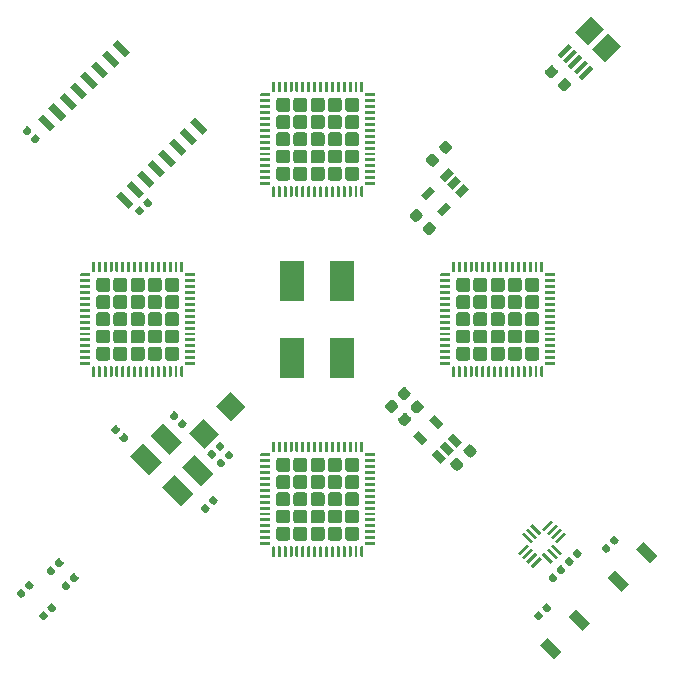
<source format=gbr>
G04 #@! TF.GenerationSoftware,KiCad,Pcbnew,5.1.5-52549c5~86~ubuntu16.04.1*
G04 #@! TF.CreationDate,2020-04-28T14:27:50+03:00*
G04 #@! TF.ProjectId,FreeEEG32-beta,46726565-4545-4473-9332-2d626574612e,rev?*
G04 #@! TF.SameCoordinates,Original*
G04 #@! TF.FileFunction,Paste,Top*
G04 #@! TF.FilePolarity,Positive*
%FSLAX46Y46*%
G04 Gerber Fmt 4.6, Leading zero omitted, Abs format (unit mm)*
G04 Created by KiCad (PCBNEW 5.1.5-52549c5~86~ubuntu16.04.1) date 2020-04-28 14:27:50*
%MOMM*%
%LPD*%
G04 APERTURE LIST*
%ADD10C,0.100000*%
%ADD11R,2.000000X3.500000*%
G04 APERTURE END LIST*
D10*
G36*
X168429791Y-118614029D02*
G01*
X167669651Y-117853889D01*
X167846427Y-117677113D01*
X168606567Y-118437253D01*
X168429791Y-118614029D01*
G37*
G36*
X168076238Y-118967582D02*
G01*
X167316098Y-118207442D01*
X167492874Y-118030666D01*
X168253014Y-118790806D01*
X168076238Y-118967582D01*
G37*
G36*
X168783344Y-118260476D02*
G01*
X168023204Y-117500336D01*
X168199980Y-117323560D01*
X168960120Y-118083700D01*
X168783344Y-118260476D01*
G37*
G36*
X169790972Y-120682316D02*
G01*
X169030832Y-119922176D01*
X169207608Y-119745400D01*
X169967748Y-120505540D01*
X169790972Y-120682316D01*
G37*
G36*
X170144525Y-120328763D02*
G01*
X169384385Y-119568623D01*
X169561161Y-119391847D01*
X170321301Y-120151987D01*
X170144525Y-120328763D01*
G37*
G36*
X170498078Y-119975210D02*
G01*
X169737938Y-119215070D01*
X169914714Y-119038294D01*
X170674854Y-119798434D01*
X170498078Y-119975210D01*
G37*
G36*
X167139320Y-119975210D02*
G01*
X166962544Y-119798434D01*
X167722684Y-119038294D01*
X167899460Y-119215070D01*
X167139320Y-119975210D01*
G37*
G36*
X167492874Y-120328763D02*
G01*
X167316098Y-120151987D01*
X168076238Y-119391847D01*
X168253014Y-119568623D01*
X167492874Y-120328763D01*
G37*
G36*
X167846427Y-120682316D02*
G01*
X167669651Y-120505540D01*
X168429791Y-119745400D01*
X168606567Y-119922176D01*
X167846427Y-120682316D01*
G37*
G36*
X168199980Y-121035870D02*
G01*
X168023204Y-120859094D01*
X168783344Y-120098954D01*
X168960120Y-120275730D01*
X168199980Y-121035870D01*
G37*
G36*
X170268268Y-118967582D02*
G01*
X170091492Y-118790806D01*
X170851632Y-118030666D01*
X171028408Y-118207442D01*
X170268268Y-118967582D01*
G37*
G36*
X169914714Y-118614029D02*
G01*
X169737938Y-118437253D01*
X170498078Y-117677113D01*
X170674854Y-117853889D01*
X169914714Y-118614029D01*
G37*
G36*
X169561161Y-118260476D02*
G01*
X169384385Y-118083700D01*
X170144525Y-117323560D01*
X170321301Y-117500336D01*
X169561161Y-118260476D01*
G37*
G36*
X169207608Y-117906922D02*
G01*
X169030832Y-117730146D01*
X169790972Y-116970006D01*
X169967748Y-117146782D01*
X169207608Y-117906922D01*
G37*
D11*
X152062911Y-103286647D03*
X152062911Y-96786647D03*
X147862911Y-96786647D03*
X147862911Y-103286647D03*
D10*
G36*
X171874239Y-124548679D02*
G01*
X173076321Y-125750761D01*
X172439925Y-126387157D01*
X171237843Y-125185075D01*
X171874239Y-124548679D01*
G37*
G36*
X169470075Y-126952843D02*
G01*
X170672157Y-128154925D01*
X170035761Y-128791321D01*
X168833679Y-127589239D01*
X169470075Y-126952843D01*
G37*
G36*
X140343624Y-108434383D02*
G01*
X141616417Y-109707176D01*
X140378980Y-110944613D01*
X139106187Y-109671820D01*
X140343624Y-108434383D01*
G37*
G36*
X142641722Y-106136285D02*
G01*
X143914515Y-107409078D01*
X142677078Y-108646515D01*
X141404285Y-107373722D01*
X142641722Y-106136285D01*
G37*
G36*
X175644233Y-76849385D02*
G01*
X174300730Y-78192888D01*
X173240069Y-77132227D01*
X174583572Y-75788724D01*
X175644233Y-76849385D01*
G37*
G36*
X172444574Y-77857012D02*
G01*
X171489980Y-78811606D01*
X171207138Y-78528764D01*
X172161732Y-77574170D01*
X172444574Y-77857012D01*
G37*
G36*
X171984955Y-77397392D02*
G01*
X171030361Y-78351986D01*
X170747519Y-78069144D01*
X171702113Y-77114550D01*
X171984955Y-77397392D01*
G37*
G36*
X171525336Y-76937773D02*
G01*
X170570742Y-77892367D01*
X170287900Y-77609525D01*
X171242494Y-76654931D01*
X171525336Y-76937773D01*
G37*
G36*
X173363813Y-78776250D02*
G01*
X172409219Y-79730844D01*
X172126377Y-79448002D01*
X173080971Y-78493408D01*
X173363813Y-78776250D01*
G37*
G36*
X172904194Y-78316631D02*
G01*
X171949600Y-79271225D01*
X171666758Y-78988383D01*
X172621352Y-78033789D01*
X172904194Y-78316631D01*
G37*
G36*
X174230020Y-75435172D02*
G01*
X172886517Y-76778675D01*
X171825856Y-75718014D01*
X173169359Y-74374511D01*
X174230020Y-75435172D01*
G37*
G36*
X170058626Y-96125301D02*
G01*
X170064693Y-96126201D01*
X170070643Y-96127691D01*
X170076418Y-96129758D01*
X170081962Y-96132380D01*
X170087223Y-96135533D01*
X170092150Y-96139187D01*
X170096694Y-96143306D01*
X170100813Y-96147850D01*
X170104467Y-96152777D01*
X170107620Y-96158038D01*
X170110242Y-96163582D01*
X170112309Y-96169357D01*
X170113799Y-96175307D01*
X170114699Y-96181374D01*
X170115000Y-96187500D01*
X170115000Y-96312500D01*
X170114699Y-96318626D01*
X170113799Y-96324693D01*
X170112309Y-96330643D01*
X170110242Y-96336418D01*
X170107620Y-96341962D01*
X170104467Y-96347223D01*
X170100813Y-96352150D01*
X170096694Y-96356694D01*
X170092150Y-96360813D01*
X170087223Y-96364467D01*
X170081962Y-96367620D01*
X170076418Y-96370242D01*
X170070643Y-96372309D01*
X170064693Y-96373799D01*
X170058626Y-96374699D01*
X170052500Y-96375000D01*
X169302500Y-96375000D01*
X169296374Y-96374699D01*
X169290307Y-96373799D01*
X169284357Y-96372309D01*
X169278582Y-96370242D01*
X169273038Y-96367620D01*
X169267777Y-96364467D01*
X169262850Y-96360813D01*
X169258306Y-96356694D01*
X169254187Y-96352150D01*
X169250533Y-96347223D01*
X169247380Y-96341962D01*
X169244758Y-96336418D01*
X169242691Y-96330643D01*
X169241201Y-96324693D01*
X169240301Y-96318626D01*
X169240000Y-96312500D01*
X169240000Y-96187500D01*
X169240301Y-96181374D01*
X169241201Y-96175307D01*
X169242691Y-96169357D01*
X169244758Y-96163582D01*
X169247380Y-96158038D01*
X169250533Y-96152777D01*
X169254187Y-96147850D01*
X169258306Y-96143306D01*
X169262850Y-96139187D01*
X169267777Y-96135533D01*
X169273038Y-96132380D01*
X169278582Y-96129758D01*
X169284357Y-96127691D01*
X169290307Y-96126201D01*
X169296374Y-96125301D01*
X169302500Y-96125000D01*
X170052500Y-96125000D01*
X170058626Y-96125301D01*
G37*
G36*
X170058626Y-96625301D02*
G01*
X170064693Y-96626201D01*
X170070643Y-96627691D01*
X170076418Y-96629758D01*
X170081962Y-96632380D01*
X170087223Y-96635533D01*
X170092150Y-96639187D01*
X170096694Y-96643306D01*
X170100813Y-96647850D01*
X170104467Y-96652777D01*
X170107620Y-96658038D01*
X170110242Y-96663582D01*
X170112309Y-96669357D01*
X170113799Y-96675307D01*
X170114699Y-96681374D01*
X170115000Y-96687500D01*
X170115000Y-96812500D01*
X170114699Y-96818626D01*
X170113799Y-96824693D01*
X170112309Y-96830643D01*
X170110242Y-96836418D01*
X170107620Y-96841962D01*
X170104467Y-96847223D01*
X170100813Y-96852150D01*
X170096694Y-96856694D01*
X170092150Y-96860813D01*
X170087223Y-96864467D01*
X170081962Y-96867620D01*
X170076418Y-96870242D01*
X170070643Y-96872309D01*
X170064693Y-96873799D01*
X170058626Y-96874699D01*
X170052500Y-96875000D01*
X169302500Y-96875000D01*
X169296374Y-96874699D01*
X169290307Y-96873799D01*
X169284357Y-96872309D01*
X169278582Y-96870242D01*
X169273038Y-96867620D01*
X169267777Y-96864467D01*
X169262850Y-96860813D01*
X169258306Y-96856694D01*
X169254187Y-96852150D01*
X169250533Y-96847223D01*
X169247380Y-96841962D01*
X169244758Y-96836418D01*
X169242691Y-96830643D01*
X169241201Y-96824693D01*
X169240301Y-96818626D01*
X169240000Y-96812500D01*
X169240000Y-96687500D01*
X169240301Y-96681374D01*
X169241201Y-96675307D01*
X169242691Y-96669357D01*
X169244758Y-96663582D01*
X169247380Y-96658038D01*
X169250533Y-96652777D01*
X169254187Y-96647850D01*
X169258306Y-96643306D01*
X169262850Y-96639187D01*
X169267777Y-96635533D01*
X169273038Y-96632380D01*
X169278582Y-96629758D01*
X169284357Y-96627691D01*
X169290307Y-96626201D01*
X169296374Y-96625301D01*
X169302500Y-96625000D01*
X170052500Y-96625000D01*
X170058626Y-96625301D01*
G37*
G36*
X170058626Y-97125301D02*
G01*
X170064693Y-97126201D01*
X170070643Y-97127691D01*
X170076418Y-97129758D01*
X170081962Y-97132380D01*
X170087223Y-97135533D01*
X170092150Y-97139187D01*
X170096694Y-97143306D01*
X170100813Y-97147850D01*
X170104467Y-97152777D01*
X170107620Y-97158038D01*
X170110242Y-97163582D01*
X170112309Y-97169357D01*
X170113799Y-97175307D01*
X170114699Y-97181374D01*
X170115000Y-97187500D01*
X170115000Y-97312500D01*
X170114699Y-97318626D01*
X170113799Y-97324693D01*
X170112309Y-97330643D01*
X170110242Y-97336418D01*
X170107620Y-97341962D01*
X170104467Y-97347223D01*
X170100813Y-97352150D01*
X170096694Y-97356694D01*
X170092150Y-97360813D01*
X170087223Y-97364467D01*
X170081962Y-97367620D01*
X170076418Y-97370242D01*
X170070643Y-97372309D01*
X170064693Y-97373799D01*
X170058626Y-97374699D01*
X170052500Y-97375000D01*
X169302500Y-97375000D01*
X169296374Y-97374699D01*
X169290307Y-97373799D01*
X169284357Y-97372309D01*
X169278582Y-97370242D01*
X169273038Y-97367620D01*
X169267777Y-97364467D01*
X169262850Y-97360813D01*
X169258306Y-97356694D01*
X169254187Y-97352150D01*
X169250533Y-97347223D01*
X169247380Y-97341962D01*
X169244758Y-97336418D01*
X169242691Y-97330643D01*
X169241201Y-97324693D01*
X169240301Y-97318626D01*
X169240000Y-97312500D01*
X169240000Y-97187500D01*
X169240301Y-97181374D01*
X169241201Y-97175307D01*
X169242691Y-97169357D01*
X169244758Y-97163582D01*
X169247380Y-97158038D01*
X169250533Y-97152777D01*
X169254187Y-97147850D01*
X169258306Y-97143306D01*
X169262850Y-97139187D01*
X169267777Y-97135533D01*
X169273038Y-97132380D01*
X169278582Y-97129758D01*
X169284357Y-97127691D01*
X169290307Y-97126201D01*
X169296374Y-97125301D01*
X169302500Y-97125000D01*
X170052500Y-97125000D01*
X170058626Y-97125301D01*
G37*
G36*
X170058626Y-97625301D02*
G01*
X170064693Y-97626201D01*
X170070643Y-97627691D01*
X170076418Y-97629758D01*
X170081962Y-97632380D01*
X170087223Y-97635533D01*
X170092150Y-97639187D01*
X170096694Y-97643306D01*
X170100813Y-97647850D01*
X170104467Y-97652777D01*
X170107620Y-97658038D01*
X170110242Y-97663582D01*
X170112309Y-97669357D01*
X170113799Y-97675307D01*
X170114699Y-97681374D01*
X170115000Y-97687500D01*
X170115000Y-97812500D01*
X170114699Y-97818626D01*
X170113799Y-97824693D01*
X170112309Y-97830643D01*
X170110242Y-97836418D01*
X170107620Y-97841962D01*
X170104467Y-97847223D01*
X170100813Y-97852150D01*
X170096694Y-97856694D01*
X170092150Y-97860813D01*
X170087223Y-97864467D01*
X170081962Y-97867620D01*
X170076418Y-97870242D01*
X170070643Y-97872309D01*
X170064693Y-97873799D01*
X170058626Y-97874699D01*
X170052500Y-97875000D01*
X169302500Y-97875000D01*
X169296374Y-97874699D01*
X169290307Y-97873799D01*
X169284357Y-97872309D01*
X169278582Y-97870242D01*
X169273038Y-97867620D01*
X169267777Y-97864467D01*
X169262850Y-97860813D01*
X169258306Y-97856694D01*
X169254187Y-97852150D01*
X169250533Y-97847223D01*
X169247380Y-97841962D01*
X169244758Y-97836418D01*
X169242691Y-97830643D01*
X169241201Y-97824693D01*
X169240301Y-97818626D01*
X169240000Y-97812500D01*
X169240000Y-97687500D01*
X169240301Y-97681374D01*
X169241201Y-97675307D01*
X169242691Y-97669357D01*
X169244758Y-97663582D01*
X169247380Y-97658038D01*
X169250533Y-97652777D01*
X169254187Y-97647850D01*
X169258306Y-97643306D01*
X169262850Y-97639187D01*
X169267777Y-97635533D01*
X169273038Y-97632380D01*
X169278582Y-97629758D01*
X169284357Y-97627691D01*
X169290307Y-97626201D01*
X169296374Y-97625301D01*
X169302500Y-97625000D01*
X170052500Y-97625000D01*
X170058626Y-97625301D01*
G37*
G36*
X170058626Y-98125301D02*
G01*
X170064693Y-98126201D01*
X170070643Y-98127691D01*
X170076418Y-98129758D01*
X170081962Y-98132380D01*
X170087223Y-98135533D01*
X170092150Y-98139187D01*
X170096694Y-98143306D01*
X170100813Y-98147850D01*
X170104467Y-98152777D01*
X170107620Y-98158038D01*
X170110242Y-98163582D01*
X170112309Y-98169357D01*
X170113799Y-98175307D01*
X170114699Y-98181374D01*
X170115000Y-98187500D01*
X170115000Y-98312500D01*
X170114699Y-98318626D01*
X170113799Y-98324693D01*
X170112309Y-98330643D01*
X170110242Y-98336418D01*
X170107620Y-98341962D01*
X170104467Y-98347223D01*
X170100813Y-98352150D01*
X170096694Y-98356694D01*
X170092150Y-98360813D01*
X170087223Y-98364467D01*
X170081962Y-98367620D01*
X170076418Y-98370242D01*
X170070643Y-98372309D01*
X170064693Y-98373799D01*
X170058626Y-98374699D01*
X170052500Y-98375000D01*
X169302500Y-98375000D01*
X169296374Y-98374699D01*
X169290307Y-98373799D01*
X169284357Y-98372309D01*
X169278582Y-98370242D01*
X169273038Y-98367620D01*
X169267777Y-98364467D01*
X169262850Y-98360813D01*
X169258306Y-98356694D01*
X169254187Y-98352150D01*
X169250533Y-98347223D01*
X169247380Y-98341962D01*
X169244758Y-98336418D01*
X169242691Y-98330643D01*
X169241201Y-98324693D01*
X169240301Y-98318626D01*
X169240000Y-98312500D01*
X169240000Y-98187500D01*
X169240301Y-98181374D01*
X169241201Y-98175307D01*
X169242691Y-98169357D01*
X169244758Y-98163582D01*
X169247380Y-98158038D01*
X169250533Y-98152777D01*
X169254187Y-98147850D01*
X169258306Y-98143306D01*
X169262850Y-98139187D01*
X169267777Y-98135533D01*
X169273038Y-98132380D01*
X169278582Y-98129758D01*
X169284357Y-98127691D01*
X169290307Y-98126201D01*
X169296374Y-98125301D01*
X169302500Y-98125000D01*
X170052500Y-98125000D01*
X170058626Y-98125301D01*
G37*
G36*
X170058626Y-98625301D02*
G01*
X170064693Y-98626201D01*
X170070643Y-98627691D01*
X170076418Y-98629758D01*
X170081962Y-98632380D01*
X170087223Y-98635533D01*
X170092150Y-98639187D01*
X170096694Y-98643306D01*
X170100813Y-98647850D01*
X170104467Y-98652777D01*
X170107620Y-98658038D01*
X170110242Y-98663582D01*
X170112309Y-98669357D01*
X170113799Y-98675307D01*
X170114699Y-98681374D01*
X170115000Y-98687500D01*
X170115000Y-98812500D01*
X170114699Y-98818626D01*
X170113799Y-98824693D01*
X170112309Y-98830643D01*
X170110242Y-98836418D01*
X170107620Y-98841962D01*
X170104467Y-98847223D01*
X170100813Y-98852150D01*
X170096694Y-98856694D01*
X170092150Y-98860813D01*
X170087223Y-98864467D01*
X170081962Y-98867620D01*
X170076418Y-98870242D01*
X170070643Y-98872309D01*
X170064693Y-98873799D01*
X170058626Y-98874699D01*
X170052500Y-98875000D01*
X169302500Y-98875000D01*
X169296374Y-98874699D01*
X169290307Y-98873799D01*
X169284357Y-98872309D01*
X169278582Y-98870242D01*
X169273038Y-98867620D01*
X169267777Y-98864467D01*
X169262850Y-98860813D01*
X169258306Y-98856694D01*
X169254187Y-98852150D01*
X169250533Y-98847223D01*
X169247380Y-98841962D01*
X169244758Y-98836418D01*
X169242691Y-98830643D01*
X169241201Y-98824693D01*
X169240301Y-98818626D01*
X169240000Y-98812500D01*
X169240000Y-98687500D01*
X169240301Y-98681374D01*
X169241201Y-98675307D01*
X169242691Y-98669357D01*
X169244758Y-98663582D01*
X169247380Y-98658038D01*
X169250533Y-98652777D01*
X169254187Y-98647850D01*
X169258306Y-98643306D01*
X169262850Y-98639187D01*
X169267777Y-98635533D01*
X169273038Y-98632380D01*
X169278582Y-98629758D01*
X169284357Y-98627691D01*
X169290307Y-98626201D01*
X169296374Y-98625301D01*
X169302500Y-98625000D01*
X170052500Y-98625000D01*
X170058626Y-98625301D01*
G37*
G36*
X170058626Y-99125301D02*
G01*
X170064693Y-99126201D01*
X170070643Y-99127691D01*
X170076418Y-99129758D01*
X170081962Y-99132380D01*
X170087223Y-99135533D01*
X170092150Y-99139187D01*
X170096694Y-99143306D01*
X170100813Y-99147850D01*
X170104467Y-99152777D01*
X170107620Y-99158038D01*
X170110242Y-99163582D01*
X170112309Y-99169357D01*
X170113799Y-99175307D01*
X170114699Y-99181374D01*
X170115000Y-99187500D01*
X170115000Y-99312500D01*
X170114699Y-99318626D01*
X170113799Y-99324693D01*
X170112309Y-99330643D01*
X170110242Y-99336418D01*
X170107620Y-99341962D01*
X170104467Y-99347223D01*
X170100813Y-99352150D01*
X170096694Y-99356694D01*
X170092150Y-99360813D01*
X170087223Y-99364467D01*
X170081962Y-99367620D01*
X170076418Y-99370242D01*
X170070643Y-99372309D01*
X170064693Y-99373799D01*
X170058626Y-99374699D01*
X170052500Y-99375000D01*
X169302500Y-99375000D01*
X169296374Y-99374699D01*
X169290307Y-99373799D01*
X169284357Y-99372309D01*
X169278582Y-99370242D01*
X169273038Y-99367620D01*
X169267777Y-99364467D01*
X169262850Y-99360813D01*
X169258306Y-99356694D01*
X169254187Y-99352150D01*
X169250533Y-99347223D01*
X169247380Y-99341962D01*
X169244758Y-99336418D01*
X169242691Y-99330643D01*
X169241201Y-99324693D01*
X169240301Y-99318626D01*
X169240000Y-99312500D01*
X169240000Y-99187500D01*
X169240301Y-99181374D01*
X169241201Y-99175307D01*
X169242691Y-99169357D01*
X169244758Y-99163582D01*
X169247380Y-99158038D01*
X169250533Y-99152777D01*
X169254187Y-99147850D01*
X169258306Y-99143306D01*
X169262850Y-99139187D01*
X169267777Y-99135533D01*
X169273038Y-99132380D01*
X169278582Y-99129758D01*
X169284357Y-99127691D01*
X169290307Y-99126201D01*
X169296374Y-99125301D01*
X169302500Y-99125000D01*
X170052500Y-99125000D01*
X170058626Y-99125301D01*
G37*
G36*
X170058626Y-99625301D02*
G01*
X170064693Y-99626201D01*
X170070643Y-99627691D01*
X170076418Y-99629758D01*
X170081962Y-99632380D01*
X170087223Y-99635533D01*
X170092150Y-99639187D01*
X170096694Y-99643306D01*
X170100813Y-99647850D01*
X170104467Y-99652777D01*
X170107620Y-99658038D01*
X170110242Y-99663582D01*
X170112309Y-99669357D01*
X170113799Y-99675307D01*
X170114699Y-99681374D01*
X170115000Y-99687500D01*
X170115000Y-99812500D01*
X170114699Y-99818626D01*
X170113799Y-99824693D01*
X170112309Y-99830643D01*
X170110242Y-99836418D01*
X170107620Y-99841962D01*
X170104467Y-99847223D01*
X170100813Y-99852150D01*
X170096694Y-99856694D01*
X170092150Y-99860813D01*
X170087223Y-99864467D01*
X170081962Y-99867620D01*
X170076418Y-99870242D01*
X170070643Y-99872309D01*
X170064693Y-99873799D01*
X170058626Y-99874699D01*
X170052500Y-99875000D01*
X169302500Y-99875000D01*
X169296374Y-99874699D01*
X169290307Y-99873799D01*
X169284357Y-99872309D01*
X169278582Y-99870242D01*
X169273038Y-99867620D01*
X169267777Y-99864467D01*
X169262850Y-99860813D01*
X169258306Y-99856694D01*
X169254187Y-99852150D01*
X169250533Y-99847223D01*
X169247380Y-99841962D01*
X169244758Y-99836418D01*
X169242691Y-99830643D01*
X169241201Y-99824693D01*
X169240301Y-99818626D01*
X169240000Y-99812500D01*
X169240000Y-99687500D01*
X169240301Y-99681374D01*
X169241201Y-99675307D01*
X169242691Y-99669357D01*
X169244758Y-99663582D01*
X169247380Y-99658038D01*
X169250533Y-99652777D01*
X169254187Y-99647850D01*
X169258306Y-99643306D01*
X169262850Y-99639187D01*
X169267777Y-99635533D01*
X169273038Y-99632380D01*
X169278582Y-99629758D01*
X169284357Y-99627691D01*
X169290307Y-99626201D01*
X169296374Y-99625301D01*
X169302500Y-99625000D01*
X170052500Y-99625000D01*
X170058626Y-99625301D01*
G37*
G36*
X170058626Y-100125301D02*
G01*
X170064693Y-100126201D01*
X170070643Y-100127691D01*
X170076418Y-100129758D01*
X170081962Y-100132380D01*
X170087223Y-100135533D01*
X170092150Y-100139187D01*
X170096694Y-100143306D01*
X170100813Y-100147850D01*
X170104467Y-100152777D01*
X170107620Y-100158038D01*
X170110242Y-100163582D01*
X170112309Y-100169357D01*
X170113799Y-100175307D01*
X170114699Y-100181374D01*
X170115000Y-100187500D01*
X170115000Y-100312500D01*
X170114699Y-100318626D01*
X170113799Y-100324693D01*
X170112309Y-100330643D01*
X170110242Y-100336418D01*
X170107620Y-100341962D01*
X170104467Y-100347223D01*
X170100813Y-100352150D01*
X170096694Y-100356694D01*
X170092150Y-100360813D01*
X170087223Y-100364467D01*
X170081962Y-100367620D01*
X170076418Y-100370242D01*
X170070643Y-100372309D01*
X170064693Y-100373799D01*
X170058626Y-100374699D01*
X170052500Y-100375000D01*
X169302500Y-100375000D01*
X169296374Y-100374699D01*
X169290307Y-100373799D01*
X169284357Y-100372309D01*
X169278582Y-100370242D01*
X169273038Y-100367620D01*
X169267777Y-100364467D01*
X169262850Y-100360813D01*
X169258306Y-100356694D01*
X169254187Y-100352150D01*
X169250533Y-100347223D01*
X169247380Y-100341962D01*
X169244758Y-100336418D01*
X169242691Y-100330643D01*
X169241201Y-100324693D01*
X169240301Y-100318626D01*
X169240000Y-100312500D01*
X169240000Y-100187500D01*
X169240301Y-100181374D01*
X169241201Y-100175307D01*
X169242691Y-100169357D01*
X169244758Y-100163582D01*
X169247380Y-100158038D01*
X169250533Y-100152777D01*
X169254187Y-100147850D01*
X169258306Y-100143306D01*
X169262850Y-100139187D01*
X169267777Y-100135533D01*
X169273038Y-100132380D01*
X169278582Y-100129758D01*
X169284357Y-100127691D01*
X169290307Y-100126201D01*
X169296374Y-100125301D01*
X169302500Y-100125000D01*
X170052500Y-100125000D01*
X170058626Y-100125301D01*
G37*
G36*
X170058626Y-100625301D02*
G01*
X170064693Y-100626201D01*
X170070643Y-100627691D01*
X170076418Y-100629758D01*
X170081962Y-100632380D01*
X170087223Y-100635533D01*
X170092150Y-100639187D01*
X170096694Y-100643306D01*
X170100813Y-100647850D01*
X170104467Y-100652777D01*
X170107620Y-100658038D01*
X170110242Y-100663582D01*
X170112309Y-100669357D01*
X170113799Y-100675307D01*
X170114699Y-100681374D01*
X170115000Y-100687500D01*
X170115000Y-100812500D01*
X170114699Y-100818626D01*
X170113799Y-100824693D01*
X170112309Y-100830643D01*
X170110242Y-100836418D01*
X170107620Y-100841962D01*
X170104467Y-100847223D01*
X170100813Y-100852150D01*
X170096694Y-100856694D01*
X170092150Y-100860813D01*
X170087223Y-100864467D01*
X170081962Y-100867620D01*
X170076418Y-100870242D01*
X170070643Y-100872309D01*
X170064693Y-100873799D01*
X170058626Y-100874699D01*
X170052500Y-100875000D01*
X169302500Y-100875000D01*
X169296374Y-100874699D01*
X169290307Y-100873799D01*
X169284357Y-100872309D01*
X169278582Y-100870242D01*
X169273038Y-100867620D01*
X169267777Y-100864467D01*
X169262850Y-100860813D01*
X169258306Y-100856694D01*
X169254187Y-100852150D01*
X169250533Y-100847223D01*
X169247380Y-100841962D01*
X169244758Y-100836418D01*
X169242691Y-100830643D01*
X169241201Y-100824693D01*
X169240301Y-100818626D01*
X169240000Y-100812500D01*
X169240000Y-100687500D01*
X169240301Y-100681374D01*
X169241201Y-100675307D01*
X169242691Y-100669357D01*
X169244758Y-100663582D01*
X169247380Y-100658038D01*
X169250533Y-100652777D01*
X169254187Y-100647850D01*
X169258306Y-100643306D01*
X169262850Y-100639187D01*
X169267777Y-100635533D01*
X169273038Y-100632380D01*
X169278582Y-100629758D01*
X169284357Y-100627691D01*
X169290307Y-100626201D01*
X169296374Y-100625301D01*
X169302500Y-100625000D01*
X170052500Y-100625000D01*
X170058626Y-100625301D01*
G37*
G36*
X170058626Y-101125301D02*
G01*
X170064693Y-101126201D01*
X170070643Y-101127691D01*
X170076418Y-101129758D01*
X170081962Y-101132380D01*
X170087223Y-101135533D01*
X170092150Y-101139187D01*
X170096694Y-101143306D01*
X170100813Y-101147850D01*
X170104467Y-101152777D01*
X170107620Y-101158038D01*
X170110242Y-101163582D01*
X170112309Y-101169357D01*
X170113799Y-101175307D01*
X170114699Y-101181374D01*
X170115000Y-101187500D01*
X170115000Y-101312500D01*
X170114699Y-101318626D01*
X170113799Y-101324693D01*
X170112309Y-101330643D01*
X170110242Y-101336418D01*
X170107620Y-101341962D01*
X170104467Y-101347223D01*
X170100813Y-101352150D01*
X170096694Y-101356694D01*
X170092150Y-101360813D01*
X170087223Y-101364467D01*
X170081962Y-101367620D01*
X170076418Y-101370242D01*
X170070643Y-101372309D01*
X170064693Y-101373799D01*
X170058626Y-101374699D01*
X170052500Y-101375000D01*
X169302500Y-101375000D01*
X169296374Y-101374699D01*
X169290307Y-101373799D01*
X169284357Y-101372309D01*
X169278582Y-101370242D01*
X169273038Y-101367620D01*
X169267777Y-101364467D01*
X169262850Y-101360813D01*
X169258306Y-101356694D01*
X169254187Y-101352150D01*
X169250533Y-101347223D01*
X169247380Y-101341962D01*
X169244758Y-101336418D01*
X169242691Y-101330643D01*
X169241201Y-101324693D01*
X169240301Y-101318626D01*
X169240000Y-101312500D01*
X169240000Y-101187500D01*
X169240301Y-101181374D01*
X169241201Y-101175307D01*
X169242691Y-101169357D01*
X169244758Y-101163582D01*
X169247380Y-101158038D01*
X169250533Y-101152777D01*
X169254187Y-101147850D01*
X169258306Y-101143306D01*
X169262850Y-101139187D01*
X169267777Y-101135533D01*
X169273038Y-101132380D01*
X169278582Y-101129758D01*
X169284357Y-101127691D01*
X169290307Y-101126201D01*
X169296374Y-101125301D01*
X169302500Y-101125000D01*
X170052500Y-101125000D01*
X170058626Y-101125301D01*
G37*
G36*
X170058626Y-101625301D02*
G01*
X170064693Y-101626201D01*
X170070643Y-101627691D01*
X170076418Y-101629758D01*
X170081962Y-101632380D01*
X170087223Y-101635533D01*
X170092150Y-101639187D01*
X170096694Y-101643306D01*
X170100813Y-101647850D01*
X170104467Y-101652777D01*
X170107620Y-101658038D01*
X170110242Y-101663582D01*
X170112309Y-101669357D01*
X170113799Y-101675307D01*
X170114699Y-101681374D01*
X170115000Y-101687500D01*
X170115000Y-101812500D01*
X170114699Y-101818626D01*
X170113799Y-101824693D01*
X170112309Y-101830643D01*
X170110242Y-101836418D01*
X170107620Y-101841962D01*
X170104467Y-101847223D01*
X170100813Y-101852150D01*
X170096694Y-101856694D01*
X170092150Y-101860813D01*
X170087223Y-101864467D01*
X170081962Y-101867620D01*
X170076418Y-101870242D01*
X170070643Y-101872309D01*
X170064693Y-101873799D01*
X170058626Y-101874699D01*
X170052500Y-101875000D01*
X169302500Y-101875000D01*
X169296374Y-101874699D01*
X169290307Y-101873799D01*
X169284357Y-101872309D01*
X169278582Y-101870242D01*
X169273038Y-101867620D01*
X169267777Y-101864467D01*
X169262850Y-101860813D01*
X169258306Y-101856694D01*
X169254187Y-101852150D01*
X169250533Y-101847223D01*
X169247380Y-101841962D01*
X169244758Y-101836418D01*
X169242691Y-101830643D01*
X169241201Y-101824693D01*
X169240301Y-101818626D01*
X169240000Y-101812500D01*
X169240000Y-101687500D01*
X169240301Y-101681374D01*
X169241201Y-101675307D01*
X169242691Y-101669357D01*
X169244758Y-101663582D01*
X169247380Y-101658038D01*
X169250533Y-101652777D01*
X169254187Y-101647850D01*
X169258306Y-101643306D01*
X169262850Y-101639187D01*
X169267777Y-101635533D01*
X169273038Y-101632380D01*
X169278582Y-101629758D01*
X169284357Y-101627691D01*
X169290307Y-101626201D01*
X169296374Y-101625301D01*
X169302500Y-101625000D01*
X170052500Y-101625000D01*
X170058626Y-101625301D01*
G37*
G36*
X170058626Y-102125301D02*
G01*
X170064693Y-102126201D01*
X170070643Y-102127691D01*
X170076418Y-102129758D01*
X170081962Y-102132380D01*
X170087223Y-102135533D01*
X170092150Y-102139187D01*
X170096694Y-102143306D01*
X170100813Y-102147850D01*
X170104467Y-102152777D01*
X170107620Y-102158038D01*
X170110242Y-102163582D01*
X170112309Y-102169357D01*
X170113799Y-102175307D01*
X170114699Y-102181374D01*
X170115000Y-102187500D01*
X170115000Y-102312500D01*
X170114699Y-102318626D01*
X170113799Y-102324693D01*
X170112309Y-102330643D01*
X170110242Y-102336418D01*
X170107620Y-102341962D01*
X170104467Y-102347223D01*
X170100813Y-102352150D01*
X170096694Y-102356694D01*
X170092150Y-102360813D01*
X170087223Y-102364467D01*
X170081962Y-102367620D01*
X170076418Y-102370242D01*
X170070643Y-102372309D01*
X170064693Y-102373799D01*
X170058626Y-102374699D01*
X170052500Y-102375000D01*
X169302500Y-102375000D01*
X169296374Y-102374699D01*
X169290307Y-102373799D01*
X169284357Y-102372309D01*
X169278582Y-102370242D01*
X169273038Y-102367620D01*
X169267777Y-102364467D01*
X169262850Y-102360813D01*
X169258306Y-102356694D01*
X169254187Y-102352150D01*
X169250533Y-102347223D01*
X169247380Y-102341962D01*
X169244758Y-102336418D01*
X169242691Y-102330643D01*
X169241201Y-102324693D01*
X169240301Y-102318626D01*
X169240000Y-102312500D01*
X169240000Y-102187500D01*
X169240301Y-102181374D01*
X169241201Y-102175307D01*
X169242691Y-102169357D01*
X169244758Y-102163582D01*
X169247380Y-102158038D01*
X169250533Y-102152777D01*
X169254187Y-102147850D01*
X169258306Y-102143306D01*
X169262850Y-102139187D01*
X169267777Y-102135533D01*
X169273038Y-102132380D01*
X169278582Y-102129758D01*
X169284357Y-102127691D01*
X169290307Y-102126201D01*
X169296374Y-102125301D01*
X169302500Y-102125000D01*
X170052500Y-102125000D01*
X170058626Y-102125301D01*
G37*
G36*
X170058626Y-102625301D02*
G01*
X170064693Y-102626201D01*
X170070643Y-102627691D01*
X170076418Y-102629758D01*
X170081962Y-102632380D01*
X170087223Y-102635533D01*
X170092150Y-102639187D01*
X170096694Y-102643306D01*
X170100813Y-102647850D01*
X170104467Y-102652777D01*
X170107620Y-102658038D01*
X170110242Y-102663582D01*
X170112309Y-102669357D01*
X170113799Y-102675307D01*
X170114699Y-102681374D01*
X170115000Y-102687500D01*
X170115000Y-102812500D01*
X170114699Y-102818626D01*
X170113799Y-102824693D01*
X170112309Y-102830643D01*
X170110242Y-102836418D01*
X170107620Y-102841962D01*
X170104467Y-102847223D01*
X170100813Y-102852150D01*
X170096694Y-102856694D01*
X170092150Y-102860813D01*
X170087223Y-102864467D01*
X170081962Y-102867620D01*
X170076418Y-102870242D01*
X170070643Y-102872309D01*
X170064693Y-102873799D01*
X170058626Y-102874699D01*
X170052500Y-102875000D01*
X169302500Y-102875000D01*
X169296374Y-102874699D01*
X169290307Y-102873799D01*
X169284357Y-102872309D01*
X169278582Y-102870242D01*
X169273038Y-102867620D01*
X169267777Y-102864467D01*
X169262850Y-102860813D01*
X169258306Y-102856694D01*
X169254187Y-102852150D01*
X169250533Y-102847223D01*
X169247380Y-102841962D01*
X169244758Y-102836418D01*
X169242691Y-102830643D01*
X169241201Y-102824693D01*
X169240301Y-102818626D01*
X169240000Y-102812500D01*
X169240000Y-102687500D01*
X169240301Y-102681374D01*
X169241201Y-102675307D01*
X169242691Y-102669357D01*
X169244758Y-102663582D01*
X169247380Y-102658038D01*
X169250533Y-102652777D01*
X169254187Y-102647850D01*
X169258306Y-102643306D01*
X169262850Y-102639187D01*
X169267777Y-102635533D01*
X169273038Y-102632380D01*
X169278582Y-102629758D01*
X169284357Y-102627691D01*
X169290307Y-102626201D01*
X169296374Y-102625301D01*
X169302500Y-102625000D01*
X170052500Y-102625000D01*
X170058626Y-102625301D01*
G37*
G36*
X170058626Y-103125301D02*
G01*
X170064693Y-103126201D01*
X170070643Y-103127691D01*
X170076418Y-103129758D01*
X170081962Y-103132380D01*
X170087223Y-103135533D01*
X170092150Y-103139187D01*
X170096694Y-103143306D01*
X170100813Y-103147850D01*
X170104467Y-103152777D01*
X170107620Y-103158038D01*
X170110242Y-103163582D01*
X170112309Y-103169357D01*
X170113799Y-103175307D01*
X170114699Y-103181374D01*
X170115000Y-103187500D01*
X170115000Y-103312500D01*
X170114699Y-103318626D01*
X170113799Y-103324693D01*
X170112309Y-103330643D01*
X170110242Y-103336418D01*
X170107620Y-103341962D01*
X170104467Y-103347223D01*
X170100813Y-103352150D01*
X170096694Y-103356694D01*
X170092150Y-103360813D01*
X170087223Y-103364467D01*
X170081962Y-103367620D01*
X170076418Y-103370242D01*
X170070643Y-103372309D01*
X170064693Y-103373799D01*
X170058626Y-103374699D01*
X170052500Y-103375000D01*
X169302500Y-103375000D01*
X169296374Y-103374699D01*
X169290307Y-103373799D01*
X169284357Y-103372309D01*
X169278582Y-103370242D01*
X169273038Y-103367620D01*
X169267777Y-103364467D01*
X169262850Y-103360813D01*
X169258306Y-103356694D01*
X169254187Y-103352150D01*
X169250533Y-103347223D01*
X169247380Y-103341962D01*
X169244758Y-103336418D01*
X169242691Y-103330643D01*
X169241201Y-103324693D01*
X169240301Y-103318626D01*
X169240000Y-103312500D01*
X169240000Y-103187500D01*
X169240301Y-103181374D01*
X169241201Y-103175307D01*
X169242691Y-103169357D01*
X169244758Y-103163582D01*
X169247380Y-103158038D01*
X169250533Y-103152777D01*
X169254187Y-103147850D01*
X169258306Y-103143306D01*
X169262850Y-103139187D01*
X169267777Y-103135533D01*
X169273038Y-103132380D01*
X169278582Y-103129758D01*
X169284357Y-103127691D01*
X169290307Y-103126201D01*
X169296374Y-103125301D01*
X169302500Y-103125000D01*
X170052500Y-103125000D01*
X170058626Y-103125301D01*
G37*
G36*
X170058626Y-103625301D02*
G01*
X170064693Y-103626201D01*
X170070643Y-103627691D01*
X170076418Y-103629758D01*
X170081962Y-103632380D01*
X170087223Y-103635533D01*
X170092150Y-103639187D01*
X170096694Y-103643306D01*
X170100813Y-103647850D01*
X170104467Y-103652777D01*
X170107620Y-103658038D01*
X170110242Y-103663582D01*
X170112309Y-103669357D01*
X170113799Y-103675307D01*
X170114699Y-103681374D01*
X170115000Y-103687500D01*
X170115000Y-103812500D01*
X170114699Y-103818626D01*
X170113799Y-103824693D01*
X170112309Y-103830643D01*
X170110242Y-103836418D01*
X170107620Y-103841962D01*
X170104467Y-103847223D01*
X170100813Y-103852150D01*
X170096694Y-103856694D01*
X170092150Y-103860813D01*
X170087223Y-103864467D01*
X170081962Y-103867620D01*
X170076418Y-103870242D01*
X170070643Y-103872309D01*
X170064693Y-103873799D01*
X170058626Y-103874699D01*
X170052500Y-103875000D01*
X169302500Y-103875000D01*
X169296374Y-103874699D01*
X169290307Y-103873799D01*
X169284357Y-103872309D01*
X169278582Y-103870242D01*
X169273038Y-103867620D01*
X169267777Y-103864467D01*
X169262850Y-103860813D01*
X169258306Y-103856694D01*
X169254187Y-103852150D01*
X169250533Y-103847223D01*
X169247380Y-103841962D01*
X169244758Y-103836418D01*
X169242691Y-103830643D01*
X169241201Y-103824693D01*
X169240301Y-103818626D01*
X169240000Y-103812500D01*
X169240000Y-103687500D01*
X169240301Y-103681374D01*
X169241201Y-103675307D01*
X169242691Y-103669357D01*
X169244758Y-103663582D01*
X169247380Y-103658038D01*
X169250533Y-103652777D01*
X169254187Y-103647850D01*
X169258306Y-103643306D01*
X169262850Y-103639187D01*
X169267777Y-103635533D01*
X169273038Y-103632380D01*
X169278582Y-103629758D01*
X169284357Y-103627691D01*
X169290307Y-103626201D01*
X169296374Y-103625301D01*
X169302500Y-103625000D01*
X170052500Y-103625000D01*
X170058626Y-103625301D01*
G37*
G36*
X169058626Y-104000301D02*
G01*
X169064693Y-104001201D01*
X169070643Y-104002691D01*
X169076418Y-104004758D01*
X169081962Y-104007380D01*
X169087223Y-104010533D01*
X169092150Y-104014187D01*
X169096694Y-104018306D01*
X169100813Y-104022850D01*
X169104467Y-104027777D01*
X169107620Y-104033038D01*
X169110242Y-104038582D01*
X169112309Y-104044357D01*
X169113799Y-104050307D01*
X169114699Y-104056374D01*
X169115000Y-104062500D01*
X169115000Y-104812500D01*
X169114699Y-104818626D01*
X169113799Y-104824693D01*
X169112309Y-104830643D01*
X169110242Y-104836418D01*
X169107620Y-104841962D01*
X169104467Y-104847223D01*
X169100813Y-104852150D01*
X169096694Y-104856694D01*
X169092150Y-104860813D01*
X169087223Y-104864467D01*
X169081962Y-104867620D01*
X169076418Y-104870242D01*
X169070643Y-104872309D01*
X169064693Y-104873799D01*
X169058626Y-104874699D01*
X169052500Y-104875000D01*
X168927500Y-104875000D01*
X168921374Y-104874699D01*
X168915307Y-104873799D01*
X168909357Y-104872309D01*
X168903582Y-104870242D01*
X168898038Y-104867620D01*
X168892777Y-104864467D01*
X168887850Y-104860813D01*
X168883306Y-104856694D01*
X168879187Y-104852150D01*
X168875533Y-104847223D01*
X168872380Y-104841962D01*
X168869758Y-104836418D01*
X168867691Y-104830643D01*
X168866201Y-104824693D01*
X168865301Y-104818626D01*
X168865000Y-104812500D01*
X168865000Y-104062500D01*
X168865301Y-104056374D01*
X168866201Y-104050307D01*
X168867691Y-104044357D01*
X168869758Y-104038582D01*
X168872380Y-104033038D01*
X168875533Y-104027777D01*
X168879187Y-104022850D01*
X168883306Y-104018306D01*
X168887850Y-104014187D01*
X168892777Y-104010533D01*
X168898038Y-104007380D01*
X168903582Y-104004758D01*
X168909357Y-104002691D01*
X168915307Y-104001201D01*
X168921374Y-104000301D01*
X168927500Y-104000000D01*
X169052500Y-104000000D01*
X169058626Y-104000301D01*
G37*
G36*
X168558626Y-104000301D02*
G01*
X168564693Y-104001201D01*
X168570643Y-104002691D01*
X168576418Y-104004758D01*
X168581962Y-104007380D01*
X168587223Y-104010533D01*
X168592150Y-104014187D01*
X168596694Y-104018306D01*
X168600813Y-104022850D01*
X168604467Y-104027777D01*
X168607620Y-104033038D01*
X168610242Y-104038582D01*
X168612309Y-104044357D01*
X168613799Y-104050307D01*
X168614699Y-104056374D01*
X168615000Y-104062500D01*
X168615000Y-104812500D01*
X168614699Y-104818626D01*
X168613799Y-104824693D01*
X168612309Y-104830643D01*
X168610242Y-104836418D01*
X168607620Y-104841962D01*
X168604467Y-104847223D01*
X168600813Y-104852150D01*
X168596694Y-104856694D01*
X168592150Y-104860813D01*
X168587223Y-104864467D01*
X168581962Y-104867620D01*
X168576418Y-104870242D01*
X168570643Y-104872309D01*
X168564693Y-104873799D01*
X168558626Y-104874699D01*
X168552500Y-104875000D01*
X168427500Y-104875000D01*
X168421374Y-104874699D01*
X168415307Y-104873799D01*
X168409357Y-104872309D01*
X168403582Y-104870242D01*
X168398038Y-104867620D01*
X168392777Y-104864467D01*
X168387850Y-104860813D01*
X168383306Y-104856694D01*
X168379187Y-104852150D01*
X168375533Y-104847223D01*
X168372380Y-104841962D01*
X168369758Y-104836418D01*
X168367691Y-104830643D01*
X168366201Y-104824693D01*
X168365301Y-104818626D01*
X168365000Y-104812500D01*
X168365000Y-104062500D01*
X168365301Y-104056374D01*
X168366201Y-104050307D01*
X168367691Y-104044357D01*
X168369758Y-104038582D01*
X168372380Y-104033038D01*
X168375533Y-104027777D01*
X168379187Y-104022850D01*
X168383306Y-104018306D01*
X168387850Y-104014187D01*
X168392777Y-104010533D01*
X168398038Y-104007380D01*
X168403582Y-104004758D01*
X168409357Y-104002691D01*
X168415307Y-104001201D01*
X168421374Y-104000301D01*
X168427500Y-104000000D01*
X168552500Y-104000000D01*
X168558626Y-104000301D01*
G37*
G36*
X168058626Y-104000301D02*
G01*
X168064693Y-104001201D01*
X168070643Y-104002691D01*
X168076418Y-104004758D01*
X168081962Y-104007380D01*
X168087223Y-104010533D01*
X168092150Y-104014187D01*
X168096694Y-104018306D01*
X168100813Y-104022850D01*
X168104467Y-104027777D01*
X168107620Y-104033038D01*
X168110242Y-104038582D01*
X168112309Y-104044357D01*
X168113799Y-104050307D01*
X168114699Y-104056374D01*
X168115000Y-104062500D01*
X168115000Y-104812500D01*
X168114699Y-104818626D01*
X168113799Y-104824693D01*
X168112309Y-104830643D01*
X168110242Y-104836418D01*
X168107620Y-104841962D01*
X168104467Y-104847223D01*
X168100813Y-104852150D01*
X168096694Y-104856694D01*
X168092150Y-104860813D01*
X168087223Y-104864467D01*
X168081962Y-104867620D01*
X168076418Y-104870242D01*
X168070643Y-104872309D01*
X168064693Y-104873799D01*
X168058626Y-104874699D01*
X168052500Y-104875000D01*
X167927500Y-104875000D01*
X167921374Y-104874699D01*
X167915307Y-104873799D01*
X167909357Y-104872309D01*
X167903582Y-104870242D01*
X167898038Y-104867620D01*
X167892777Y-104864467D01*
X167887850Y-104860813D01*
X167883306Y-104856694D01*
X167879187Y-104852150D01*
X167875533Y-104847223D01*
X167872380Y-104841962D01*
X167869758Y-104836418D01*
X167867691Y-104830643D01*
X167866201Y-104824693D01*
X167865301Y-104818626D01*
X167865000Y-104812500D01*
X167865000Y-104062500D01*
X167865301Y-104056374D01*
X167866201Y-104050307D01*
X167867691Y-104044357D01*
X167869758Y-104038582D01*
X167872380Y-104033038D01*
X167875533Y-104027777D01*
X167879187Y-104022850D01*
X167883306Y-104018306D01*
X167887850Y-104014187D01*
X167892777Y-104010533D01*
X167898038Y-104007380D01*
X167903582Y-104004758D01*
X167909357Y-104002691D01*
X167915307Y-104001201D01*
X167921374Y-104000301D01*
X167927500Y-104000000D01*
X168052500Y-104000000D01*
X168058626Y-104000301D01*
G37*
G36*
X167558626Y-104000301D02*
G01*
X167564693Y-104001201D01*
X167570643Y-104002691D01*
X167576418Y-104004758D01*
X167581962Y-104007380D01*
X167587223Y-104010533D01*
X167592150Y-104014187D01*
X167596694Y-104018306D01*
X167600813Y-104022850D01*
X167604467Y-104027777D01*
X167607620Y-104033038D01*
X167610242Y-104038582D01*
X167612309Y-104044357D01*
X167613799Y-104050307D01*
X167614699Y-104056374D01*
X167615000Y-104062500D01*
X167615000Y-104812500D01*
X167614699Y-104818626D01*
X167613799Y-104824693D01*
X167612309Y-104830643D01*
X167610242Y-104836418D01*
X167607620Y-104841962D01*
X167604467Y-104847223D01*
X167600813Y-104852150D01*
X167596694Y-104856694D01*
X167592150Y-104860813D01*
X167587223Y-104864467D01*
X167581962Y-104867620D01*
X167576418Y-104870242D01*
X167570643Y-104872309D01*
X167564693Y-104873799D01*
X167558626Y-104874699D01*
X167552500Y-104875000D01*
X167427500Y-104875000D01*
X167421374Y-104874699D01*
X167415307Y-104873799D01*
X167409357Y-104872309D01*
X167403582Y-104870242D01*
X167398038Y-104867620D01*
X167392777Y-104864467D01*
X167387850Y-104860813D01*
X167383306Y-104856694D01*
X167379187Y-104852150D01*
X167375533Y-104847223D01*
X167372380Y-104841962D01*
X167369758Y-104836418D01*
X167367691Y-104830643D01*
X167366201Y-104824693D01*
X167365301Y-104818626D01*
X167365000Y-104812500D01*
X167365000Y-104062500D01*
X167365301Y-104056374D01*
X167366201Y-104050307D01*
X167367691Y-104044357D01*
X167369758Y-104038582D01*
X167372380Y-104033038D01*
X167375533Y-104027777D01*
X167379187Y-104022850D01*
X167383306Y-104018306D01*
X167387850Y-104014187D01*
X167392777Y-104010533D01*
X167398038Y-104007380D01*
X167403582Y-104004758D01*
X167409357Y-104002691D01*
X167415307Y-104001201D01*
X167421374Y-104000301D01*
X167427500Y-104000000D01*
X167552500Y-104000000D01*
X167558626Y-104000301D01*
G37*
G36*
X167058626Y-104000301D02*
G01*
X167064693Y-104001201D01*
X167070643Y-104002691D01*
X167076418Y-104004758D01*
X167081962Y-104007380D01*
X167087223Y-104010533D01*
X167092150Y-104014187D01*
X167096694Y-104018306D01*
X167100813Y-104022850D01*
X167104467Y-104027777D01*
X167107620Y-104033038D01*
X167110242Y-104038582D01*
X167112309Y-104044357D01*
X167113799Y-104050307D01*
X167114699Y-104056374D01*
X167115000Y-104062500D01*
X167115000Y-104812500D01*
X167114699Y-104818626D01*
X167113799Y-104824693D01*
X167112309Y-104830643D01*
X167110242Y-104836418D01*
X167107620Y-104841962D01*
X167104467Y-104847223D01*
X167100813Y-104852150D01*
X167096694Y-104856694D01*
X167092150Y-104860813D01*
X167087223Y-104864467D01*
X167081962Y-104867620D01*
X167076418Y-104870242D01*
X167070643Y-104872309D01*
X167064693Y-104873799D01*
X167058626Y-104874699D01*
X167052500Y-104875000D01*
X166927500Y-104875000D01*
X166921374Y-104874699D01*
X166915307Y-104873799D01*
X166909357Y-104872309D01*
X166903582Y-104870242D01*
X166898038Y-104867620D01*
X166892777Y-104864467D01*
X166887850Y-104860813D01*
X166883306Y-104856694D01*
X166879187Y-104852150D01*
X166875533Y-104847223D01*
X166872380Y-104841962D01*
X166869758Y-104836418D01*
X166867691Y-104830643D01*
X166866201Y-104824693D01*
X166865301Y-104818626D01*
X166865000Y-104812500D01*
X166865000Y-104062500D01*
X166865301Y-104056374D01*
X166866201Y-104050307D01*
X166867691Y-104044357D01*
X166869758Y-104038582D01*
X166872380Y-104033038D01*
X166875533Y-104027777D01*
X166879187Y-104022850D01*
X166883306Y-104018306D01*
X166887850Y-104014187D01*
X166892777Y-104010533D01*
X166898038Y-104007380D01*
X166903582Y-104004758D01*
X166909357Y-104002691D01*
X166915307Y-104001201D01*
X166921374Y-104000301D01*
X166927500Y-104000000D01*
X167052500Y-104000000D01*
X167058626Y-104000301D01*
G37*
G36*
X166558626Y-104000301D02*
G01*
X166564693Y-104001201D01*
X166570643Y-104002691D01*
X166576418Y-104004758D01*
X166581962Y-104007380D01*
X166587223Y-104010533D01*
X166592150Y-104014187D01*
X166596694Y-104018306D01*
X166600813Y-104022850D01*
X166604467Y-104027777D01*
X166607620Y-104033038D01*
X166610242Y-104038582D01*
X166612309Y-104044357D01*
X166613799Y-104050307D01*
X166614699Y-104056374D01*
X166615000Y-104062500D01*
X166615000Y-104812500D01*
X166614699Y-104818626D01*
X166613799Y-104824693D01*
X166612309Y-104830643D01*
X166610242Y-104836418D01*
X166607620Y-104841962D01*
X166604467Y-104847223D01*
X166600813Y-104852150D01*
X166596694Y-104856694D01*
X166592150Y-104860813D01*
X166587223Y-104864467D01*
X166581962Y-104867620D01*
X166576418Y-104870242D01*
X166570643Y-104872309D01*
X166564693Y-104873799D01*
X166558626Y-104874699D01*
X166552500Y-104875000D01*
X166427500Y-104875000D01*
X166421374Y-104874699D01*
X166415307Y-104873799D01*
X166409357Y-104872309D01*
X166403582Y-104870242D01*
X166398038Y-104867620D01*
X166392777Y-104864467D01*
X166387850Y-104860813D01*
X166383306Y-104856694D01*
X166379187Y-104852150D01*
X166375533Y-104847223D01*
X166372380Y-104841962D01*
X166369758Y-104836418D01*
X166367691Y-104830643D01*
X166366201Y-104824693D01*
X166365301Y-104818626D01*
X166365000Y-104812500D01*
X166365000Y-104062500D01*
X166365301Y-104056374D01*
X166366201Y-104050307D01*
X166367691Y-104044357D01*
X166369758Y-104038582D01*
X166372380Y-104033038D01*
X166375533Y-104027777D01*
X166379187Y-104022850D01*
X166383306Y-104018306D01*
X166387850Y-104014187D01*
X166392777Y-104010533D01*
X166398038Y-104007380D01*
X166403582Y-104004758D01*
X166409357Y-104002691D01*
X166415307Y-104001201D01*
X166421374Y-104000301D01*
X166427500Y-104000000D01*
X166552500Y-104000000D01*
X166558626Y-104000301D01*
G37*
G36*
X166058626Y-104000301D02*
G01*
X166064693Y-104001201D01*
X166070643Y-104002691D01*
X166076418Y-104004758D01*
X166081962Y-104007380D01*
X166087223Y-104010533D01*
X166092150Y-104014187D01*
X166096694Y-104018306D01*
X166100813Y-104022850D01*
X166104467Y-104027777D01*
X166107620Y-104033038D01*
X166110242Y-104038582D01*
X166112309Y-104044357D01*
X166113799Y-104050307D01*
X166114699Y-104056374D01*
X166115000Y-104062500D01*
X166115000Y-104812500D01*
X166114699Y-104818626D01*
X166113799Y-104824693D01*
X166112309Y-104830643D01*
X166110242Y-104836418D01*
X166107620Y-104841962D01*
X166104467Y-104847223D01*
X166100813Y-104852150D01*
X166096694Y-104856694D01*
X166092150Y-104860813D01*
X166087223Y-104864467D01*
X166081962Y-104867620D01*
X166076418Y-104870242D01*
X166070643Y-104872309D01*
X166064693Y-104873799D01*
X166058626Y-104874699D01*
X166052500Y-104875000D01*
X165927500Y-104875000D01*
X165921374Y-104874699D01*
X165915307Y-104873799D01*
X165909357Y-104872309D01*
X165903582Y-104870242D01*
X165898038Y-104867620D01*
X165892777Y-104864467D01*
X165887850Y-104860813D01*
X165883306Y-104856694D01*
X165879187Y-104852150D01*
X165875533Y-104847223D01*
X165872380Y-104841962D01*
X165869758Y-104836418D01*
X165867691Y-104830643D01*
X165866201Y-104824693D01*
X165865301Y-104818626D01*
X165865000Y-104812500D01*
X165865000Y-104062500D01*
X165865301Y-104056374D01*
X165866201Y-104050307D01*
X165867691Y-104044357D01*
X165869758Y-104038582D01*
X165872380Y-104033038D01*
X165875533Y-104027777D01*
X165879187Y-104022850D01*
X165883306Y-104018306D01*
X165887850Y-104014187D01*
X165892777Y-104010533D01*
X165898038Y-104007380D01*
X165903582Y-104004758D01*
X165909357Y-104002691D01*
X165915307Y-104001201D01*
X165921374Y-104000301D01*
X165927500Y-104000000D01*
X166052500Y-104000000D01*
X166058626Y-104000301D01*
G37*
G36*
X165558626Y-104000301D02*
G01*
X165564693Y-104001201D01*
X165570643Y-104002691D01*
X165576418Y-104004758D01*
X165581962Y-104007380D01*
X165587223Y-104010533D01*
X165592150Y-104014187D01*
X165596694Y-104018306D01*
X165600813Y-104022850D01*
X165604467Y-104027777D01*
X165607620Y-104033038D01*
X165610242Y-104038582D01*
X165612309Y-104044357D01*
X165613799Y-104050307D01*
X165614699Y-104056374D01*
X165615000Y-104062500D01*
X165615000Y-104812500D01*
X165614699Y-104818626D01*
X165613799Y-104824693D01*
X165612309Y-104830643D01*
X165610242Y-104836418D01*
X165607620Y-104841962D01*
X165604467Y-104847223D01*
X165600813Y-104852150D01*
X165596694Y-104856694D01*
X165592150Y-104860813D01*
X165587223Y-104864467D01*
X165581962Y-104867620D01*
X165576418Y-104870242D01*
X165570643Y-104872309D01*
X165564693Y-104873799D01*
X165558626Y-104874699D01*
X165552500Y-104875000D01*
X165427500Y-104875000D01*
X165421374Y-104874699D01*
X165415307Y-104873799D01*
X165409357Y-104872309D01*
X165403582Y-104870242D01*
X165398038Y-104867620D01*
X165392777Y-104864467D01*
X165387850Y-104860813D01*
X165383306Y-104856694D01*
X165379187Y-104852150D01*
X165375533Y-104847223D01*
X165372380Y-104841962D01*
X165369758Y-104836418D01*
X165367691Y-104830643D01*
X165366201Y-104824693D01*
X165365301Y-104818626D01*
X165365000Y-104812500D01*
X165365000Y-104062500D01*
X165365301Y-104056374D01*
X165366201Y-104050307D01*
X165367691Y-104044357D01*
X165369758Y-104038582D01*
X165372380Y-104033038D01*
X165375533Y-104027777D01*
X165379187Y-104022850D01*
X165383306Y-104018306D01*
X165387850Y-104014187D01*
X165392777Y-104010533D01*
X165398038Y-104007380D01*
X165403582Y-104004758D01*
X165409357Y-104002691D01*
X165415307Y-104001201D01*
X165421374Y-104000301D01*
X165427500Y-104000000D01*
X165552500Y-104000000D01*
X165558626Y-104000301D01*
G37*
G36*
X165058626Y-104000301D02*
G01*
X165064693Y-104001201D01*
X165070643Y-104002691D01*
X165076418Y-104004758D01*
X165081962Y-104007380D01*
X165087223Y-104010533D01*
X165092150Y-104014187D01*
X165096694Y-104018306D01*
X165100813Y-104022850D01*
X165104467Y-104027777D01*
X165107620Y-104033038D01*
X165110242Y-104038582D01*
X165112309Y-104044357D01*
X165113799Y-104050307D01*
X165114699Y-104056374D01*
X165115000Y-104062500D01*
X165115000Y-104812500D01*
X165114699Y-104818626D01*
X165113799Y-104824693D01*
X165112309Y-104830643D01*
X165110242Y-104836418D01*
X165107620Y-104841962D01*
X165104467Y-104847223D01*
X165100813Y-104852150D01*
X165096694Y-104856694D01*
X165092150Y-104860813D01*
X165087223Y-104864467D01*
X165081962Y-104867620D01*
X165076418Y-104870242D01*
X165070643Y-104872309D01*
X165064693Y-104873799D01*
X165058626Y-104874699D01*
X165052500Y-104875000D01*
X164927500Y-104875000D01*
X164921374Y-104874699D01*
X164915307Y-104873799D01*
X164909357Y-104872309D01*
X164903582Y-104870242D01*
X164898038Y-104867620D01*
X164892777Y-104864467D01*
X164887850Y-104860813D01*
X164883306Y-104856694D01*
X164879187Y-104852150D01*
X164875533Y-104847223D01*
X164872380Y-104841962D01*
X164869758Y-104836418D01*
X164867691Y-104830643D01*
X164866201Y-104824693D01*
X164865301Y-104818626D01*
X164865000Y-104812500D01*
X164865000Y-104062500D01*
X164865301Y-104056374D01*
X164866201Y-104050307D01*
X164867691Y-104044357D01*
X164869758Y-104038582D01*
X164872380Y-104033038D01*
X164875533Y-104027777D01*
X164879187Y-104022850D01*
X164883306Y-104018306D01*
X164887850Y-104014187D01*
X164892777Y-104010533D01*
X164898038Y-104007380D01*
X164903582Y-104004758D01*
X164909357Y-104002691D01*
X164915307Y-104001201D01*
X164921374Y-104000301D01*
X164927500Y-104000000D01*
X165052500Y-104000000D01*
X165058626Y-104000301D01*
G37*
G36*
X164558626Y-104000301D02*
G01*
X164564693Y-104001201D01*
X164570643Y-104002691D01*
X164576418Y-104004758D01*
X164581962Y-104007380D01*
X164587223Y-104010533D01*
X164592150Y-104014187D01*
X164596694Y-104018306D01*
X164600813Y-104022850D01*
X164604467Y-104027777D01*
X164607620Y-104033038D01*
X164610242Y-104038582D01*
X164612309Y-104044357D01*
X164613799Y-104050307D01*
X164614699Y-104056374D01*
X164615000Y-104062500D01*
X164615000Y-104812500D01*
X164614699Y-104818626D01*
X164613799Y-104824693D01*
X164612309Y-104830643D01*
X164610242Y-104836418D01*
X164607620Y-104841962D01*
X164604467Y-104847223D01*
X164600813Y-104852150D01*
X164596694Y-104856694D01*
X164592150Y-104860813D01*
X164587223Y-104864467D01*
X164581962Y-104867620D01*
X164576418Y-104870242D01*
X164570643Y-104872309D01*
X164564693Y-104873799D01*
X164558626Y-104874699D01*
X164552500Y-104875000D01*
X164427500Y-104875000D01*
X164421374Y-104874699D01*
X164415307Y-104873799D01*
X164409357Y-104872309D01*
X164403582Y-104870242D01*
X164398038Y-104867620D01*
X164392777Y-104864467D01*
X164387850Y-104860813D01*
X164383306Y-104856694D01*
X164379187Y-104852150D01*
X164375533Y-104847223D01*
X164372380Y-104841962D01*
X164369758Y-104836418D01*
X164367691Y-104830643D01*
X164366201Y-104824693D01*
X164365301Y-104818626D01*
X164365000Y-104812500D01*
X164365000Y-104062500D01*
X164365301Y-104056374D01*
X164366201Y-104050307D01*
X164367691Y-104044357D01*
X164369758Y-104038582D01*
X164372380Y-104033038D01*
X164375533Y-104027777D01*
X164379187Y-104022850D01*
X164383306Y-104018306D01*
X164387850Y-104014187D01*
X164392777Y-104010533D01*
X164398038Y-104007380D01*
X164403582Y-104004758D01*
X164409357Y-104002691D01*
X164415307Y-104001201D01*
X164421374Y-104000301D01*
X164427500Y-104000000D01*
X164552500Y-104000000D01*
X164558626Y-104000301D01*
G37*
G36*
X164058626Y-104000301D02*
G01*
X164064693Y-104001201D01*
X164070643Y-104002691D01*
X164076418Y-104004758D01*
X164081962Y-104007380D01*
X164087223Y-104010533D01*
X164092150Y-104014187D01*
X164096694Y-104018306D01*
X164100813Y-104022850D01*
X164104467Y-104027777D01*
X164107620Y-104033038D01*
X164110242Y-104038582D01*
X164112309Y-104044357D01*
X164113799Y-104050307D01*
X164114699Y-104056374D01*
X164115000Y-104062500D01*
X164115000Y-104812500D01*
X164114699Y-104818626D01*
X164113799Y-104824693D01*
X164112309Y-104830643D01*
X164110242Y-104836418D01*
X164107620Y-104841962D01*
X164104467Y-104847223D01*
X164100813Y-104852150D01*
X164096694Y-104856694D01*
X164092150Y-104860813D01*
X164087223Y-104864467D01*
X164081962Y-104867620D01*
X164076418Y-104870242D01*
X164070643Y-104872309D01*
X164064693Y-104873799D01*
X164058626Y-104874699D01*
X164052500Y-104875000D01*
X163927500Y-104875000D01*
X163921374Y-104874699D01*
X163915307Y-104873799D01*
X163909357Y-104872309D01*
X163903582Y-104870242D01*
X163898038Y-104867620D01*
X163892777Y-104864467D01*
X163887850Y-104860813D01*
X163883306Y-104856694D01*
X163879187Y-104852150D01*
X163875533Y-104847223D01*
X163872380Y-104841962D01*
X163869758Y-104836418D01*
X163867691Y-104830643D01*
X163866201Y-104824693D01*
X163865301Y-104818626D01*
X163865000Y-104812500D01*
X163865000Y-104062500D01*
X163865301Y-104056374D01*
X163866201Y-104050307D01*
X163867691Y-104044357D01*
X163869758Y-104038582D01*
X163872380Y-104033038D01*
X163875533Y-104027777D01*
X163879187Y-104022850D01*
X163883306Y-104018306D01*
X163887850Y-104014187D01*
X163892777Y-104010533D01*
X163898038Y-104007380D01*
X163903582Y-104004758D01*
X163909357Y-104002691D01*
X163915307Y-104001201D01*
X163921374Y-104000301D01*
X163927500Y-104000000D01*
X164052500Y-104000000D01*
X164058626Y-104000301D01*
G37*
G36*
X163558626Y-104000301D02*
G01*
X163564693Y-104001201D01*
X163570643Y-104002691D01*
X163576418Y-104004758D01*
X163581962Y-104007380D01*
X163587223Y-104010533D01*
X163592150Y-104014187D01*
X163596694Y-104018306D01*
X163600813Y-104022850D01*
X163604467Y-104027777D01*
X163607620Y-104033038D01*
X163610242Y-104038582D01*
X163612309Y-104044357D01*
X163613799Y-104050307D01*
X163614699Y-104056374D01*
X163615000Y-104062500D01*
X163615000Y-104812500D01*
X163614699Y-104818626D01*
X163613799Y-104824693D01*
X163612309Y-104830643D01*
X163610242Y-104836418D01*
X163607620Y-104841962D01*
X163604467Y-104847223D01*
X163600813Y-104852150D01*
X163596694Y-104856694D01*
X163592150Y-104860813D01*
X163587223Y-104864467D01*
X163581962Y-104867620D01*
X163576418Y-104870242D01*
X163570643Y-104872309D01*
X163564693Y-104873799D01*
X163558626Y-104874699D01*
X163552500Y-104875000D01*
X163427500Y-104875000D01*
X163421374Y-104874699D01*
X163415307Y-104873799D01*
X163409357Y-104872309D01*
X163403582Y-104870242D01*
X163398038Y-104867620D01*
X163392777Y-104864467D01*
X163387850Y-104860813D01*
X163383306Y-104856694D01*
X163379187Y-104852150D01*
X163375533Y-104847223D01*
X163372380Y-104841962D01*
X163369758Y-104836418D01*
X163367691Y-104830643D01*
X163366201Y-104824693D01*
X163365301Y-104818626D01*
X163365000Y-104812500D01*
X163365000Y-104062500D01*
X163365301Y-104056374D01*
X163366201Y-104050307D01*
X163367691Y-104044357D01*
X163369758Y-104038582D01*
X163372380Y-104033038D01*
X163375533Y-104027777D01*
X163379187Y-104022850D01*
X163383306Y-104018306D01*
X163387850Y-104014187D01*
X163392777Y-104010533D01*
X163398038Y-104007380D01*
X163403582Y-104004758D01*
X163409357Y-104002691D01*
X163415307Y-104001201D01*
X163421374Y-104000301D01*
X163427500Y-104000000D01*
X163552500Y-104000000D01*
X163558626Y-104000301D01*
G37*
G36*
X163058626Y-104000301D02*
G01*
X163064693Y-104001201D01*
X163070643Y-104002691D01*
X163076418Y-104004758D01*
X163081962Y-104007380D01*
X163087223Y-104010533D01*
X163092150Y-104014187D01*
X163096694Y-104018306D01*
X163100813Y-104022850D01*
X163104467Y-104027777D01*
X163107620Y-104033038D01*
X163110242Y-104038582D01*
X163112309Y-104044357D01*
X163113799Y-104050307D01*
X163114699Y-104056374D01*
X163115000Y-104062500D01*
X163115000Y-104812500D01*
X163114699Y-104818626D01*
X163113799Y-104824693D01*
X163112309Y-104830643D01*
X163110242Y-104836418D01*
X163107620Y-104841962D01*
X163104467Y-104847223D01*
X163100813Y-104852150D01*
X163096694Y-104856694D01*
X163092150Y-104860813D01*
X163087223Y-104864467D01*
X163081962Y-104867620D01*
X163076418Y-104870242D01*
X163070643Y-104872309D01*
X163064693Y-104873799D01*
X163058626Y-104874699D01*
X163052500Y-104875000D01*
X162927500Y-104875000D01*
X162921374Y-104874699D01*
X162915307Y-104873799D01*
X162909357Y-104872309D01*
X162903582Y-104870242D01*
X162898038Y-104867620D01*
X162892777Y-104864467D01*
X162887850Y-104860813D01*
X162883306Y-104856694D01*
X162879187Y-104852150D01*
X162875533Y-104847223D01*
X162872380Y-104841962D01*
X162869758Y-104836418D01*
X162867691Y-104830643D01*
X162866201Y-104824693D01*
X162865301Y-104818626D01*
X162865000Y-104812500D01*
X162865000Y-104062500D01*
X162865301Y-104056374D01*
X162866201Y-104050307D01*
X162867691Y-104044357D01*
X162869758Y-104038582D01*
X162872380Y-104033038D01*
X162875533Y-104027777D01*
X162879187Y-104022850D01*
X162883306Y-104018306D01*
X162887850Y-104014187D01*
X162892777Y-104010533D01*
X162898038Y-104007380D01*
X162903582Y-104004758D01*
X162909357Y-104002691D01*
X162915307Y-104001201D01*
X162921374Y-104000301D01*
X162927500Y-104000000D01*
X163052500Y-104000000D01*
X163058626Y-104000301D01*
G37*
G36*
X162558626Y-104000301D02*
G01*
X162564693Y-104001201D01*
X162570643Y-104002691D01*
X162576418Y-104004758D01*
X162581962Y-104007380D01*
X162587223Y-104010533D01*
X162592150Y-104014187D01*
X162596694Y-104018306D01*
X162600813Y-104022850D01*
X162604467Y-104027777D01*
X162607620Y-104033038D01*
X162610242Y-104038582D01*
X162612309Y-104044357D01*
X162613799Y-104050307D01*
X162614699Y-104056374D01*
X162615000Y-104062500D01*
X162615000Y-104812500D01*
X162614699Y-104818626D01*
X162613799Y-104824693D01*
X162612309Y-104830643D01*
X162610242Y-104836418D01*
X162607620Y-104841962D01*
X162604467Y-104847223D01*
X162600813Y-104852150D01*
X162596694Y-104856694D01*
X162592150Y-104860813D01*
X162587223Y-104864467D01*
X162581962Y-104867620D01*
X162576418Y-104870242D01*
X162570643Y-104872309D01*
X162564693Y-104873799D01*
X162558626Y-104874699D01*
X162552500Y-104875000D01*
X162427500Y-104875000D01*
X162421374Y-104874699D01*
X162415307Y-104873799D01*
X162409357Y-104872309D01*
X162403582Y-104870242D01*
X162398038Y-104867620D01*
X162392777Y-104864467D01*
X162387850Y-104860813D01*
X162383306Y-104856694D01*
X162379187Y-104852150D01*
X162375533Y-104847223D01*
X162372380Y-104841962D01*
X162369758Y-104836418D01*
X162367691Y-104830643D01*
X162366201Y-104824693D01*
X162365301Y-104818626D01*
X162365000Y-104812500D01*
X162365000Y-104062500D01*
X162365301Y-104056374D01*
X162366201Y-104050307D01*
X162367691Y-104044357D01*
X162369758Y-104038582D01*
X162372380Y-104033038D01*
X162375533Y-104027777D01*
X162379187Y-104022850D01*
X162383306Y-104018306D01*
X162387850Y-104014187D01*
X162392777Y-104010533D01*
X162398038Y-104007380D01*
X162403582Y-104004758D01*
X162409357Y-104002691D01*
X162415307Y-104001201D01*
X162421374Y-104000301D01*
X162427500Y-104000000D01*
X162552500Y-104000000D01*
X162558626Y-104000301D01*
G37*
G36*
X162058626Y-104000301D02*
G01*
X162064693Y-104001201D01*
X162070643Y-104002691D01*
X162076418Y-104004758D01*
X162081962Y-104007380D01*
X162087223Y-104010533D01*
X162092150Y-104014187D01*
X162096694Y-104018306D01*
X162100813Y-104022850D01*
X162104467Y-104027777D01*
X162107620Y-104033038D01*
X162110242Y-104038582D01*
X162112309Y-104044357D01*
X162113799Y-104050307D01*
X162114699Y-104056374D01*
X162115000Y-104062500D01*
X162115000Y-104812500D01*
X162114699Y-104818626D01*
X162113799Y-104824693D01*
X162112309Y-104830643D01*
X162110242Y-104836418D01*
X162107620Y-104841962D01*
X162104467Y-104847223D01*
X162100813Y-104852150D01*
X162096694Y-104856694D01*
X162092150Y-104860813D01*
X162087223Y-104864467D01*
X162081962Y-104867620D01*
X162076418Y-104870242D01*
X162070643Y-104872309D01*
X162064693Y-104873799D01*
X162058626Y-104874699D01*
X162052500Y-104875000D01*
X161927500Y-104875000D01*
X161921374Y-104874699D01*
X161915307Y-104873799D01*
X161909357Y-104872309D01*
X161903582Y-104870242D01*
X161898038Y-104867620D01*
X161892777Y-104864467D01*
X161887850Y-104860813D01*
X161883306Y-104856694D01*
X161879187Y-104852150D01*
X161875533Y-104847223D01*
X161872380Y-104841962D01*
X161869758Y-104836418D01*
X161867691Y-104830643D01*
X161866201Y-104824693D01*
X161865301Y-104818626D01*
X161865000Y-104812500D01*
X161865000Y-104062500D01*
X161865301Y-104056374D01*
X161866201Y-104050307D01*
X161867691Y-104044357D01*
X161869758Y-104038582D01*
X161872380Y-104033038D01*
X161875533Y-104027777D01*
X161879187Y-104022850D01*
X161883306Y-104018306D01*
X161887850Y-104014187D01*
X161892777Y-104010533D01*
X161898038Y-104007380D01*
X161903582Y-104004758D01*
X161909357Y-104002691D01*
X161915307Y-104001201D01*
X161921374Y-104000301D01*
X161927500Y-104000000D01*
X162052500Y-104000000D01*
X162058626Y-104000301D01*
G37*
G36*
X161558626Y-104000301D02*
G01*
X161564693Y-104001201D01*
X161570643Y-104002691D01*
X161576418Y-104004758D01*
X161581962Y-104007380D01*
X161587223Y-104010533D01*
X161592150Y-104014187D01*
X161596694Y-104018306D01*
X161600813Y-104022850D01*
X161604467Y-104027777D01*
X161607620Y-104033038D01*
X161610242Y-104038582D01*
X161612309Y-104044357D01*
X161613799Y-104050307D01*
X161614699Y-104056374D01*
X161615000Y-104062500D01*
X161615000Y-104812500D01*
X161614699Y-104818626D01*
X161613799Y-104824693D01*
X161612309Y-104830643D01*
X161610242Y-104836418D01*
X161607620Y-104841962D01*
X161604467Y-104847223D01*
X161600813Y-104852150D01*
X161596694Y-104856694D01*
X161592150Y-104860813D01*
X161587223Y-104864467D01*
X161581962Y-104867620D01*
X161576418Y-104870242D01*
X161570643Y-104872309D01*
X161564693Y-104873799D01*
X161558626Y-104874699D01*
X161552500Y-104875000D01*
X161427500Y-104875000D01*
X161421374Y-104874699D01*
X161415307Y-104873799D01*
X161409357Y-104872309D01*
X161403582Y-104870242D01*
X161398038Y-104867620D01*
X161392777Y-104864467D01*
X161387850Y-104860813D01*
X161383306Y-104856694D01*
X161379187Y-104852150D01*
X161375533Y-104847223D01*
X161372380Y-104841962D01*
X161369758Y-104836418D01*
X161367691Y-104830643D01*
X161366201Y-104824693D01*
X161365301Y-104818626D01*
X161365000Y-104812500D01*
X161365000Y-104062500D01*
X161365301Y-104056374D01*
X161366201Y-104050307D01*
X161367691Y-104044357D01*
X161369758Y-104038582D01*
X161372380Y-104033038D01*
X161375533Y-104027777D01*
X161379187Y-104022850D01*
X161383306Y-104018306D01*
X161387850Y-104014187D01*
X161392777Y-104010533D01*
X161398038Y-104007380D01*
X161403582Y-104004758D01*
X161409357Y-104002691D01*
X161415307Y-104001201D01*
X161421374Y-104000301D01*
X161427500Y-104000000D01*
X161552500Y-104000000D01*
X161558626Y-104000301D01*
G37*
G36*
X161183626Y-103625301D02*
G01*
X161189693Y-103626201D01*
X161195643Y-103627691D01*
X161201418Y-103629758D01*
X161206962Y-103632380D01*
X161212223Y-103635533D01*
X161217150Y-103639187D01*
X161221694Y-103643306D01*
X161225813Y-103647850D01*
X161229467Y-103652777D01*
X161232620Y-103658038D01*
X161235242Y-103663582D01*
X161237309Y-103669357D01*
X161238799Y-103675307D01*
X161239699Y-103681374D01*
X161240000Y-103687500D01*
X161240000Y-103812500D01*
X161239699Y-103818626D01*
X161238799Y-103824693D01*
X161237309Y-103830643D01*
X161235242Y-103836418D01*
X161232620Y-103841962D01*
X161229467Y-103847223D01*
X161225813Y-103852150D01*
X161221694Y-103856694D01*
X161217150Y-103860813D01*
X161212223Y-103864467D01*
X161206962Y-103867620D01*
X161201418Y-103870242D01*
X161195643Y-103872309D01*
X161189693Y-103873799D01*
X161183626Y-103874699D01*
X161177500Y-103875000D01*
X160427500Y-103875000D01*
X160421374Y-103874699D01*
X160415307Y-103873799D01*
X160409357Y-103872309D01*
X160403582Y-103870242D01*
X160398038Y-103867620D01*
X160392777Y-103864467D01*
X160387850Y-103860813D01*
X160383306Y-103856694D01*
X160379187Y-103852150D01*
X160375533Y-103847223D01*
X160372380Y-103841962D01*
X160369758Y-103836418D01*
X160367691Y-103830643D01*
X160366201Y-103824693D01*
X160365301Y-103818626D01*
X160365000Y-103812500D01*
X160365000Y-103687500D01*
X160365301Y-103681374D01*
X160366201Y-103675307D01*
X160367691Y-103669357D01*
X160369758Y-103663582D01*
X160372380Y-103658038D01*
X160375533Y-103652777D01*
X160379187Y-103647850D01*
X160383306Y-103643306D01*
X160387850Y-103639187D01*
X160392777Y-103635533D01*
X160398038Y-103632380D01*
X160403582Y-103629758D01*
X160409357Y-103627691D01*
X160415307Y-103626201D01*
X160421374Y-103625301D01*
X160427500Y-103625000D01*
X161177500Y-103625000D01*
X161183626Y-103625301D01*
G37*
G36*
X161183626Y-103125301D02*
G01*
X161189693Y-103126201D01*
X161195643Y-103127691D01*
X161201418Y-103129758D01*
X161206962Y-103132380D01*
X161212223Y-103135533D01*
X161217150Y-103139187D01*
X161221694Y-103143306D01*
X161225813Y-103147850D01*
X161229467Y-103152777D01*
X161232620Y-103158038D01*
X161235242Y-103163582D01*
X161237309Y-103169357D01*
X161238799Y-103175307D01*
X161239699Y-103181374D01*
X161240000Y-103187500D01*
X161240000Y-103312500D01*
X161239699Y-103318626D01*
X161238799Y-103324693D01*
X161237309Y-103330643D01*
X161235242Y-103336418D01*
X161232620Y-103341962D01*
X161229467Y-103347223D01*
X161225813Y-103352150D01*
X161221694Y-103356694D01*
X161217150Y-103360813D01*
X161212223Y-103364467D01*
X161206962Y-103367620D01*
X161201418Y-103370242D01*
X161195643Y-103372309D01*
X161189693Y-103373799D01*
X161183626Y-103374699D01*
X161177500Y-103375000D01*
X160427500Y-103375000D01*
X160421374Y-103374699D01*
X160415307Y-103373799D01*
X160409357Y-103372309D01*
X160403582Y-103370242D01*
X160398038Y-103367620D01*
X160392777Y-103364467D01*
X160387850Y-103360813D01*
X160383306Y-103356694D01*
X160379187Y-103352150D01*
X160375533Y-103347223D01*
X160372380Y-103341962D01*
X160369758Y-103336418D01*
X160367691Y-103330643D01*
X160366201Y-103324693D01*
X160365301Y-103318626D01*
X160365000Y-103312500D01*
X160365000Y-103187500D01*
X160365301Y-103181374D01*
X160366201Y-103175307D01*
X160367691Y-103169357D01*
X160369758Y-103163582D01*
X160372380Y-103158038D01*
X160375533Y-103152777D01*
X160379187Y-103147850D01*
X160383306Y-103143306D01*
X160387850Y-103139187D01*
X160392777Y-103135533D01*
X160398038Y-103132380D01*
X160403582Y-103129758D01*
X160409357Y-103127691D01*
X160415307Y-103126201D01*
X160421374Y-103125301D01*
X160427500Y-103125000D01*
X161177500Y-103125000D01*
X161183626Y-103125301D01*
G37*
G36*
X161183626Y-102625301D02*
G01*
X161189693Y-102626201D01*
X161195643Y-102627691D01*
X161201418Y-102629758D01*
X161206962Y-102632380D01*
X161212223Y-102635533D01*
X161217150Y-102639187D01*
X161221694Y-102643306D01*
X161225813Y-102647850D01*
X161229467Y-102652777D01*
X161232620Y-102658038D01*
X161235242Y-102663582D01*
X161237309Y-102669357D01*
X161238799Y-102675307D01*
X161239699Y-102681374D01*
X161240000Y-102687500D01*
X161240000Y-102812500D01*
X161239699Y-102818626D01*
X161238799Y-102824693D01*
X161237309Y-102830643D01*
X161235242Y-102836418D01*
X161232620Y-102841962D01*
X161229467Y-102847223D01*
X161225813Y-102852150D01*
X161221694Y-102856694D01*
X161217150Y-102860813D01*
X161212223Y-102864467D01*
X161206962Y-102867620D01*
X161201418Y-102870242D01*
X161195643Y-102872309D01*
X161189693Y-102873799D01*
X161183626Y-102874699D01*
X161177500Y-102875000D01*
X160427500Y-102875000D01*
X160421374Y-102874699D01*
X160415307Y-102873799D01*
X160409357Y-102872309D01*
X160403582Y-102870242D01*
X160398038Y-102867620D01*
X160392777Y-102864467D01*
X160387850Y-102860813D01*
X160383306Y-102856694D01*
X160379187Y-102852150D01*
X160375533Y-102847223D01*
X160372380Y-102841962D01*
X160369758Y-102836418D01*
X160367691Y-102830643D01*
X160366201Y-102824693D01*
X160365301Y-102818626D01*
X160365000Y-102812500D01*
X160365000Y-102687500D01*
X160365301Y-102681374D01*
X160366201Y-102675307D01*
X160367691Y-102669357D01*
X160369758Y-102663582D01*
X160372380Y-102658038D01*
X160375533Y-102652777D01*
X160379187Y-102647850D01*
X160383306Y-102643306D01*
X160387850Y-102639187D01*
X160392777Y-102635533D01*
X160398038Y-102632380D01*
X160403582Y-102629758D01*
X160409357Y-102627691D01*
X160415307Y-102626201D01*
X160421374Y-102625301D01*
X160427500Y-102625000D01*
X161177500Y-102625000D01*
X161183626Y-102625301D01*
G37*
G36*
X161183626Y-102125301D02*
G01*
X161189693Y-102126201D01*
X161195643Y-102127691D01*
X161201418Y-102129758D01*
X161206962Y-102132380D01*
X161212223Y-102135533D01*
X161217150Y-102139187D01*
X161221694Y-102143306D01*
X161225813Y-102147850D01*
X161229467Y-102152777D01*
X161232620Y-102158038D01*
X161235242Y-102163582D01*
X161237309Y-102169357D01*
X161238799Y-102175307D01*
X161239699Y-102181374D01*
X161240000Y-102187500D01*
X161240000Y-102312500D01*
X161239699Y-102318626D01*
X161238799Y-102324693D01*
X161237309Y-102330643D01*
X161235242Y-102336418D01*
X161232620Y-102341962D01*
X161229467Y-102347223D01*
X161225813Y-102352150D01*
X161221694Y-102356694D01*
X161217150Y-102360813D01*
X161212223Y-102364467D01*
X161206962Y-102367620D01*
X161201418Y-102370242D01*
X161195643Y-102372309D01*
X161189693Y-102373799D01*
X161183626Y-102374699D01*
X161177500Y-102375000D01*
X160427500Y-102375000D01*
X160421374Y-102374699D01*
X160415307Y-102373799D01*
X160409357Y-102372309D01*
X160403582Y-102370242D01*
X160398038Y-102367620D01*
X160392777Y-102364467D01*
X160387850Y-102360813D01*
X160383306Y-102356694D01*
X160379187Y-102352150D01*
X160375533Y-102347223D01*
X160372380Y-102341962D01*
X160369758Y-102336418D01*
X160367691Y-102330643D01*
X160366201Y-102324693D01*
X160365301Y-102318626D01*
X160365000Y-102312500D01*
X160365000Y-102187500D01*
X160365301Y-102181374D01*
X160366201Y-102175307D01*
X160367691Y-102169357D01*
X160369758Y-102163582D01*
X160372380Y-102158038D01*
X160375533Y-102152777D01*
X160379187Y-102147850D01*
X160383306Y-102143306D01*
X160387850Y-102139187D01*
X160392777Y-102135533D01*
X160398038Y-102132380D01*
X160403582Y-102129758D01*
X160409357Y-102127691D01*
X160415307Y-102126201D01*
X160421374Y-102125301D01*
X160427500Y-102125000D01*
X161177500Y-102125000D01*
X161183626Y-102125301D01*
G37*
G36*
X161183626Y-101625301D02*
G01*
X161189693Y-101626201D01*
X161195643Y-101627691D01*
X161201418Y-101629758D01*
X161206962Y-101632380D01*
X161212223Y-101635533D01*
X161217150Y-101639187D01*
X161221694Y-101643306D01*
X161225813Y-101647850D01*
X161229467Y-101652777D01*
X161232620Y-101658038D01*
X161235242Y-101663582D01*
X161237309Y-101669357D01*
X161238799Y-101675307D01*
X161239699Y-101681374D01*
X161240000Y-101687500D01*
X161240000Y-101812500D01*
X161239699Y-101818626D01*
X161238799Y-101824693D01*
X161237309Y-101830643D01*
X161235242Y-101836418D01*
X161232620Y-101841962D01*
X161229467Y-101847223D01*
X161225813Y-101852150D01*
X161221694Y-101856694D01*
X161217150Y-101860813D01*
X161212223Y-101864467D01*
X161206962Y-101867620D01*
X161201418Y-101870242D01*
X161195643Y-101872309D01*
X161189693Y-101873799D01*
X161183626Y-101874699D01*
X161177500Y-101875000D01*
X160427500Y-101875000D01*
X160421374Y-101874699D01*
X160415307Y-101873799D01*
X160409357Y-101872309D01*
X160403582Y-101870242D01*
X160398038Y-101867620D01*
X160392777Y-101864467D01*
X160387850Y-101860813D01*
X160383306Y-101856694D01*
X160379187Y-101852150D01*
X160375533Y-101847223D01*
X160372380Y-101841962D01*
X160369758Y-101836418D01*
X160367691Y-101830643D01*
X160366201Y-101824693D01*
X160365301Y-101818626D01*
X160365000Y-101812500D01*
X160365000Y-101687500D01*
X160365301Y-101681374D01*
X160366201Y-101675307D01*
X160367691Y-101669357D01*
X160369758Y-101663582D01*
X160372380Y-101658038D01*
X160375533Y-101652777D01*
X160379187Y-101647850D01*
X160383306Y-101643306D01*
X160387850Y-101639187D01*
X160392777Y-101635533D01*
X160398038Y-101632380D01*
X160403582Y-101629758D01*
X160409357Y-101627691D01*
X160415307Y-101626201D01*
X160421374Y-101625301D01*
X160427500Y-101625000D01*
X161177500Y-101625000D01*
X161183626Y-101625301D01*
G37*
G36*
X161183626Y-101125301D02*
G01*
X161189693Y-101126201D01*
X161195643Y-101127691D01*
X161201418Y-101129758D01*
X161206962Y-101132380D01*
X161212223Y-101135533D01*
X161217150Y-101139187D01*
X161221694Y-101143306D01*
X161225813Y-101147850D01*
X161229467Y-101152777D01*
X161232620Y-101158038D01*
X161235242Y-101163582D01*
X161237309Y-101169357D01*
X161238799Y-101175307D01*
X161239699Y-101181374D01*
X161240000Y-101187500D01*
X161240000Y-101312500D01*
X161239699Y-101318626D01*
X161238799Y-101324693D01*
X161237309Y-101330643D01*
X161235242Y-101336418D01*
X161232620Y-101341962D01*
X161229467Y-101347223D01*
X161225813Y-101352150D01*
X161221694Y-101356694D01*
X161217150Y-101360813D01*
X161212223Y-101364467D01*
X161206962Y-101367620D01*
X161201418Y-101370242D01*
X161195643Y-101372309D01*
X161189693Y-101373799D01*
X161183626Y-101374699D01*
X161177500Y-101375000D01*
X160427500Y-101375000D01*
X160421374Y-101374699D01*
X160415307Y-101373799D01*
X160409357Y-101372309D01*
X160403582Y-101370242D01*
X160398038Y-101367620D01*
X160392777Y-101364467D01*
X160387850Y-101360813D01*
X160383306Y-101356694D01*
X160379187Y-101352150D01*
X160375533Y-101347223D01*
X160372380Y-101341962D01*
X160369758Y-101336418D01*
X160367691Y-101330643D01*
X160366201Y-101324693D01*
X160365301Y-101318626D01*
X160365000Y-101312500D01*
X160365000Y-101187500D01*
X160365301Y-101181374D01*
X160366201Y-101175307D01*
X160367691Y-101169357D01*
X160369758Y-101163582D01*
X160372380Y-101158038D01*
X160375533Y-101152777D01*
X160379187Y-101147850D01*
X160383306Y-101143306D01*
X160387850Y-101139187D01*
X160392777Y-101135533D01*
X160398038Y-101132380D01*
X160403582Y-101129758D01*
X160409357Y-101127691D01*
X160415307Y-101126201D01*
X160421374Y-101125301D01*
X160427500Y-101125000D01*
X161177500Y-101125000D01*
X161183626Y-101125301D01*
G37*
G36*
X161183626Y-100625301D02*
G01*
X161189693Y-100626201D01*
X161195643Y-100627691D01*
X161201418Y-100629758D01*
X161206962Y-100632380D01*
X161212223Y-100635533D01*
X161217150Y-100639187D01*
X161221694Y-100643306D01*
X161225813Y-100647850D01*
X161229467Y-100652777D01*
X161232620Y-100658038D01*
X161235242Y-100663582D01*
X161237309Y-100669357D01*
X161238799Y-100675307D01*
X161239699Y-100681374D01*
X161240000Y-100687500D01*
X161240000Y-100812500D01*
X161239699Y-100818626D01*
X161238799Y-100824693D01*
X161237309Y-100830643D01*
X161235242Y-100836418D01*
X161232620Y-100841962D01*
X161229467Y-100847223D01*
X161225813Y-100852150D01*
X161221694Y-100856694D01*
X161217150Y-100860813D01*
X161212223Y-100864467D01*
X161206962Y-100867620D01*
X161201418Y-100870242D01*
X161195643Y-100872309D01*
X161189693Y-100873799D01*
X161183626Y-100874699D01*
X161177500Y-100875000D01*
X160427500Y-100875000D01*
X160421374Y-100874699D01*
X160415307Y-100873799D01*
X160409357Y-100872309D01*
X160403582Y-100870242D01*
X160398038Y-100867620D01*
X160392777Y-100864467D01*
X160387850Y-100860813D01*
X160383306Y-100856694D01*
X160379187Y-100852150D01*
X160375533Y-100847223D01*
X160372380Y-100841962D01*
X160369758Y-100836418D01*
X160367691Y-100830643D01*
X160366201Y-100824693D01*
X160365301Y-100818626D01*
X160365000Y-100812500D01*
X160365000Y-100687500D01*
X160365301Y-100681374D01*
X160366201Y-100675307D01*
X160367691Y-100669357D01*
X160369758Y-100663582D01*
X160372380Y-100658038D01*
X160375533Y-100652777D01*
X160379187Y-100647850D01*
X160383306Y-100643306D01*
X160387850Y-100639187D01*
X160392777Y-100635533D01*
X160398038Y-100632380D01*
X160403582Y-100629758D01*
X160409357Y-100627691D01*
X160415307Y-100626201D01*
X160421374Y-100625301D01*
X160427500Y-100625000D01*
X161177500Y-100625000D01*
X161183626Y-100625301D01*
G37*
G36*
X161183626Y-100125301D02*
G01*
X161189693Y-100126201D01*
X161195643Y-100127691D01*
X161201418Y-100129758D01*
X161206962Y-100132380D01*
X161212223Y-100135533D01*
X161217150Y-100139187D01*
X161221694Y-100143306D01*
X161225813Y-100147850D01*
X161229467Y-100152777D01*
X161232620Y-100158038D01*
X161235242Y-100163582D01*
X161237309Y-100169357D01*
X161238799Y-100175307D01*
X161239699Y-100181374D01*
X161240000Y-100187500D01*
X161240000Y-100312500D01*
X161239699Y-100318626D01*
X161238799Y-100324693D01*
X161237309Y-100330643D01*
X161235242Y-100336418D01*
X161232620Y-100341962D01*
X161229467Y-100347223D01*
X161225813Y-100352150D01*
X161221694Y-100356694D01*
X161217150Y-100360813D01*
X161212223Y-100364467D01*
X161206962Y-100367620D01*
X161201418Y-100370242D01*
X161195643Y-100372309D01*
X161189693Y-100373799D01*
X161183626Y-100374699D01*
X161177500Y-100375000D01*
X160427500Y-100375000D01*
X160421374Y-100374699D01*
X160415307Y-100373799D01*
X160409357Y-100372309D01*
X160403582Y-100370242D01*
X160398038Y-100367620D01*
X160392777Y-100364467D01*
X160387850Y-100360813D01*
X160383306Y-100356694D01*
X160379187Y-100352150D01*
X160375533Y-100347223D01*
X160372380Y-100341962D01*
X160369758Y-100336418D01*
X160367691Y-100330643D01*
X160366201Y-100324693D01*
X160365301Y-100318626D01*
X160365000Y-100312500D01*
X160365000Y-100187500D01*
X160365301Y-100181374D01*
X160366201Y-100175307D01*
X160367691Y-100169357D01*
X160369758Y-100163582D01*
X160372380Y-100158038D01*
X160375533Y-100152777D01*
X160379187Y-100147850D01*
X160383306Y-100143306D01*
X160387850Y-100139187D01*
X160392777Y-100135533D01*
X160398038Y-100132380D01*
X160403582Y-100129758D01*
X160409357Y-100127691D01*
X160415307Y-100126201D01*
X160421374Y-100125301D01*
X160427500Y-100125000D01*
X161177500Y-100125000D01*
X161183626Y-100125301D01*
G37*
G36*
X161183626Y-99625301D02*
G01*
X161189693Y-99626201D01*
X161195643Y-99627691D01*
X161201418Y-99629758D01*
X161206962Y-99632380D01*
X161212223Y-99635533D01*
X161217150Y-99639187D01*
X161221694Y-99643306D01*
X161225813Y-99647850D01*
X161229467Y-99652777D01*
X161232620Y-99658038D01*
X161235242Y-99663582D01*
X161237309Y-99669357D01*
X161238799Y-99675307D01*
X161239699Y-99681374D01*
X161240000Y-99687500D01*
X161240000Y-99812500D01*
X161239699Y-99818626D01*
X161238799Y-99824693D01*
X161237309Y-99830643D01*
X161235242Y-99836418D01*
X161232620Y-99841962D01*
X161229467Y-99847223D01*
X161225813Y-99852150D01*
X161221694Y-99856694D01*
X161217150Y-99860813D01*
X161212223Y-99864467D01*
X161206962Y-99867620D01*
X161201418Y-99870242D01*
X161195643Y-99872309D01*
X161189693Y-99873799D01*
X161183626Y-99874699D01*
X161177500Y-99875000D01*
X160427500Y-99875000D01*
X160421374Y-99874699D01*
X160415307Y-99873799D01*
X160409357Y-99872309D01*
X160403582Y-99870242D01*
X160398038Y-99867620D01*
X160392777Y-99864467D01*
X160387850Y-99860813D01*
X160383306Y-99856694D01*
X160379187Y-99852150D01*
X160375533Y-99847223D01*
X160372380Y-99841962D01*
X160369758Y-99836418D01*
X160367691Y-99830643D01*
X160366201Y-99824693D01*
X160365301Y-99818626D01*
X160365000Y-99812500D01*
X160365000Y-99687500D01*
X160365301Y-99681374D01*
X160366201Y-99675307D01*
X160367691Y-99669357D01*
X160369758Y-99663582D01*
X160372380Y-99658038D01*
X160375533Y-99652777D01*
X160379187Y-99647850D01*
X160383306Y-99643306D01*
X160387850Y-99639187D01*
X160392777Y-99635533D01*
X160398038Y-99632380D01*
X160403582Y-99629758D01*
X160409357Y-99627691D01*
X160415307Y-99626201D01*
X160421374Y-99625301D01*
X160427500Y-99625000D01*
X161177500Y-99625000D01*
X161183626Y-99625301D01*
G37*
G36*
X161183626Y-99125301D02*
G01*
X161189693Y-99126201D01*
X161195643Y-99127691D01*
X161201418Y-99129758D01*
X161206962Y-99132380D01*
X161212223Y-99135533D01*
X161217150Y-99139187D01*
X161221694Y-99143306D01*
X161225813Y-99147850D01*
X161229467Y-99152777D01*
X161232620Y-99158038D01*
X161235242Y-99163582D01*
X161237309Y-99169357D01*
X161238799Y-99175307D01*
X161239699Y-99181374D01*
X161240000Y-99187500D01*
X161240000Y-99312500D01*
X161239699Y-99318626D01*
X161238799Y-99324693D01*
X161237309Y-99330643D01*
X161235242Y-99336418D01*
X161232620Y-99341962D01*
X161229467Y-99347223D01*
X161225813Y-99352150D01*
X161221694Y-99356694D01*
X161217150Y-99360813D01*
X161212223Y-99364467D01*
X161206962Y-99367620D01*
X161201418Y-99370242D01*
X161195643Y-99372309D01*
X161189693Y-99373799D01*
X161183626Y-99374699D01*
X161177500Y-99375000D01*
X160427500Y-99375000D01*
X160421374Y-99374699D01*
X160415307Y-99373799D01*
X160409357Y-99372309D01*
X160403582Y-99370242D01*
X160398038Y-99367620D01*
X160392777Y-99364467D01*
X160387850Y-99360813D01*
X160383306Y-99356694D01*
X160379187Y-99352150D01*
X160375533Y-99347223D01*
X160372380Y-99341962D01*
X160369758Y-99336418D01*
X160367691Y-99330643D01*
X160366201Y-99324693D01*
X160365301Y-99318626D01*
X160365000Y-99312500D01*
X160365000Y-99187500D01*
X160365301Y-99181374D01*
X160366201Y-99175307D01*
X160367691Y-99169357D01*
X160369758Y-99163582D01*
X160372380Y-99158038D01*
X160375533Y-99152777D01*
X160379187Y-99147850D01*
X160383306Y-99143306D01*
X160387850Y-99139187D01*
X160392777Y-99135533D01*
X160398038Y-99132380D01*
X160403582Y-99129758D01*
X160409357Y-99127691D01*
X160415307Y-99126201D01*
X160421374Y-99125301D01*
X160427500Y-99125000D01*
X161177500Y-99125000D01*
X161183626Y-99125301D01*
G37*
G36*
X161183626Y-98625301D02*
G01*
X161189693Y-98626201D01*
X161195643Y-98627691D01*
X161201418Y-98629758D01*
X161206962Y-98632380D01*
X161212223Y-98635533D01*
X161217150Y-98639187D01*
X161221694Y-98643306D01*
X161225813Y-98647850D01*
X161229467Y-98652777D01*
X161232620Y-98658038D01*
X161235242Y-98663582D01*
X161237309Y-98669357D01*
X161238799Y-98675307D01*
X161239699Y-98681374D01*
X161240000Y-98687500D01*
X161240000Y-98812500D01*
X161239699Y-98818626D01*
X161238799Y-98824693D01*
X161237309Y-98830643D01*
X161235242Y-98836418D01*
X161232620Y-98841962D01*
X161229467Y-98847223D01*
X161225813Y-98852150D01*
X161221694Y-98856694D01*
X161217150Y-98860813D01*
X161212223Y-98864467D01*
X161206962Y-98867620D01*
X161201418Y-98870242D01*
X161195643Y-98872309D01*
X161189693Y-98873799D01*
X161183626Y-98874699D01*
X161177500Y-98875000D01*
X160427500Y-98875000D01*
X160421374Y-98874699D01*
X160415307Y-98873799D01*
X160409357Y-98872309D01*
X160403582Y-98870242D01*
X160398038Y-98867620D01*
X160392777Y-98864467D01*
X160387850Y-98860813D01*
X160383306Y-98856694D01*
X160379187Y-98852150D01*
X160375533Y-98847223D01*
X160372380Y-98841962D01*
X160369758Y-98836418D01*
X160367691Y-98830643D01*
X160366201Y-98824693D01*
X160365301Y-98818626D01*
X160365000Y-98812500D01*
X160365000Y-98687500D01*
X160365301Y-98681374D01*
X160366201Y-98675307D01*
X160367691Y-98669357D01*
X160369758Y-98663582D01*
X160372380Y-98658038D01*
X160375533Y-98652777D01*
X160379187Y-98647850D01*
X160383306Y-98643306D01*
X160387850Y-98639187D01*
X160392777Y-98635533D01*
X160398038Y-98632380D01*
X160403582Y-98629758D01*
X160409357Y-98627691D01*
X160415307Y-98626201D01*
X160421374Y-98625301D01*
X160427500Y-98625000D01*
X161177500Y-98625000D01*
X161183626Y-98625301D01*
G37*
G36*
X161183626Y-98125301D02*
G01*
X161189693Y-98126201D01*
X161195643Y-98127691D01*
X161201418Y-98129758D01*
X161206962Y-98132380D01*
X161212223Y-98135533D01*
X161217150Y-98139187D01*
X161221694Y-98143306D01*
X161225813Y-98147850D01*
X161229467Y-98152777D01*
X161232620Y-98158038D01*
X161235242Y-98163582D01*
X161237309Y-98169357D01*
X161238799Y-98175307D01*
X161239699Y-98181374D01*
X161240000Y-98187500D01*
X161240000Y-98312500D01*
X161239699Y-98318626D01*
X161238799Y-98324693D01*
X161237309Y-98330643D01*
X161235242Y-98336418D01*
X161232620Y-98341962D01*
X161229467Y-98347223D01*
X161225813Y-98352150D01*
X161221694Y-98356694D01*
X161217150Y-98360813D01*
X161212223Y-98364467D01*
X161206962Y-98367620D01*
X161201418Y-98370242D01*
X161195643Y-98372309D01*
X161189693Y-98373799D01*
X161183626Y-98374699D01*
X161177500Y-98375000D01*
X160427500Y-98375000D01*
X160421374Y-98374699D01*
X160415307Y-98373799D01*
X160409357Y-98372309D01*
X160403582Y-98370242D01*
X160398038Y-98367620D01*
X160392777Y-98364467D01*
X160387850Y-98360813D01*
X160383306Y-98356694D01*
X160379187Y-98352150D01*
X160375533Y-98347223D01*
X160372380Y-98341962D01*
X160369758Y-98336418D01*
X160367691Y-98330643D01*
X160366201Y-98324693D01*
X160365301Y-98318626D01*
X160365000Y-98312500D01*
X160365000Y-98187500D01*
X160365301Y-98181374D01*
X160366201Y-98175307D01*
X160367691Y-98169357D01*
X160369758Y-98163582D01*
X160372380Y-98158038D01*
X160375533Y-98152777D01*
X160379187Y-98147850D01*
X160383306Y-98143306D01*
X160387850Y-98139187D01*
X160392777Y-98135533D01*
X160398038Y-98132380D01*
X160403582Y-98129758D01*
X160409357Y-98127691D01*
X160415307Y-98126201D01*
X160421374Y-98125301D01*
X160427500Y-98125000D01*
X161177500Y-98125000D01*
X161183626Y-98125301D01*
G37*
G36*
X161183626Y-97625301D02*
G01*
X161189693Y-97626201D01*
X161195643Y-97627691D01*
X161201418Y-97629758D01*
X161206962Y-97632380D01*
X161212223Y-97635533D01*
X161217150Y-97639187D01*
X161221694Y-97643306D01*
X161225813Y-97647850D01*
X161229467Y-97652777D01*
X161232620Y-97658038D01*
X161235242Y-97663582D01*
X161237309Y-97669357D01*
X161238799Y-97675307D01*
X161239699Y-97681374D01*
X161240000Y-97687500D01*
X161240000Y-97812500D01*
X161239699Y-97818626D01*
X161238799Y-97824693D01*
X161237309Y-97830643D01*
X161235242Y-97836418D01*
X161232620Y-97841962D01*
X161229467Y-97847223D01*
X161225813Y-97852150D01*
X161221694Y-97856694D01*
X161217150Y-97860813D01*
X161212223Y-97864467D01*
X161206962Y-97867620D01*
X161201418Y-97870242D01*
X161195643Y-97872309D01*
X161189693Y-97873799D01*
X161183626Y-97874699D01*
X161177500Y-97875000D01*
X160427500Y-97875000D01*
X160421374Y-97874699D01*
X160415307Y-97873799D01*
X160409357Y-97872309D01*
X160403582Y-97870242D01*
X160398038Y-97867620D01*
X160392777Y-97864467D01*
X160387850Y-97860813D01*
X160383306Y-97856694D01*
X160379187Y-97852150D01*
X160375533Y-97847223D01*
X160372380Y-97841962D01*
X160369758Y-97836418D01*
X160367691Y-97830643D01*
X160366201Y-97824693D01*
X160365301Y-97818626D01*
X160365000Y-97812500D01*
X160365000Y-97687500D01*
X160365301Y-97681374D01*
X160366201Y-97675307D01*
X160367691Y-97669357D01*
X160369758Y-97663582D01*
X160372380Y-97658038D01*
X160375533Y-97652777D01*
X160379187Y-97647850D01*
X160383306Y-97643306D01*
X160387850Y-97639187D01*
X160392777Y-97635533D01*
X160398038Y-97632380D01*
X160403582Y-97629758D01*
X160409357Y-97627691D01*
X160415307Y-97626201D01*
X160421374Y-97625301D01*
X160427500Y-97625000D01*
X161177500Y-97625000D01*
X161183626Y-97625301D01*
G37*
G36*
X161183626Y-97125301D02*
G01*
X161189693Y-97126201D01*
X161195643Y-97127691D01*
X161201418Y-97129758D01*
X161206962Y-97132380D01*
X161212223Y-97135533D01*
X161217150Y-97139187D01*
X161221694Y-97143306D01*
X161225813Y-97147850D01*
X161229467Y-97152777D01*
X161232620Y-97158038D01*
X161235242Y-97163582D01*
X161237309Y-97169357D01*
X161238799Y-97175307D01*
X161239699Y-97181374D01*
X161240000Y-97187500D01*
X161240000Y-97312500D01*
X161239699Y-97318626D01*
X161238799Y-97324693D01*
X161237309Y-97330643D01*
X161235242Y-97336418D01*
X161232620Y-97341962D01*
X161229467Y-97347223D01*
X161225813Y-97352150D01*
X161221694Y-97356694D01*
X161217150Y-97360813D01*
X161212223Y-97364467D01*
X161206962Y-97367620D01*
X161201418Y-97370242D01*
X161195643Y-97372309D01*
X161189693Y-97373799D01*
X161183626Y-97374699D01*
X161177500Y-97375000D01*
X160427500Y-97375000D01*
X160421374Y-97374699D01*
X160415307Y-97373799D01*
X160409357Y-97372309D01*
X160403582Y-97370242D01*
X160398038Y-97367620D01*
X160392777Y-97364467D01*
X160387850Y-97360813D01*
X160383306Y-97356694D01*
X160379187Y-97352150D01*
X160375533Y-97347223D01*
X160372380Y-97341962D01*
X160369758Y-97336418D01*
X160367691Y-97330643D01*
X160366201Y-97324693D01*
X160365301Y-97318626D01*
X160365000Y-97312500D01*
X160365000Y-97187500D01*
X160365301Y-97181374D01*
X160366201Y-97175307D01*
X160367691Y-97169357D01*
X160369758Y-97163582D01*
X160372380Y-97158038D01*
X160375533Y-97152777D01*
X160379187Y-97147850D01*
X160383306Y-97143306D01*
X160387850Y-97139187D01*
X160392777Y-97135533D01*
X160398038Y-97132380D01*
X160403582Y-97129758D01*
X160409357Y-97127691D01*
X160415307Y-97126201D01*
X160421374Y-97125301D01*
X160427500Y-97125000D01*
X161177500Y-97125000D01*
X161183626Y-97125301D01*
G37*
G36*
X161183626Y-96625301D02*
G01*
X161189693Y-96626201D01*
X161195643Y-96627691D01*
X161201418Y-96629758D01*
X161206962Y-96632380D01*
X161212223Y-96635533D01*
X161217150Y-96639187D01*
X161221694Y-96643306D01*
X161225813Y-96647850D01*
X161229467Y-96652777D01*
X161232620Y-96658038D01*
X161235242Y-96663582D01*
X161237309Y-96669357D01*
X161238799Y-96675307D01*
X161239699Y-96681374D01*
X161240000Y-96687500D01*
X161240000Y-96812500D01*
X161239699Y-96818626D01*
X161238799Y-96824693D01*
X161237309Y-96830643D01*
X161235242Y-96836418D01*
X161232620Y-96841962D01*
X161229467Y-96847223D01*
X161225813Y-96852150D01*
X161221694Y-96856694D01*
X161217150Y-96860813D01*
X161212223Y-96864467D01*
X161206962Y-96867620D01*
X161201418Y-96870242D01*
X161195643Y-96872309D01*
X161189693Y-96873799D01*
X161183626Y-96874699D01*
X161177500Y-96875000D01*
X160427500Y-96875000D01*
X160421374Y-96874699D01*
X160415307Y-96873799D01*
X160409357Y-96872309D01*
X160403582Y-96870242D01*
X160398038Y-96867620D01*
X160392777Y-96864467D01*
X160387850Y-96860813D01*
X160383306Y-96856694D01*
X160379187Y-96852150D01*
X160375533Y-96847223D01*
X160372380Y-96841962D01*
X160369758Y-96836418D01*
X160367691Y-96830643D01*
X160366201Y-96824693D01*
X160365301Y-96818626D01*
X160365000Y-96812500D01*
X160365000Y-96687500D01*
X160365301Y-96681374D01*
X160366201Y-96675307D01*
X160367691Y-96669357D01*
X160369758Y-96663582D01*
X160372380Y-96658038D01*
X160375533Y-96652777D01*
X160379187Y-96647850D01*
X160383306Y-96643306D01*
X160387850Y-96639187D01*
X160392777Y-96635533D01*
X160398038Y-96632380D01*
X160403582Y-96629758D01*
X160409357Y-96627691D01*
X160415307Y-96626201D01*
X160421374Y-96625301D01*
X160427500Y-96625000D01*
X161177500Y-96625000D01*
X161183626Y-96625301D01*
G37*
G36*
X161183626Y-96125301D02*
G01*
X161189693Y-96126201D01*
X161195643Y-96127691D01*
X161201418Y-96129758D01*
X161206962Y-96132380D01*
X161212223Y-96135533D01*
X161217150Y-96139187D01*
X161221694Y-96143306D01*
X161225813Y-96147850D01*
X161229467Y-96152777D01*
X161232620Y-96158038D01*
X161235242Y-96163582D01*
X161237309Y-96169357D01*
X161238799Y-96175307D01*
X161239699Y-96181374D01*
X161240000Y-96187500D01*
X161240000Y-96312500D01*
X161239699Y-96318626D01*
X161238799Y-96324693D01*
X161237309Y-96330643D01*
X161235242Y-96336418D01*
X161232620Y-96341962D01*
X161229467Y-96347223D01*
X161225813Y-96352150D01*
X161221694Y-96356694D01*
X161217150Y-96360813D01*
X161212223Y-96364467D01*
X161206962Y-96367620D01*
X161201418Y-96370242D01*
X161195643Y-96372309D01*
X161189693Y-96373799D01*
X161183626Y-96374699D01*
X161177500Y-96375000D01*
X160427500Y-96375000D01*
X160421374Y-96374699D01*
X160415307Y-96373799D01*
X160409357Y-96372309D01*
X160403582Y-96370242D01*
X160398038Y-96367620D01*
X160392777Y-96364467D01*
X160387850Y-96360813D01*
X160383306Y-96356694D01*
X160379187Y-96352150D01*
X160375533Y-96347223D01*
X160372380Y-96341962D01*
X160369758Y-96336418D01*
X160367691Y-96330643D01*
X160366201Y-96324693D01*
X160365301Y-96318626D01*
X160365000Y-96312500D01*
X160365000Y-96187500D01*
X160365301Y-96181374D01*
X160366201Y-96175307D01*
X160367691Y-96169357D01*
X160369758Y-96163582D01*
X160372380Y-96158038D01*
X160375533Y-96152777D01*
X160379187Y-96147850D01*
X160383306Y-96143306D01*
X160387850Y-96139187D01*
X160392777Y-96135533D01*
X160398038Y-96132380D01*
X160403582Y-96129758D01*
X160409357Y-96127691D01*
X160415307Y-96126201D01*
X160421374Y-96125301D01*
X160427500Y-96125000D01*
X161177500Y-96125000D01*
X161183626Y-96125301D01*
G37*
G36*
X161558626Y-95125301D02*
G01*
X161564693Y-95126201D01*
X161570643Y-95127691D01*
X161576418Y-95129758D01*
X161581962Y-95132380D01*
X161587223Y-95135533D01*
X161592150Y-95139187D01*
X161596694Y-95143306D01*
X161600813Y-95147850D01*
X161604467Y-95152777D01*
X161607620Y-95158038D01*
X161610242Y-95163582D01*
X161612309Y-95169357D01*
X161613799Y-95175307D01*
X161614699Y-95181374D01*
X161615000Y-95187500D01*
X161615000Y-95937500D01*
X161614699Y-95943626D01*
X161613799Y-95949693D01*
X161612309Y-95955643D01*
X161610242Y-95961418D01*
X161607620Y-95966962D01*
X161604467Y-95972223D01*
X161600813Y-95977150D01*
X161596694Y-95981694D01*
X161592150Y-95985813D01*
X161587223Y-95989467D01*
X161581962Y-95992620D01*
X161576418Y-95995242D01*
X161570643Y-95997309D01*
X161564693Y-95998799D01*
X161558626Y-95999699D01*
X161552500Y-96000000D01*
X161427500Y-96000000D01*
X161421374Y-95999699D01*
X161415307Y-95998799D01*
X161409357Y-95997309D01*
X161403582Y-95995242D01*
X161398038Y-95992620D01*
X161392777Y-95989467D01*
X161387850Y-95985813D01*
X161383306Y-95981694D01*
X161379187Y-95977150D01*
X161375533Y-95972223D01*
X161372380Y-95966962D01*
X161369758Y-95961418D01*
X161367691Y-95955643D01*
X161366201Y-95949693D01*
X161365301Y-95943626D01*
X161365000Y-95937500D01*
X161365000Y-95187500D01*
X161365301Y-95181374D01*
X161366201Y-95175307D01*
X161367691Y-95169357D01*
X161369758Y-95163582D01*
X161372380Y-95158038D01*
X161375533Y-95152777D01*
X161379187Y-95147850D01*
X161383306Y-95143306D01*
X161387850Y-95139187D01*
X161392777Y-95135533D01*
X161398038Y-95132380D01*
X161403582Y-95129758D01*
X161409357Y-95127691D01*
X161415307Y-95126201D01*
X161421374Y-95125301D01*
X161427500Y-95125000D01*
X161552500Y-95125000D01*
X161558626Y-95125301D01*
G37*
G36*
X162058626Y-95125301D02*
G01*
X162064693Y-95126201D01*
X162070643Y-95127691D01*
X162076418Y-95129758D01*
X162081962Y-95132380D01*
X162087223Y-95135533D01*
X162092150Y-95139187D01*
X162096694Y-95143306D01*
X162100813Y-95147850D01*
X162104467Y-95152777D01*
X162107620Y-95158038D01*
X162110242Y-95163582D01*
X162112309Y-95169357D01*
X162113799Y-95175307D01*
X162114699Y-95181374D01*
X162115000Y-95187500D01*
X162115000Y-95937500D01*
X162114699Y-95943626D01*
X162113799Y-95949693D01*
X162112309Y-95955643D01*
X162110242Y-95961418D01*
X162107620Y-95966962D01*
X162104467Y-95972223D01*
X162100813Y-95977150D01*
X162096694Y-95981694D01*
X162092150Y-95985813D01*
X162087223Y-95989467D01*
X162081962Y-95992620D01*
X162076418Y-95995242D01*
X162070643Y-95997309D01*
X162064693Y-95998799D01*
X162058626Y-95999699D01*
X162052500Y-96000000D01*
X161927500Y-96000000D01*
X161921374Y-95999699D01*
X161915307Y-95998799D01*
X161909357Y-95997309D01*
X161903582Y-95995242D01*
X161898038Y-95992620D01*
X161892777Y-95989467D01*
X161887850Y-95985813D01*
X161883306Y-95981694D01*
X161879187Y-95977150D01*
X161875533Y-95972223D01*
X161872380Y-95966962D01*
X161869758Y-95961418D01*
X161867691Y-95955643D01*
X161866201Y-95949693D01*
X161865301Y-95943626D01*
X161865000Y-95937500D01*
X161865000Y-95187500D01*
X161865301Y-95181374D01*
X161866201Y-95175307D01*
X161867691Y-95169357D01*
X161869758Y-95163582D01*
X161872380Y-95158038D01*
X161875533Y-95152777D01*
X161879187Y-95147850D01*
X161883306Y-95143306D01*
X161887850Y-95139187D01*
X161892777Y-95135533D01*
X161898038Y-95132380D01*
X161903582Y-95129758D01*
X161909357Y-95127691D01*
X161915307Y-95126201D01*
X161921374Y-95125301D01*
X161927500Y-95125000D01*
X162052500Y-95125000D01*
X162058626Y-95125301D01*
G37*
G36*
X162558626Y-95125301D02*
G01*
X162564693Y-95126201D01*
X162570643Y-95127691D01*
X162576418Y-95129758D01*
X162581962Y-95132380D01*
X162587223Y-95135533D01*
X162592150Y-95139187D01*
X162596694Y-95143306D01*
X162600813Y-95147850D01*
X162604467Y-95152777D01*
X162607620Y-95158038D01*
X162610242Y-95163582D01*
X162612309Y-95169357D01*
X162613799Y-95175307D01*
X162614699Y-95181374D01*
X162615000Y-95187500D01*
X162615000Y-95937500D01*
X162614699Y-95943626D01*
X162613799Y-95949693D01*
X162612309Y-95955643D01*
X162610242Y-95961418D01*
X162607620Y-95966962D01*
X162604467Y-95972223D01*
X162600813Y-95977150D01*
X162596694Y-95981694D01*
X162592150Y-95985813D01*
X162587223Y-95989467D01*
X162581962Y-95992620D01*
X162576418Y-95995242D01*
X162570643Y-95997309D01*
X162564693Y-95998799D01*
X162558626Y-95999699D01*
X162552500Y-96000000D01*
X162427500Y-96000000D01*
X162421374Y-95999699D01*
X162415307Y-95998799D01*
X162409357Y-95997309D01*
X162403582Y-95995242D01*
X162398038Y-95992620D01*
X162392777Y-95989467D01*
X162387850Y-95985813D01*
X162383306Y-95981694D01*
X162379187Y-95977150D01*
X162375533Y-95972223D01*
X162372380Y-95966962D01*
X162369758Y-95961418D01*
X162367691Y-95955643D01*
X162366201Y-95949693D01*
X162365301Y-95943626D01*
X162365000Y-95937500D01*
X162365000Y-95187500D01*
X162365301Y-95181374D01*
X162366201Y-95175307D01*
X162367691Y-95169357D01*
X162369758Y-95163582D01*
X162372380Y-95158038D01*
X162375533Y-95152777D01*
X162379187Y-95147850D01*
X162383306Y-95143306D01*
X162387850Y-95139187D01*
X162392777Y-95135533D01*
X162398038Y-95132380D01*
X162403582Y-95129758D01*
X162409357Y-95127691D01*
X162415307Y-95126201D01*
X162421374Y-95125301D01*
X162427500Y-95125000D01*
X162552500Y-95125000D01*
X162558626Y-95125301D01*
G37*
G36*
X163058626Y-95125301D02*
G01*
X163064693Y-95126201D01*
X163070643Y-95127691D01*
X163076418Y-95129758D01*
X163081962Y-95132380D01*
X163087223Y-95135533D01*
X163092150Y-95139187D01*
X163096694Y-95143306D01*
X163100813Y-95147850D01*
X163104467Y-95152777D01*
X163107620Y-95158038D01*
X163110242Y-95163582D01*
X163112309Y-95169357D01*
X163113799Y-95175307D01*
X163114699Y-95181374D01*
X163115000Y-95187500D01*
X163115000Y-95937500D01*
X163114699Y-95943626D01*
X163113799Y-95949693D01*
X163112309Y-95955643D01*
X163110242Y-95961418D01*
X163107620Y-95966962D01*
X163104467Y-95972223D01*
X163100813Y-95977150D01*
X163096694Y-95981694D01*
X163092150Y-95985813D01*
X163087223Y-95989467D01*
X163081962Y-95992620D01*
X163076418Y-95995242D01*
X163070643Y-95997309D01*
X163064693Y-95998799D01*
X163058626Y-95999699D01*
X163052500Y-96000000D01*
X162927500Y-96000000D01*
X162921374Y-95999699D01*
X162915307Y-95998799D01*
X162909357Y-95997309D01*
X162903582Y-95995242D01*
X162898038Y-95992620D01*
X162892777Y-95989467D01*
X162887850Y-95985813D01*
X162883306Y-95981694D01*
X162879187Y-95977150D01*
X162875533Y-95972223D01*
X162872380Y-95966962D01*
X162869758Y-95961418D01*
X162867691Y-95955643D01*
X162866201Y-95949693D01*
X162865301Y-95943626D01*
X162865000Y-95937500D01*
X162865000Y-95187500D01*
X162865301Y-95181374D01*
X162866201Y-95175307D01*
X162867691Y-95169357D01*
X162869758Y-95163582D01*
X162872380Y-95158038D01*
X162875533Y-95152777D01*
X162879187Y-95147850D01*
X162883306Y-95143306D01*
X162887850Y-95139187D01*
X162892777Y-95135533D01*
X162898038Y-95132380D01*
X162903582Y-95129758D01*
X162909357Y-95127691D01*
X162915307Y-95126201D01*
X162921374Y-95125301D01*
X162927500Y-95125000D01*
X163052500Y-95125000D01*
X163058626Y-95125301D01*
G37*
G36*
X163558626Y-95125301D02*
G01*
X163564693Y-95126201D01*
X163570643Y-95127691D01*
X163576418Y-95129758D01*
X163581962Y-95132380D01*
X163587223Y-95135533D01*
X163592150Y-95139187D01*
X163596694Y-95143306D01*
X163600813Y-95147850D01*
X163604467Y-95152777D01*
X163607620Y-95158038D01*
X163610242Y-95163582D01*
X163612309Y-95169357D01*
X163613799Y-95175307D01*
X163614699Y-95181374D01*
X163615000Y-95187500D01*
X163615000Y-95937500D01*
X163614699Y-95943626D01*
X163613799Y-95949693D01*
X163612309Y-95955643D01*
X163610242Y-95961418D01*
X163607620Y-95966962D01*
X163604467Y-95972223D01*
X163600813Y-95977150D01*
X163596694Y-95981694D01*
X163592150Y-95985813D01*
X163587223Y-95989467D01*
X163581962Y-95992620D01*
X163576418Y-95995242D01*
X163570643Y-95997309D01*
X163564693Y-95998799D01*
X163558626Y-95999699D01*
X163552500Y-96000000D01*
X163427500Y-96000000D01*
X163421374Y-95999699D01*
X163415307Y-95998799D01*
X163409357Y-95997309D01*
X163403582Y-95995242D01*
X163398038Y-95992620D01*
X163392777Y-95989467D01*
X163387850Y-95985813D01*
X163383306Y-95981694D01*
X163379187Y-95977150D01*
X163375533Y-95972223D01*
X163372380Y-95966962D01*
X163369758Y-95961418D01*
X163367691Y-95955643D01*
X163366201Y-95949693D01*
X163365301Y-95943626D01*
X163365000Y-95937500D01*
X163365000Y-95187500D01*
X163365301Y-95181374D01*
X163366201Y-95175307D01*
X163367691Y-95169357D01*
X163369758Y-95163582D01*
X163372380Y-95158038D01*
X163375533Y-95152777D01*
X163379187Y-95147850D01*
X163383306Y-95143306D01*
X163387850Y-95139187D01*
X163392777Y-95135533D01*
X163398038Y-95132380D01*
X163403582Y-95129758D01*
X163409357Y-95127691D01*
X163415307Y-95126201D01*
X163421374Y-95125301D01*
X163427500Y-95125000D01*
X163552500Y-95125000D01*
X163558626Y-95125301D01*
G37*
G36*
X164058626Y-95125301D02*
G01*
X164064693Y-95126201D01*
X164070643Y-95127691D01*
X164076418Y-95129758D01*
X164081962Y-95132380D01*
X164087223Y-95135533D01*
X164092150Y-95139187D01*
X164096694Y-95143306D01*
X164100813Y-95147850D01*
X164104467Y-95152777D01*
X164107620Y-95158038D01*
X164110242Y-95163582D01*
X164112309Y-95169357D01*
X164113799Y-95175307D01*
X164114699Y-95181374D01*
X164115000Y-95187500D01*
X164115000Y-95937500D01*
X164114699Y-95943626D01*
X164113799Y-95949693D01*
X164112309Y-95955643D01*
X164110242Y-95961418D01*
X164107620Y-95966962D01*
X164104467Y-95972223D01*
X164100813Y-95977150D01*
X164096694Y-95981694D01*
X164092150Y-95985813D01*
X164087223Y-95989467D01*
X164081962Y-95992620D01*
X164076418Y-95995242D01*
X164070643Y-95997309D01*
X164064693Y-95998799D01*
X164058626Y-95999699D01*
X164052500Y-96000000D01*
X163927500Y-96000000D01*
X163921374Y-95999699D01*
X163915307Y-95998799D01*
X163909357Y-95997309D01*
X163903582Y-95995242D01*
X163898038Y-95992620D01*
X163892777Y-95989467D01*
X163887850Y-95985813D01*
X163883306Y-95981694D01*
X163879187Y-95977150D01*
X163875533Y-95972223D01*
X163872380Y-95966962D01*
X163869758Y-95961418D01*
X163867691Y-95955643D01*
X163866201Y-95949693D01*
X163865301Y-95943626D01*
X163865000Y-95937500D01*
X163865000Y-95187500D01*
X163865301Y-95181374D01*
X163866201Y-95175307D01*
X163867691Y-95169357D01*
X163869758Y-95163582D01*
X163872380Y-95158038D01*
X163875533Y-95152777D01*
X163879187Y-95147850D01*
X163883306Y-95143306D01*
X163887850Y-95139187D01*
X163892777Y-95135533D01*
X163898038Y-95132380D01*
X163903582Y-95129758D01*
X163909357Y-95127691D01*
X163915307Y-95126201D01*
X163921374Y-95125301D01*
X163927500Y-95125000D01*
X164052500Y-95125000D01*
X164058626Y-95125301D01*
G37*
G36*
X164558626Y-95125301D02*
G01*
X164564693Y-95126201D01*
X164570643Y-95127691D01*
X164576418Y-95129758D01*
X164581962Y-95132380D01*
X164587223Y-95135533D01*
X164592150Y-95139187D01*
X164596694Y-95143306D01*
X164600813Y-95147850D01*
X164604467Y-95152777D01*
X164607620Y-95158038D01*
X164610242Y-95163582D01*
X164612309Y-95169357D01*
X164613799Y-95175307D01*
X164614699Y-95181374D01*
X164615000Y-95187500D01*
X164615000Y-95937500D01*
X164614699Y-95943626D01*
X164613799Y-95949693D01*
X164612309Y-95955643D01*
X164610242Y-95961418D01*
X164607620Y-95966962D01*
X164604467Y-95972223D01*
X164600813Y-95977150D01*
X164596694Y-95981694D01*
X164592150Y-95985813D01*
X164587223Y-95989467D01*
X164581962Y-95992620D01*
X164576418Y-95995242D01*
X164570643Y-95997309D01*
X164564693Y-95998799D01*
X164558626Y-95999699D01*
X164552500Y-96000000D01*
X164427500Y-96000000D01*
X164421374Y-95999699D01*
X164415307Y-95998799D01*
X164409357Y-95997309D01*
X164403582Y-95995242D01*
X164398038Y-95992620D01*
X164392777Y-95989467D01*
X164387850Y-95985813D01*
X164383306Y-95981694D01*
X164379187Y-95977150D01*
X164375533Y-95972223D01*
X164372380Y-95966962D01*
X164369758Y-95961418D01*
X164367691Y-95955643D01*
X164366201Y-95949693D01*
X164365301Y-95943626D01*
X164365000Y-95937500D01*
X164365000Y-95187500D01*
X164365301Y-95181374D01*
X164366201Y-95175307D01*
X164367691Y-95169357D01*
X164369758Y-95163582D01*
X164372380Y-95158038D01*
X164375533Y-95152777D01*
X164379187Y-95147850D01*
X164383306Y-95143306D01*
X164387850Y-95139187D01*
X164392777Y-95135533D01*
X164398038Y-95132380D01*
X164403582Y-95129758D01*
X164409357Y-95127691D01*
X164415307Y-95126201D01*
X164421374Y-95125301D01*
X164427500Y-95125000D01*
X164552500Y-95125000D01*
X164558626Y-95125301D01*
G37*
G36*
X165058626Y-95125301D02*
G01*
X165064693Y-95126201D01*
X165070643Y-95127691D01*
X165076418Y-95129758D01*
X165081962Y-95132380D01*
X165087223Y-95135533D01*
X165092150Y-95139187D01*
X165096694Y-95143306D01*
X165100813Y-95147850D01*
X165104467Y-95152777D01*
X165107620Y-95158038D01*
X165110242Y-95163582D01*
X165112309Y-95169357D01*
X165113799Y-95175307D01*
X165114699Y-95181374D01*
X165115000Y-95187500D01*
X165115000Y-95937500D01*
X165114699Y-95943626D01*
X165113799Y-95949693D01*
X165112309Y-95955643D01*
X165110242Y-95961418D01*
X165107620Y-95966962D01*
X165104467Y-95972223D01*
X165100813Y-95977150D01*
X165096694Y-95981694D01*
X165092150Y-95985813D01*
X165087223Y-95989467D01*
X165081962Y-95992620D01*
X165076418Y-95995242D01*
X165070643Y-95997309D01*
X165064693Y-95998799D01*
X165058626Y-95999699D01*
X165052500Y-96000000D01*
X164927500Y-96000000D01*
X164921374Y-95999699D01*
X164915307Y-95998799D01*
X164909357Y-95997309D01*
X164903582Y-95995242D01*
X164898038Y-95992620D01*
X164892777Y-95989467D01*
X164887850Y-95985813D01*
X164883306Y-95981694D01*
X164879187Y-95977150D01*
X164875533Y-95972223D01*
X164872380Y-95966962D01*
X164869758Y-95961418D01*
X164867691Y-95955643D01*
X164866201Y-95949693D01*
X164865301Y-95943626D01*
X164865000Y-95937500D01*
X164865000Y-95187500D01*
X164865301Y-95181374D01*
X164866201Y-95175307D01*
X164867691Y-95169357D01*
X164869758Y-95163582D01*
X164872380Y-95158038D01*
X164875533Y-95152777D01*
X164879187Y-95147850D01*
X164883306Y-95143306D01*
X164887850Y-95139187D01*
X164892777Y-95135533D01*
X164898038Y-95132380D01*
X164903582Y-95129758D01*
X164909357Y-95127691D01*
X164915307Y-95126201D01*
X164921374Y-95125301D01*
X164927500Y-95125000D01*
X165052500Y-95125000D01*
X165058626Y-95125301D01*
G37*
G36*
X165558626Y-95125301D02*
G01*
X165564693Y-95126201D01*
X165570643Y-95127691D01*
X165576418Y-95129758D01*
X165581962Y-95132380D01*
X165587223Y-95135533D01*
X165592150Y-95139187D01*
X165596694Y-95143306D01*
X165600813Y-95147850D01*
X165604467Y-95152777D01*
X165607620Y-95158038D01*
X165610242Y-95163582D01*
X165612309Y-95169357D01*
X165613799Y-95175307D01*
X165614699Y-95181374D01*
X165615000Y-95187500D01*
X165615000Y-95937500D01*
X165614699Y-95943626D01*
X165613799Y-95949693D01*
X165612309Y-95955643D01*
X165610242Y-95961418D01*
X165607620Y-95966962D01*
X165604467Y-95972223D01*
X165600813Y-95977150D01*
X165596694Y-95981694D01*
X165592150Y-95985813D01*
X165587223Y-95989467D01*
X165581962Y-95992620D01*
X165576418Y-95995242D01*
X165570643Y-95997309D01*
X165564693Y-95998799D01*
X165558626Y-95999699D01*
X165552500Y-96000000D01*
X165427500Y-96000000D01*
X165421374Y-95999699D01*
X165415307Y-95998799D01*
X165409357Y-95997309D01*
X165403582Y-95995242D01*
X165398038Y-95992620D01*
X165392777Y-95989467D01*
X165387850Y-95985813D01*
X165383306Y-95981694D01*
X165379187Y-95977150D01*
X165375533Y-95972223D01*
X165372380Y-95966962D01*
X165369758Y-95961418D01*
X165367691Y-95955643D01*
X165366201Y-95949693D01*
X165365301Y-95943626D01*
X165365000Y-95937500D01*
X165365000Y-95187500D01*
X165365301Y-95181374D01*
X165366201Y-95175307D01*
X165367691Y-95169357D01*
X165369758Y-95163582D01*
X165372380Y-95158038D01*
X165375533Y-95152777D01*
X165379187Y-95147850D01*
X165383306Y-95143306D01*
X165387850Y-95139187D01*
X165392777Y-95135533D01*
X165398038Y-95132380D01*
X165403582Y-95129758D01*
X165409357Y-95127691D01*
X165415307Y-95126201D01*
X165421374Y-95125301D01*
X165427500Y-95125000D01*
X165552500Y-95125000D01*
X165558626Y-95125301D01*
G37*
G36*
X166058626Y-95125301D02*
G01*
X166064693Y-95126201D01*
X166070643Y-95127691D01*
X166076418Y-95129758D01*
X166081962Y-95132380D01*
X166087223Y-95135533D01*
X166092150Y-95139187D01*
X166096694Y-95143306D01*
X166100813Y-95147850D01*
X166104467Y-95152777D01*
X166107620Y-95158038D01*
X166110242Y-95163582D01*
X166112309Y-95169357D01*
X166113799Y-95175307D01*
X166114699Y-95181374D01*
X166115000Y-95187500D01*
X166115000Y-95937500D01*
X166114699Y-95943626D01*
X166113799Y-95949693D01*
X166112309Y-95955643D01*
X166110242Y-95961418D01*
X166107620Y-95966962D01*
X166104467Y-95972223D01*
X166100813Y-95977150D01*
X166096694Y-95981694D01*
X166092150Y-95985813D01*
X166087223Y-95989467D01*
X166081962Y-95992620D01*
X166076418Y-95995242D01*
X166070643Y-95997309D01*
X166064693Y-95998799D01*
X166058626Y-95999699D01*
X166052500Y-96000000D01*
X165927500Y-96000000D01*
X165921374Y-95999699D01*
X165915307Y-95998799D01*
X165909357Y-95997309D01*
X165903582Y-95995242D01*
X165898038Y-95992620D01*
X165892777Y-95989467D01*
X165887850Y-95985813D01*
X165883306Y-95981694D01*
X165879187Y-95977150D01*
X165875533Y-95972223D01*
X165872380Y-95966962D01*
X165869758Y-95961418D01*
X165867691Y-95955643D01*
X165866201Y-95949693D01*
X165865301Y-95943626D01*
X165865000Y-95937500D01*
X165865000Y-95187500D01*
X165865301Y-95181374D01*
X165866201Y-95175307D01*
X165867691Y-95169357D01*
X165869758Y-95163582D01*
X165872380Y-95158038D01*
X165875533Y-95152777D01*
X165879187Y-95147850D01*
X165883306Y-95143306D01*
X165887850Y-95139187D01*
X165892777Y-95135533D01*
X165898038Y-95132380D01*
X165903582Y-95129758D01*
X165909357Y-95127691D01*
X165915307Y-95126201D01*
X165921374Y-95125301D01*
X165927500Y-95125000D01*
X166052500Y-95125000D01*
X166058626Y-95125301D01*
G37*
G36*
X166558626Y-95125301D02*
G01*
X166564693Y-95126201D01*
X166570643Y-95127691D01*
X166576418Y-95129758D01*
X166581962Y-95132380D01*
X166587223Y-95135533D01*
X166592150Y-95139187D01*
X166596694Y-95143306D01*
X166600813Y-95147850D01*
X166604467Y-95152777D01*
X166607620Y-95158038D01*
X166610242Y-95163582D01*
X166612309Y-95169357D01*
X166613799Y-95175307D01*
X166614699Y-95181374D01*
X166615000Y-95187500D01*
X166615000Y-95937500D01*
X166614699Y-95943626D01*
X166613799Y-95949693D01*
X166612309Y-95955643D01*
X166610242Y-95961418D01*
X166607620Y-95966962D01*
X166604467Y-95972223D01*
X166600813Y-95977150D01*
X166596694Y-95981694D01*
X166592150Y-95985813D01*
X166587223Y-95989467D01*
X166581962Y-95992620D01*
X166576418Y-95995242D01*
X166570643Y-95997309D01*
X166564693Y-95998799D01*
X166558626Y-95999699D01*
X166552500Y-96000000D01*
X166427500Y-96000000D01*
X166421374Y-95999699D01*
X166415307Y-95998799D01*
X166409357Y-95997309D01*
X166403582Y-95995242D01*
X166398038Y-95992620D01*
X166392777Y-95989467D01*
X166387850Y-95985813D01*
X166383306Y-95981694D01*
X166379187Y-95977150D01*
X166375533Y-95972223D01*
X166372380Y-95966962D01*
X166369758Y-95961418D01*
X166367691Y-95955643D01*
X166366201Y-95949693D01*
X166365301Y-95943626D01*
X166365000Y-95937500D01*
X166365000Y-95187500D01*
X166365301Y-95181374D01*
X166366201Y-95175307D01*
X166367691Y-95169357D01*
X166369758Y-95163582D01*
X166372380Y-95158038D01*
X166375533Y-95152777D01*
X166379187Y-95147850D01*
X166383306Y-95143306D01*
X166387850Y-95139187D01*
X166392777Y-95135533D01*
X166398038Y-95132380D01*
X166403582Y-95129758D01*
X166409357Y-95127691D01*
X166415307Y-95126201D01*
X166421374Y-95125301D01*
X166427500Y-95125000D01*
X166552500Y-95125000D01*
X166558626Y-95125301D01*
G37*
G36*
X167058626Y-95125301D02*
G01*
X167064693Y-95126201D01*
X167070643Y-95127691D01*
X167076418Y-95129758D01*
X167081962Y-95132380D01*
X167087223Y-95135533D01*
X167092150Y-95139187D01*
X167096694Y-95143306D01*
X167100813Y-95147850D01*
X167104467Y-95152777D01*
X167107620Y-95158038D01*
X167110242Y-95163582D01*
X167112309Y-95169357D01*
X167113799Y-95175307D01*
X167114699Y-95181374D01*
X167115000Y-95187500D01*
X167115000Y-95937500D01*
X167114699Y-95943626D01*
X167113799Y-95949693D01*
X167112309Y-95955643D01*
X167110242Y-95961418D01*
X167107620Y-95966962D01*
X167104467Y-95972223D01*
X167100813Y-95977150D01*
X167096694Y-95981694D01*
X167092150Y-95985813D01*
X167087223Y-95989467D01*
X167081962Y-95992620D01*
X167076418Y-95995242D01*
X167070643Y-95997309D01*
X167064693Y-95998799D01*
X167058626Y-95999699D01*
X167052500Y-96000000D01*
X166927500Y-96000000D01*
X166921374Y-95999699D01*
X166915307Y-95998799D01*
X166909357Y-95997309D01*
X166903582Y-95995242D01*
X166898038Y-95992620D01*
X166892777Y-95989467D01*
X166887850Y-95985813D01*
X166883306Y-95981694D01*
X166879187Y-95977150D01*
X166875533Y-95972223D01*
X166872380Y-95966962D01*
X166869758Y-95961418D01*
X166867691Y-95955643D01*
X166866201Y-95949693D01*
X166865301Y-95943626D01*
X166865000Y-95937500D01*
X166865000Y-95187500D01*
X166865301Y-95181374D01*
X166866201Y-95175307D01*
X166867691Y-95169357D01*
X166869758Y-95163582D01*
X166872380Y-95158038D01*
X166875533Y-95152777D01*
X166879187Y-95147850D01*
X166883306Y-95143306D01*
X166887850Y-95139187D01*
X166892777Y-95135533D01*
X166898038Y-95132380D01*
X166903582Y-95129758D01*
X166909357Y-95127691D01*
X166915307Y-95126201D01*
X166921374Y-95125301D01*
X166927500Y-95125000D01*
X167052500Y-95125000D01*
X167058626Y-95125301D01*
G37*
G36*
X167558626Y-95125301D02*
G01*
X167564693Y-95126201D01*
X167570643Y-95127691D01*
X167576418Y-95129758D01*
X167581962Y-95132380D01*
X167587223Y-95135533D01*
X167592150Y-95139187D01*
X167596694Y-95143306D01*
X167600813Y-95147850D01*
X167604467Y-95152777D01*
X167607620Y-95158038D01*
X167610242Y-95163582D01*
X167612309Y-95169357D01*
X167613799Y-95175307D01*
X167614699Y-95181374D01*
X167615000Y-95187500D01*
X167615000Y-95937500D01*
X167614699Y-95943626D01*
X167613799Y-95949693D01*
X167612309Y-95955643D01*
X167610242Y-95961418D01*
X167607620Y-95966962D01*
X167604467Y-95972223D01*
X167600813Y-95977150D01*
X167596694Y-95981694D01*
X167592150Y-95985813D01*
X167587223Y-95989467D01*
X167581962Y-95992620D01*
X167576418Y-95995242D01*
X167570643Y-95997309D01*
X167564693Y-95998799D01*
X167558626Y-95999699D01*
X167552500Y-96000000D01*
X167427500Y-96000000D01*
X167421374Y-95999699D01*
X167415307Y-95998799D01*
X167409357Y-95997309D01*
X167403582Y-95995242D01*
X167398038Y-95992620D01*
X167392777Y-95989467D01*
X167387850Y-95985813D01*
X167383306Y-95981694D01*
X167379187Y-95977150D01*
X167375533Y-95972223D01*
X167372380Y-95966962D01*
X167369758Y-95961418D01*
X167367691Y-95955643D01*
X167366201Y-95949693D01*
X167365301Y-95943626D01*
X167365000Y-95937500D01*
X167365000Y-95187500D01*
X167365301Y-95181374D01*
X167366201Y-95175307D01*
X167367691Y-95169357D01*
X167369758Y-95163582D01*
X167372380Y-95158038D01*
X167375533Y-95152777D01*
X167379187Y-95147850D01*
X167383306Y-95143306D01*
X167387850Y-95139187D01*
X167392777Y-95135533D01*
X167398038Y-95132380D01*
X167403582Y-95129758D01*
X167409357Y-95127691D01*
X167415307Y-95126201D01*
X167421374Y-95125301D01*
X167427500Y-95125000D01*
X167552500Y-95125000D01*
X167558626Y-95125301D01*
G37*
G36*
X168058626Y-95125301D02*
G01*
X168064693Y-95126201D01*
X168070643Y-95127691D01*
X168076418Y-95129758D01*
X168081962Y-95132380D01*
X168087223Y-95135533D01*
X168092150Y-95139187D01*
X168096694Y-95143306D01*
X168100813Y-95147850D01*
X168104467Y-95152777D01*
X168107620Y-95158038D01*
X168110242Y-95163582D01*
X168112309Y-95169357D01*
X168113799Y-95175307D01*
X168114699Y-95181374D01*
X168115000Y-95187500D01*
X168115000Y-95937500D01*
X168114699Y-95943626D01*
X168113799Y-95949693D01*
X168112309Y-95955643D01*
X168110242Y-95961418D01*
X168107620Y-95966962D01*
X168104467Y-95972223D01*
X168100813Y-95977150D01*
X168096694Y-95981694D01*
X168092150Y-95985813D01*
X168087223Y-95989467D01*
X168081962Y-95992620D01*
X168076418Y-95995242D01*
X168070643Y-95997309D01*
X168064693Y-95998799D01*
X168058626Y-95999699D01*
X168052500Y-96000000D01*
X167927500Y-96000000D01*
X167921374Y-95999699D01*
X167915307Y-95998799D01*
X167909357Y-95997309D01*
X167903582Y-95995242D01*
X167898038Y-95992620D01*
X167892777Y-95989467D01*
X167887850Y-95985813D01*
X167883306Y-95981694D01*
X167879187Y-95977150D01*
X167875533Y-95972223D01*
X167872380Y-95966962D01*
X167869758Y-95961418D01*
X167867691Y-95955643D01*
X167866201Y-95949693D01*
X167865301Y-95943626D01*
X167865000Y-95937500D01*
X167865000Y-95187500D01*
X167865301Y-95181374D01*
X167866201Y-95175307D01*
X167867691Y-95169357D01*
X167869758Y-95163582D01*
X167872380Y-95158038D01*
X167875533Y-95152777D01*
X167879187Y-95147850D01*
X167883306Y-95143306D01*
X167887850Y-95139187D01*
X167892777Y-95135533D01*
X167898038Y-95132380D01*
X167903582Y-95129758D01*
X167909357Y-95127691D01*
X167915307Y-95126201D01*
X167921374Y-95125301D01*
X167927500Y-95125000D01*
X168052500Y-95125000D01*
X168058626Y-95125301D01*
G37*
G36*
X168558626Y-95125301D02*
G01*
X168564693Y-95126201D01*
X168570643Y-95127691D01*
X168576418Y-95129758D01*
X168581962Y-95132380D01*
X168587223Y-95135533D01*
X168592150Y-95139187D01*
X168596694Y-95143306D01*
X168600813Y-95147850D01*
X168604467Y-95152777D01*
X168607620Y-95158038D01*
X168610242Y-95163582D01*
X168612309Y-95169357D01*
X168613799Y-95175307D01*
X168614699Y-95181374D01*
X168615000Y-95187500D01*
X168615000Y-95937500D01*
X168614699Y-95943626D01*
X168613799Y-95949693D01*
X168612309Y-95955643D01*
X168610242Y-95961418D01*
X168607620Y-95966962D01*
X168604467Y-95972223D01*
X168600813Y-95977150D01*
X168596694Y-95981694D01*
X168592150Y-95985813D01*
X168587223Y-95989467D01*
X168581962Y-95992620D01*
X168576418Y-95995242D01*
X168570643Y-95997309D01*
X168564693Y-95998799D01*
X168558626Y-95999699D01*
X168552500Y-96000000D01*
X168427500Y-96000000D01*
X168421374Y-95999699D01*
X168415307Y-95998799D01*
X168409357Y-95997309D01*
X168403582Y-95995242D01*
X168398038Y-95992620D01*
X168392777Y-95989467D01*
X168387850Y-95985813D01*
X168383306Y-95981694D01*
X168379187Y-95977150D01*
X168375533Y-95972223D01*
X168372380Y-95966962D01*
X168369758Y-95961418D01*
X168367691Y-95955643D01*
X168366201Y-95949693D01*
X168365301Y-95943626D01*
X168365000Y-95937500D01*
X168365000Y-95187500D01*
X168365301Y-95181374D01*
X168366201Y-95175307D01*
X168367691Y-95169357D01*
X168369758Y-95163582D01*
X168372380Y-95158038D01*
X168375533Y-95152777D01*
X168379187Y-95147850D01*
X168383306Y-95143306D01*
X168387850Y-95139187D01*
X168392777Y-95135533D01*
X168398038Y-95132380D01*
X168403582Y-95129758D01*
X168409357Y-95127691D01*
X168415307Y-95126201D01*
X168421374Y-95125301D01*
X168427500Y-95125000D01*
X168552500Y-95125000D01*
X168558626Y-95125301D01*
G37*
G36*
X169058626Y-95125301D02*
G01*
X169064693Y-95126201D01*
X169070643Y-95127691D01*
X169076418Y-95129758D01*
X169081962Y-95132380D01*
X169087223Y-95135533D01*
X169092150Y-95139187D01*
X169096694Y-95143306D01*
X169100813Y-95147850D01*
X169104467Y-95152777D01*
X169107620Y-95158038D01*
X169110242Y-95163582D01*
X169112309Y-95169357D01*
X169113799Y-95175307D01*
X169114699Y-95181374D01*
X169115000Y-95187500D01*
X169115000Y-95937500D01*
X169114699Y-95943626D01*
X169113799Y-95949693D01*
X169112309Y-95955643D01*
X169110242Y-95961418D01*
X169107620Y-95966962D01*
X169104467Y-95972223D01*
X169100813Y-95977150D01*
X169096694Y-95981694D01*
X169092150Y-95985813D01*
X169087223Y-95989467D01*
X169081962Y-95992620D01*
X169076418Y-95995242D01*
X169070643Y-95997309D01*
X169064693Y-95998799D01*
X169058626Y-95999699D01*
X169052500Y-96000000D01*
X168927500Y-96000000D01*
X168921374Y-95999699D01*
X168915307Y-95998799D01*
X168909357Y-95997309D01*
X168903582Y-95995242D01*
X168898038Y-95992620D01*
X168892777Y-95989467D01*
X168887850Y-95985813D01*
X168883306Y-95981694D01*
X168879187Y-95977150D01*
X168875533Y-95972223D01*
X168872380Y-95966962D01*
X168869758Y-95961418D01*
X168867691Y-95955643D01*
X168866201Y-95949693D01*
X168865301Y-95943626D01*
X168865000Y-95937500D01*
X168865000Y-95187500D01*
X168865301Y-95181374D01*
X168866201Y-95175307D01*
X168867691Y-95169357D01*
X168869758Y-95163582D01*
X168872380Y-95158038D01*
X168875533Y-95152777D01*
X168879187Y-95147850D01*
X168883306Y-95143306D01*
X168887850Y-95139187D01*
X168892777Y-95135533D01*
X168898038Y-95132380D01*
X168903582Y-95129758D01*
X168909357Y-95127691D01*
X168915307Y-95126201D01*
X168921374Y-95125301D01*
X168927500Y-95125000D01*
X169052500Y-95125000D01*
X169058626Y-95125301D01*
G37*
G36*
X162684505Y-102331204D02*
G01*
X162708773Y-102334804D01*
X162732572Y-102340765D01*
X162755671Y-102349030D01*
X162777850Y-102359520D01*
X162798893Y-102372132D01*
X162818599Y-102386747D01*
X162836777Y-102403223D01*
X162853253Y-102421401D01*
X162867868Y-102441107D01*
X162880480Y-102462150D01*
X162890970Y-102484329D01*
X162899235Y-102507428D01*
X162905196Y-102531227D01*
X162908796Y-102555495D01*
X162910000Y-102579999D01*
X162910000Y-103260001D01*
X162908796Y-103284505D01*
X162905196Y-103308773D01*
X162899235Y-103332572D01*
X162890970Y-103355671D01*
X162880480Y-103377850D01*
X162867868Y-103398893D01*
X162853253Y-103418599D01*
X162836777Y-103436777D01*
X162818599Y-103453253D01*
X162798893Y-103467868D01*
X162777850Y-103480480D01*
X162755671Y-103490970D01*
X162732572Y-103499235D01*
X162708773Y-103505196D01*
X162684505Y-103508796D01*
X162660001Y-103510000D01*
X161979999Y-103510000D01*
X161955495Y-103508796D01*
X161931227Y-103505196D01*
X161907428Y-103499235D01*
X161884329Y-103490970D01*
X161862150Y-103480480D01*
X161841107Y-103467868D01*
X161821401Y-103453253D01*
X161803223Y-103436777D01*
X161786747Y-103418599D01*
X161772132Y-103398893D01*
X161759520Y-103377850D01*
X161749030Y-103355671D01*
X161740765Y-103332572D01*
X161734804Y-103308773D01*
X161731204Y-103284505D01*
X161730000Y-103260001D01*
X161730000Y-102579999D01*
X161731204Y-102555495D01*
X161734804Y-102531227D01*
X161740765Y-102507428D01*
X161749030Y-102484329D01*
X161759520Y-102462150D01*
X161772132Y-102441107D01*
X161786747Y-102421401D01*
X161803223Y-102403223D01*
X161821401Y-102386747D01*
X161841107Y-102372132D01*
X161862150Y-102359520D01*
X161884329Y-102349030D01*
X161907428Y-102340765D01*
X161931227Y-102334804D01*
X161955495Y-102331204D01*
X161979999Y-102330000D01*
X162660001Y-102330000D01*
X162684505Y-102331204D01*
G37*
G36*
X164144505Y-102331204D02*
G01*
X164168773Y-102334804D01*
X164192572Y-102340765D01*
X164215671Y-102349030D01*
X164237850Y-102359520D01*
X164258893Y-102372132D01*
X164278599Y-102386747D01*
X164296777Y-102403223D01*
X164313253Y-102421401D01*
X164327868Y-102441107D01*
X164340480Y-102462150D01*
X164350970Y-102484329D01*
X164359235Y-102507428D01*
X164365196Y-102531227D01*
X164368796Y-102555495D01*
X164370000Y-102579999D01*
X164370000Y-103260001D01*
X164368796Y-103284505D01*
X164365196Y-103308773D01*
X164359235Y-103332572D01*
X164350970Y-103355671D01*
X164340480Y-103377850D01*
X164327868Y-103398893D01*
X164313253Y-103418599D01*
X164296777Y-103436777D01*
X164278599Y-103453253D01*
X164258893Y-103467868D01*
X164237850Y-103480480D01*
X164215671Y-103490970D01*
X164192572Y-103499235D01*
X164168773Y-103505196D01*
X164144505Y-103508796D01*
X164120001Y-103510000D01*
X163439999Y-103510000D01*
X163415495Y-103508796D01*
X163391227Y-103505196D01*
X163367428Y-103499235D01*
X163344329Y-103490970D01*
X163322150Y-103480480D01*
X163301107Y-103467868D01*
X163281401Y-103453253D01*
X163263223Y-103436777D01*
X163246747Y-103418599D01*
X163232132Y-103398893D01*
X163219520Y-103377850D01*
X163209030Y-103355671D01*
X163200765Y-103332572D01*
X163194804Y-103308773D01*
X163191204Y-103284505D01*
X163190000Y-103260001D01*
X163190000Y-102579999D01*
X163191204Y-102555495D01*
X163194804Y-102531227D01*
X163200765Y-102507428D01*
X163209030Y-102484329D01*
X163219520Y-102462150D01*
X163232132Y-102441107D01*
X163246747Y-102421401D01*
X163263223Y-102403223D01*
X163281401Y-102386747D01*
X163301107Y-102372132D01*
X163322150Y-102359520D01*
X163344329Y-102349030D01*
X163367428Y-102340765D01*
X163391227Y-102334804D01*
X163415495Y-102331204D01*
X163439999Y-102330000D01*
X164120001Y-102330000D01*
X164144505Y-102331204D01*
G37*
G36*
X165604505Y-102331204D02*
G01*
X165628773Y-102334804D01*
X165652572Y-102340765D01*
X165675671Y-102349030D01*
X165697850Y-102359520D01*
X165718893Y-102372132D01*
X165738599Y-102386747D01*
X165756777Y-102403223D01*
X165773253Y-102421401D01*
X165787868Y-102441107D01*
X165800480Y-102462150D01*
X165810970Y-102484329D01*
X165819235Y-102507428D01*
X165825196Y-102531227D01*
X165828796Y-102555495D01*
X165830000Y-102579999D01*
X165830000Y-103260001D01*
X165828796Y-103284505D01*
X165825196Y-103308773D01*
X165819235Y-103332572D01*
X165810970Y-103355671D01*
X165800480Y-103377850D01*
X165787868Y-103398893D01*
X165773253Y-103418599D01*
X165756777Y-103436777D01*
X165738599Y-103453253D01*
X165718893Y-103467868D01*
X165697850Y-103480480D01*
X165675671Y-103490970D01*
X165652572Y-103499235D01*
X165628773Y-103505196D01*
X165604505Y-103508796D01*
X165580001Y-103510000D01*
X164899999Y-103510000D01*
X164875495Y-103508796D01*
X164851227Y-103505196D01*
X164827428Y-103499235D01*
X164804329Y-103490970D01*
X164782150Y-103480480D01*
X164761107Y-103467868D01*
X164741401Y-103453253D01*
X164723223Y-103436777D01*
X164706747Y-103418599D01*
X164692132Y-103398893D01*
X164679520Y-103377850D01*
X164669030Y-103355671D01*
X164660765Y-103332572D01*
X164654804Y-103308773D01*
X164651204Y-103284505D01*
X164650000Y-103260001D01*
X164650000Y-102579999D01*
X164651204Y-102555495D01*
X164654804Y-102531227D01*
X164660765Y-102507428D01*
X164669030Y-102484329D01*
X164679520Y-102462150D01*
X164692132Y-102441107D01*
X164706747Y-102421401D01*
X164723223Y-102403223D01*
X164741401Y-102386747D01*
X164761107Y-102372132D01*
X164782150Y-102359520D01*
X164804329Y-102349030D01*
X164827428Y-102340765D01*
X164851227Y-102334804D01*
X164875495Y-102331204D01*
X164899999Y-102330000D01*
X165580001Y-102330000D01*
X165604505Y-102331204D01*
G37*
G36*
X167064505Y-102331204D02*
G01*
X167088773Y-102334804D01*
X167112572Y-102340765D01*
X167135671Y-102349030D01*
X167157850Y-102359520D01*
X167178893Y-102372132D01*
X167198599Y-102386747D01*
X167216777Y-102403223D01*
X167233253Y-102421401D01*
X167247868Y-102441107D01*
X167260480Y-102462150D01*
X167270970Y-102484329D01*
X167279235Y-102507428D01*
X167285196Y-102531227D01*
X167288796Y-102555495D01*
X167290000Y-102579999D01*
X167290000Y-103260001D01*
X167288796Y-103284505D01*
X167285196Y-103308773D01*
X167279235Y-103332572D01*
X167270970Y-103355671D01*
X167260480Y-103377850D01*
X167247868Y-103398893D01*
X167233253Y-103418599D01*
X167216777Y-103436777D01*
X167198599Y-103453253D01*
X167178893Y-103467868D01*
X167157850Y-103480480D01*
X167135671Y-103490970D01*
X167112572Y-103499235D01*
X167088773Y-103505196D01*
X167064505Y-103508796D01*
X167040001Y-103510000D01*
X166359999Y-103510000D01*
X166335495Y-103508796D01*
X166311227Y-103505196D01*
X166287428Y-103499235D01*
X166264329Y-103490970D01*
X166242150Y-103480480D01*
X166221107Y-103467868D01*
X166201401Y-103453253D01*
X166183223Y-103436777D01*
X166166747Y-103418599D01*
X166152132Y-103398893D01*
X166139520Y-103377850D01*
X166129030Y-103355671D01*
X166120765Y-103332572D01*
X166114804Y-103308773D01*
X166111204Y-103284505D01*
X166110000Y-103260001D01*
X166110000Y-102579999D01*
X166111204Y-102555495D01*
X166114804Y-102531227D01*
X166120765Y-102507428D01*
X166129030Y-102484329D01*
X166139520Y-102462150D01*
X166152132Y-102441107D01*
X166166747Y-102421401D01*
X166183223Y-102403223D01*
X166201401Y-102386747D01*
X166221107Y-102372132D01*
X166242150Y-102359520D01*
X166264329Y-102349030D01*
X166287428Y-102340765D01*
X166311227Y-102334804D01*
X166335495Y-102331204D01*
X166359999Y-102330000D01*
X167040001Y-102330000D01*
X167064505Y-102331204D01*
G37*
G36*
X168524505Y-102331204D02*
G01*
X168548773Y-102334804D01*
X168572572Y-102340765D01*
X168595671Y-102349030D01*
X168617850Y-102359520D01*
X168638893Y-102372132D01*
X168658599Y-102386747D01*
X168676777Y-102403223D01*
X168693253Y-102421401D01*
X168707868Y-102441107D01*
X168720480Y-102462150D01*
X168730970Y-102484329D01*
X168739235Y-102507428D01*
X168745196Y-102531227D01*
X168748796Y-102555495D01*
X168750000Y-102579999D01*
X168750000Y-103260001D01*
X168748796Y-103284505D01*
X168745196Y-103308773D01*
X168739235Y-103332572D01*
X168730970Y-103355671D01*
X168720480Y-103377850D01*
X168707868Y-103398893D01*
X168693253Y-103418599D01*
X168676777Y-103436777D01*
X168658599Y-103453253D01*
X168638893Y-103467868D01*
X168617850Y-103480480D01*
X168595671Y-103490970D01*
X168572572Y-103499235D01*
X168548773Y-103505196D01*
X168524505Y-103508796D01*
X168500001Y-103510000D01*
X167819999Y-103510000D01*
X167795495Y-103508796D01*
X167771227Y-103505196D01*
X167747428Y-103499235D01*
X167724329Y-103490970D01*
X167702150Y-103480480D01*
X167681107Y-103467868D01*
X167661401Y-103453253D01*
X167643223Y-103436777D01*
X167626747Y-103418599D01*
X167612132Y-103398893D01*
X167599520Y-103377850D01*
X167589030Y-103355671D01*
X167580765Y-103332572D01*
X167574804Y-103308773D01*
X167571204Y-103284505D01*
X167570000Y-103260001D01*
X167570000Y-102579999D01*
X167571204Y-102555495D01*
X167574804Y-102531227D01*
X167580765Y-102507428D01*
X167589030Y-102484329D01*
X167599520Y-102462150D01*
X167612132Y-102441107D01*
X167626747Y-102421401D01*
X167643223Y-102403223D01*
X167661401Y-102386747D01*
X167681107Y-102372132D01*
X167702150Y-102359520D01*
X167724329Y-102349030D01*
X167747428Y-102340765D01*
X167771227Y-102334804D01*
X167795495Y-102331204D01*
X167819999Y-102330000D01*
X168500001Y-102330000D01*
X168524505Y-102331204D01*
G37*
G36*
X162684505Y-100871204D02*
G01*
X162708773Y-100874804D01*
X162732572Y-100880765D01*
X162755671Y-100889030D01*
X162777850Y-100899520D01*
X162798893Y-100912132D01*
X162818599Y-100926747D01*
X162836777Y-100943223D01*
X162853253Y-100961401D01*
X162867868Y-100981107D01*
X162880480Y-101002150D01*
X162890970Y-101024329D01*
X162899235Y-101047428D01*
X162905196Y-101071227D01*
X162908796Y-101095495D01*
X162910000Y-101119999D01*
X162910000Y-101800001D01*
X162908796Y-101824505D01*
X162905196Y-101848773D01*
X162899235Y-101872572D01*
X162890970Y-101895671D01*
X162880480Y-101917850D01*
X162867868Y-101938893D01*
X162853253Y-101958599D01*
X162836777Y-101976777D01*
X162818599Y-101993253D01*
X162798893Y-102007868D01*
X162777850Y-102020480D01*
X162755671Y-102030970D01*
X162732572Y-102039235D01*
X162708773Y-102045196D01*
X162684505Y-102048796D01*
X162660001Y-102050000D01*
X161979999Y-102050000D01*
X161955495Y-102048796D01*
X161931227Y-102045196D01*
X161907428Y-102039235D01*
X161884329Y-102030970D01*
X161862150Y-102020480D01*
X161841107Y-102007868D01*
X161821401Y-101993253D01*
X161803223Y-101976777D01*
X161786747Y-101958599D01*
X161772132Y-101938893D01*
X161759520Y-101917850D01*
X161749030Y-101895671D01*
X161740765Y-101872572D01*
X161734804Y-101848773D01*
X161731204Y-101824505D01*
X161730000Y-101800001D01*
X161730000Y-101119999D01*
X161731204Y-101095495D01*
X161734804Y-101071227D01*
X161740765Y-101047428D01*
X161749030Y-101024329D01*
X161759520Y-101002150D01*
X161772132Y-100981107D01*
X161786747Y-100961401D01*
X161803223Y-100943223D01*
X161821401Y-100926747D01*
X161841107Y-100912132D01*
X161862150Y-100899520D01*
X161884329Y-100889030D01*
X161907428Y-100880765D01*
X161931227Y-100874804D01*
X161955495Y-100871204D01*
X161979999Y-100870000D01*
X162660001Y-100870000D01*
X162684505Y-100871204D01*
G37*
G36*
X164144505Y-100871204D02*
G01*
X164168773Y-100874804D01*
X164192572Y-100880765D01*
X164215671Y-100889030D01*
X164237850Y-100899520D01*
X164258893Y-100912132D01*
X164278599Y-100926747D01*
X164296777Y-100943223D01*
X164313253Y-100961401D01*
X164327868Y-100981107D01*
X164340480Y-101002150D01*
X164350970Y-101024329D01*
X164359235Y-101047428D01*
X164365196Y-101071227D01*
X164368796Y-101095495D01*
X164370000Y-101119999D01*
X164370000Y-101800001D01*
X164368796Y-101824505D01*
X164365196Y-101848773D01*
X164359235Y-101872572D01*
X164350970Y-101895671D01*
X164340480Y-101917850D01*
X164327868Y-101938893D01*
X164313253Y-101958599D01*
X164296777Y-101976777D01*
X164278599Y-101993253D01*
X164258893Y-102007868D01*
X164237850Y-102020480D01*
X164215671Y-102030970D01*
X164192572Y-102039235D01*
X164168773Y-102045196D01*
X164144505Y-102048796D01*
X164120001Y-102050000D01*
X163439999Y-102050000D01*
X163415495Y-102048796D01*
X163391227Y-102045196D01*
X163367428Y-102039235D01*
X163344329Y-102030970D01*
X163322150Y-102020480D01*
X163301107Y-102007868D01*
X163281401Y-101993253D01*
X163263223Y-101976777D01*
X163246747Y-101958599D01*
X163232132Y-101938893D01*
X163219520Y-101917850D01*
X163209030Y-101895671D01*
X163200765Y-101872572D01*
X163194804Y-101848773D01*
X163191204Y-101824505D01*
X163190000Y-101800001D01*
X163190000Y-101119999D01*
X163191204Y-101095495D01*
X163194804Y-101071227D01*
X163200765Y-101047428D01*
X163209030Y-101024329D01*
X163219520Y-101002150D01*
X163232132Y-100981107D01*
X163246747Y-100961401D01*
X163263223Y-100943223D01*
X163281401Y-100926747D01*
X163301107Y-100912132D01*
X163322150Y-100899520D01*
X163344329Y-100889030D01*
X163367428Y-100880765D01*
X163391227Y-100874804D01*
X163415495Y-100871204D01*
X163439999Y-100870000D01*
X164120001Y-100870000D01*
X164144505Y-100871204D01*
G37*
G36*
X165604505Y-100871204D02*
G01*
X165628773Y-100874804D01*
X165652572Y-100880765D01*
X165675671Y-100889030D01*
X165697850Y-100899520D01*
X165718893Y-100912132D01*
X165738599Y-100926747D01*
X165756777Y-100943223D01*
X165773253Y-100961401D01*
X165787868Y-100981107D01*
X165800480Y-101002150D01*
X165810970Y-101024329D01*
X165819235Y-101047428D01*
X165825196Y-101071227D01*
X165828796Y-101095495D01*
X165830000Y-101119999D01*
X165830000Y-101800001D01*
X165828796Y-101824505D01*
X165825196Y-101848773D01*
X165819235Y-101872572D01*
X165810970Y-101895671D01*
X165800480Y-101917850D01*
X165787868Y-101938893D01*
X165773253Y-101958599D01*
X165756777Y-101976777D01*
X165738599Y-101993253D01*
X165718893Y-102007868D01*
X165697850Y-102020480D01*
X165675671Y-102030970D01*
X165652572Y-102039235D01*
X165628773Y-102045196D01*
X165604505Y-102048796D01*
X165580001Y-102050000D01*
X164899999Y-102050000D01*
X164875495Y-102048796D01*
X164851227Y-102045196D01*
X164827428Y-102039235D01*
X164804329Y-102030970D01*
X164782150Y-102020480D01*
X164761107Y-102007868D01*
X164741401Y-101993253D01*
X164723223Y-101976777D01*
X164706747Y-101958599D01*
X164692132Y-101938893D01*
X164679520Y-101917850D01*
X164669030Y-101895671D01*
X164660765Y-101872572D01*
X164654804Y-101848773D01*
X164651204Y-101824505D01*
X164650000Y-101800001D01*
X164650000Y-101119999D01*
X164651204Y-101095495D01*
X164654804Y-101071227D01*
X164660765Y-101047428D01*
X164669030Y-101024329D01*
X164679520Y-101002150D01*
X164692132Y-100981107D01*
X164706747Y-100961401D01*
X164723223Y-100943223D01*
X164741401Y-100926747D01*
X164761107Y-100912132D01*
X164782150Y-100899520D01*
X164804329Y-100889030D01*
X164827428Y-100880765D01*
X164851227Y-100874804D01*
X164875495Y-100871204D01*
X164899999Y-100870000D01*
X165580001Y-100870000D01*
X165604505Y-100871204D01*
G37*
G36*
X167064505Y-100871204D02*
G01*
X167088773Y-100874804D01*
X167112572Y-100880765D01*
X167135671Y-100889030D01*
X167157850Y-100899520D01*
X167178893Y-100912132D01*
X167198599Y-100926747D01*
X167216777Y-100943223D01*
X167233253Y-100961401D01*
X167247868Y-100981107D01*
X167260480Y-101002150D01*
X167270970Y-101024329D01*
X167279235Y-101047428D01*
X167285196Y-101071227D01*
X167288796Y-101095495D01*
X167290000Y-101119999D01*
X167290000Y-101800001D01*
X167288796Y-101824505D01*
X167285196Y-101848773D01*
X167279235Y-101872572D01*
X167270970Y-101895671D01*
X167260480Y-101917850D01*
X167247868Y-101938893D01*
X167233253Y-101958599D01*
X167216777Y-101976777D01*
X167198599Y-101993253D01*
X167178893Y-102007868D01*
X167157850Y-102020480D01*
X167135671Y-102030970D01*
X167112572Y-102039235D01*
X167088773Y-102045196D01*
X167064505Y-102048796D01*
X167040001Y-102050000D01*
X166359999Y-102050000D01*
X166335495Y-102048796D01*
X166311227Y-102045196D01*
X166287428Y-102039235D01*
X166264329Y-102030970D01*
X166242150Y-102020480D01*
X166221107Y-102007868D01*
X166201401Y-101993253D01*
X166183223Y-101976777D01*
X166166747Y-101958599D01*
X166152132Y-101938893D01*
X166139520Y-101917850D01*
X166129030Y-101895671D01*
X166120765Y-101872572D01*
X166114804Y-101848773D01*
X166111204Y-101824505D01*
X166110000Y-101800001D01*
X166110000Y-101119999D01*
X166111204Y-101095495D01*
X166114804Y-101071227D01*
X166120765Y-101047428D01*
X166129030Y-101024329D01*
X166139520Y-101002150D01*
X166152132Y-100981107D01*
X166166747Y-100961401D01*
X166183223Y-100943223D01*
X166201401Y-100926747D01*
X166221107Y-100912132D01*
X166242150Y-100899520D01*
X166264329Y-100889030D01*
X166287428Y-100880765D01*
X166311227Y-100874804D01*
X166335495Y-100871204D01*
X166359999Y-100870000D01*
X167040001Y-100870000D01*
X167064505Y-100871204D01*
G37*
G36*
X168524505Y-100871204D02*
G01*
X168548773Y-100874804D01*
X168572572Y-100880765D01*
X168595671Y-100889030D01*
X168617850Y-100899520D01*
X168638893Y-100912132D01*
X168658599Y-100926747D01*
X168676777Y-100943223D01*
X168693253Y-100961401D01*
X168707868Y-100981107D01*
X168720480Y-101002150D01*
X168730970Y-101024329D01*
X168739235Y-101047428D01*
X168745196Y-101071227D01*
X168748796Y-101095495D01*
X168750000Y-101119999D01*
X168750000Y-101800001D01*
X168748796Y-101824505D01*
X168745196Y-101848773D01*
X168739235Y-101872572D01*
X168730970Y-101895671D01*
X168720480Y-101917850D01*
X168707868Y-101938893D01*
X168693253Y-101958599D01*
X168676777Y-101976777D01*
X168658599Y-101993253D01*
X168638893Y-102007868D01*
X168617850Y-102020480D01*
X168595671Y-102030970D01*
X168572572Y-102039235D01*
X168548773Y-102045196D01*
X168524505Y-102048796D01*
X168500001Y-102050000D01*
X167819999Y-102050000D01*
X167795495Y-102048796D01*
X167771227Y-102045196D01*
X167747428Y-102039235D01*
X167724329Y-102030970D01*
X167702150Y-102020480D01*
X167681107Y-102007868D01*
X167661401Y-101993253D01*
X167643223Y-101976777D01*
X167626747Y-101958599D01*
X167612132Y-101938893D01*
X167599520Y-101917850D01*
X167589030Y-101895671D01*
X167580765Y-101872572D01*
X167574804Y-101848773D01*
X167571204Y-101824505D01*
X167570000Y-101800001D01*
X167570000Y-101119999D01*
X167571204Y-101095495D01*
X167574804Y-101071227D01*
X167580765Y-101047428D01*
X167589030Y-101024329D01*
X167599520Y-101002150D01*
X167612132Y-100981107D01*
X167626747Y-100961401D01*
X167643223Y-100943223D01*
X167661401Y-100926747D01*
X167681107Y-100912132D01*
X167702150Y-100899520D01*
X167724329Y-100889030D01*
X167747428Y-100880765D01*
X167771227Y-100874804D01*
X167795495Y-100871204D01*
X167819999Y-100870000D01*
X168500001Y-100870000D01*
X168524505Y-100871204D01*
G37*
G36*
X162684505Y-99411204D02*
G01*
X162708773Y-99414804D01*
X162732572Y-99420765D01*
X162755671Y-99429030D01*
X162777850Y-99439520D01*
X162798893Y-99452132D01*
X162818599Y-99466747D01*
X162836777Y-99483223D01*
X162853253Y-99501401D01*
X162867868Y-99521107D01*
X162880480Y-99542150D01*
X162890970Y-99564329D01*
X162899235Y-99587428D01*
X162905196Y-99611227D01*
X162908796Y-99635495D01*
X162910000Y-99659999D01*
X162910000Y-100340001D01*
X162908796Y-100364505D01*
X162905196Y-100388773D01*
X162899235Y-100412572D01*
X162890970Y-100435671D01*
X162880480Y-100457850D01*
X162867868Y-100478893D01*
X162853253Y-100498599D01*
X162836777Y-100516777D01*
X162818599Y-100533253D01*
X162798893Y-100547868D01*
X162777850Y-100560480D01*
X162755671Y-100570970D01*
X162732572Y-100579235D01*
X162708773Y-100585196D01*
X162684505Y-100588796D01*
X162660001Y-100590000D01*
X161979999Y-100590000D01*
X161955495Y-100588796D01*
X161931227Y-100585196D01*
X161907428Y-100579235D01*
X161884329Y-100570970D01*
X161862150Y-100560480D01*
X161841107Y-100547868D01*
X161821401Y-100533253D01*
X161803223Y-100516777D01*
X161786747Y-100498599D01*
X161772132Y-100478893D01*
X161759520Y-100457850D01*
X161749030Y-100435671D01*
X161740765Y-100412572D01*
X161734804Y-100388773D01*
X161731204Y-100364505D01*
X161730000Y-100340001D01*
X161730000Y-99659999D01*
X161731204Y-99635495D01*
X161734804Y-99611227D01*
X161740765Y-99587428D01*
X161749030Y-99564329D01*
X161759520Y-99542150D01*
X161772132Y-99521107D01*
X161786747Y-99501401D01*
X161803223Y-99483223D01*
X161821401Y-99466747D01*
X161841107Y-99452132D01*
X161862150Y-99439520D01*
X161884329Y-99429030D01*
X161907428Y-99420765D01*
X161931227Y-99414804D01*
X161955495Y-99411204D01*
X161979999Y-99410000D01*
X162660001Y-99410000D01*
X162684505Y-99411204D01*
G37*
G36*
X164144505Y-99411204D02*
G01*
X164168773Y-99414804D01*
X164192572Y-99420765D01*
X164215671Y-99429030D01*
X164237850Y-99439520D01*
X164258893Y-99452132D01*
X164278599Y-99466747D01*
X164296777Y-99483223D01*
X164313253Y-99501401D01*
X164327868Y-99521107D01*
X164340480Y-99542150D01*
X164350970Y-99564329D01*
X164359235Y-99587428D01*
X164365196Y-99611227D01*
X164368796Y-99635495D01*
X164370000Y-99659999D01*
X164370000Y-100340001D01*
X164368796Y-100364505D01*
X164365196Y-100388773D01*
X164359235Y-100412572D01*
X164350970Y-100435671D01*
X164340480Y-100457850D01*
X164327868Y-100478893D01*
X164313253Y-100498599D01*
X164296777Y-100516777D01*
X164278599Y-100533253D01*
X164258893Y-100547868D01*
X164237850Y-100560480D01*
X164215671Y-100570970D01*
X164192572Y-100579235D01*
X164168773Y-100585196D01*
X164144505Y-100588796D01*
X164120001Y-100590000D01*
X163439999Y-100590000D01*
X163415495Y-100588796D01*
X163391227Y-100585196D01*
X163367428Y-100579235D01*
X163344329Y-100570970D01*
X163322150Y-100560480D01*
X163301107Y-100547868D01*
X163281401Y-100533253D01*
X163263223Y-100516777D01*
X163246747Y-100498599D01*
X163232132Y-100478893D01*
X163219520Y-100457850D01*
X163209030Y-100435671D01*
X163200765Y-100412572D01*
X163194804Y-100388773D01*
X163191204Y-100364505D01*
X163190000Y-100340001D01*
X163190000Y-99659999D01*
X163191204Y-99635495D01*
X163194804Y-99611227D01*
X163200765Y-99587428D01*
X163209030Y-99564329D01*
X163219520Y-99542150D01*
X163232132Y-99521107D01*
X163246747Y-99501401D01*
X163263223Y-99483223D01*
X163281401Y-99466747D01*
X163301107Y-99452132D01*
X163322150Y-99439520D01*
X163344329Y-99429030D01*
X163367428Y-99420765D01*
X163391227Y-99414804D01*
X163415495Y-99411204D01*
X163439999Y-99410000D01*
X164120001Y-99410000D01*
X164144505Y-99411204D01*
G37*
G36*
X165604505Y-99411204D02*
G01*
X165628773Y-99414804D01*
X165652572Y-99420765D01*
X165675671Y-99429030D01*
X165697850Y-99439520D01*
X165718893Y-99452132D01*
X165738599Y-99466747D01*
X165756777Y-99483223D01*
X165773253Y-99501401D01*
X165787868Y-99521107D01*
X165800480Y-99542150D01*
X165810970Y-99564329D01*
X165819235Y-99587428D01*
X165825196Y-99611227D01*
X165828796Y-99635495D01*
X165830000Y-99659999D01*
X165830000Y-100340001D01*
X165828796Y-100364505D01*
X165825196Y-100388773D01*
X165819235Y-100412572D01*
X165810970Y-100435671D01*
X165800480Y-100457850D01*
X165787868Y-100478893D01*
X165773253Y-100498599D01*
X165756777Y-100516777D01*
X165738599Y-100533253D01*
X165718893Y-100547868D01*
X165697850Y-100560480D01*
X165675671Y-100570970D01*
X165652572Y-100579235D01*
X165628773Y-100585196D01*
X165604505Y-100588796D01*
X165580001Y-100590000D01*
X164899999Y-100590000D01*
X164875495Y-100588796D01*
X164851227Y-100585196D01*
X164827428Y-100579235D01*
X164804329Y-100570970D01*
X164782150Y-100560480D01*
X164761107Y-100547868D01*
X164741401Y-100533253D01*
X164723223Y-100516777D01*
X164706747Y-100498599D01*
X164692132Y-100478893D01*
X164679520Y-100457850D01*
X164669030Y-100435671D01*
X164660765Y-100412572D01*
X164654804Y-100388773D01*
X164651204Y-100364505D01*
X164650000Y-100340001D01*
X164650000Y-99659999D01*
X164651204Y-99635495D01*
X164654804Y-99611227D01*
X164660765Y-99587428D01*
X164669030Y-99564329D01*
X164679520Y-99542150D01*
X164692132Y-99521107D01*
X164706747Y-99501401D01*
X164723223Y-99483223D01*
X164741401Y-99466747D01*
X164761107Y-99452132D01*
X164782150Y-99439520D01*
X164804329Y-99429030D01*
X164827428Y-99420765D01*
X164851227Y-99414804D01*
X164875495Y-99411204D01*
X164899999Y-99410000D01*
X165580001Y-99410000D01*
X165604505Y-99411204D01*
G37*
G36*
X167064505Y-99411204D02*
G01*
X167088773Y-99414804D01*
X167112572Y-99420765D01*
X167135671Y-99429030D01*
X167157850Y-99439520D01*
X167178893Y-99452132D01*
X167198599Y-99466747D01*
X167216777Y-99483223D01*
X167233253Y-99501401D01*
X167247868Y-99521107D01*
X167260480Y-99542150D01*
X167270970Y-99564329D01*
X167279235Y-99587428D01*
X167285196Y-99611227D01*
X167288796Y-99635495D01*
X167290000Y-99659999D01*
X167290000Y-100340001D01*
X167288796Y-100364505D01*
X167285196Y-100388773D01*
X167279235Y-100412572D01*
X167270970Y-100435671D01*
X167260480Y-100457850D01*
X167247868Y-100478893D01*
X167233253Y-100498599D01*
X167216777Y-100516777D01*
X167198599Y-100533253D01*
X167178893Y-100547868D01*
X167157850Y-100560480D01*
X167135671Y-100570970D01*
X167112572Y-100579235D01*
X167088773Y-100585196D01*
X167064505Y-100588796D01*
X167040001Y-100590000D01*
X166359999Y-100590000D01*
X166335495Y-100588796D01*
X166311227Y-100585196D01*
X166287428Y-100579235D01*
X166264329Y-100570970D01*
X166242150Y-100560480D01*
X166221107Y-100547868D01*
X166201401Y-100533253D01*
X166183223Y-100516777D01*
X166166747Y-100498599D01*
X166152132Y-100478893D01*
X166139520Y-100457850D01*
X166129030Y-100435671D01*
X166120765Y-100412572D01*
X166114804Y-100388773D01*
X166111204Y-100364505D01*
X166110000Y-100340001D01*
X166110000Y-99659999D01*
X166111204Y-99635495D01*
X166114804Y-99611227D01*
X166120765Y-99587428D01*
X166129030Y-99564329D01*
X166139520Y-99542150D01*
X166152132Y-99521107D01*
X166166747Y-99501401D01*
X166183223Y-99483223D01*
X166201401Y-99466747D01*
X166221107Y-99452132D01*
X166242150Y-99439520D01*
X166264329Y-99429030D01*
X166287428Y-99420765D01*
X166311227Y-99414804D01*
X166335495Y-99411204D01*
X166359999Y-99410000D01*
X167040001Y-99410000D01*
X167064505Y-99411204D01*
G37*
G36*
X168524505Y-99411204D02*
G01*
X168548773Y-99414804D01*
X168572572Y-99420765D01*
X168595671Y-99429030D01*
X168617850Y-99439520D01*
X168638893Y-99452132D01*
X168658599Y-99466747D01*
X168676777Y-99483223D01*
X168693253Y-99501401D01*
X168707868Y-99521107D01*
X168720480Y-99542150D01*
X168730970Y-99564329D01*
X168739235Y-99587428D01*
X168745196Y-99611227D01*
X168748796Y-99635495D01*
X168750000Y-99659999D01*
X168750000Y-100340001D01*
X168748796Y-100364505D01*
X168745196Y-100388773D01*
X168739235Y-100412572D01*
X168730970Y-100435671D01*
X168720480Y-100457850D01*
X168707868Y-100478893D01*
X168693253Y-100498599D01*
X168676777Y-100516777D01*
X168658599Y-100533253D01*
X168638893Y-100547868D01*
X168617850Y-100560480D01*
X168595671Y-100570970D01*
X168572572Y-100579235D01*
X168548773Y-100585196D01*
X168524505Y-100588796D01*
X168500001Y-100590000D01*
X167819999Y-100590000D01*
X167795495Y-100588796D01*
X167771227Y-100585196D01*
X167747428Y-100579235D01*
X167724329Y-100570970D01*
X167702150Y-100560480D01*
X167681107Y-100547868D01*
X167661401Y-100533253D01*
X167643223Y-100516777D01*
X167626747Y-100498599D01*
X167612132Y-100478893D01*
X167599520Y-100457850D01*
X167589030Y-100435671D01*
X167580765Y-100412572D01*
X167574804Y-100388773D01*
X167571204Y-100364505D01*
X167570000Y-100340001D01*
X167570000Y-99659999D01*
X167571204Y-99635495D01*
X167574804Y-99611227D01*
X167580765Y-99587428D01*
X167589030Y-99564329D01*
X167599520Y-99542150D01*
X167612132Y-99521107D01*
X167626747Y-99501401D01*
X167643223Y-99483223D01*
X167661401Y-99466747D01*
X167681107Y-99452132D01*
X167702150Y-99439520D01*
X167724329Y-99429030D01*
X167747428Y-99420765D01*
X167771227Y-99414804D01*
X167795495Y-99411204D01*
X167819999Y-99410000D01*
X168500001Y-99410000D01*
X168524505Y-99411204D01*
G37*
G36*
X162684505Y-97951204D02*
G01*
X162708773Y-97954804D01*
X162732572Y-97960765D01*
X162755671Y-97969030D01*
X162777850Y-97979520D01*
X162798893Y-97992132D01*
X162818599Y-98006747D01*
X162836777Y-98023223D01*
X162853253Y-98041401D01*
X162867868Y-98061107D01*
X162880480Y-98082150D01*
X162890970Y-98104329D01*
X162899235Y-98127428D01*
X162905196Y-98151227D01*
X162908796Y-98175495D01*
X162910000Y-98199999D01*
X162910000Y-98880001D01*
X162908796Y-98904505D01*
X162905196Y-98928773D01*
X162899235Y-98952572D01*
X162890970Y-98975671D01*
X162880480Y-98997850D01*
X162867868Y-99018893D01*
X162853253Y-99038599D01*
X162836777Y-99056777D01*
X162818599Y-99073253D01*
X162798893Y-99087868D01*
X162777850Y-99100480D01*
X162755671Y-99110970D01*
X162732572Y-99119235D01*
X162708773Y-99125196D01*
X162684505Y-99128796D01*
X162660001Y-99130000D01*
X161979999Y-99130000D01*
X161955495Y-99128796D01*
X161931227Y-99125196D01*
X161907428Y-99119235D01*
X161884329Y-99110970D01*
X161862150Y-99100480D01*
X161841107Y-99087868D01*
X161821401Y-99073253D01*
X161803223Y-99056777D01*
X161786747Y-99038599D01*
X161772132Y-99018893D01*
X161759520Y-98997850D01*
X161749030Y-98975671D01*
X161740765Y-98952572D01*
X161734804Y-98928773D01*
X161731204Y-98904505D01*
X161730000Y-98880001D01*
X161730000Y-98199999D01*
X161731204Y-98175495D01*
X161734804Y-98151227D01*
X161740765Y-98127428D01*
X161749030Y-98104329D01*
X161759520Y-98082150D01*
X161772132Y-98061107D01*
X161786747Y-98041401D01*
X161803223Y-98023223D01*
X161821401Y-98006747D01*
X161841107Y-97992132D01*
X161862150Y-97979520D01*
X161884329Y-97969030D01*
X161907428Y-97960765D01*
X161931227Y-97954804D01*
X161955495Y-97951204D01*
X161979999Y-97950000D01*
X162660001Y-97950000D01*
X162684505Y-97951204D01*
G37*
G36*
X164144505Y-97951204D02*
G01*
X164168773Y-97954804D01*
X164192572Y-97960765D01*
X164215671Y-97969030D01*
X164237850Y-97979520D01*
X164258893Y-97992132D01*
X164278599Y-98006747D01*
X164296777Y-98023223D01*
X164313253Y-98041401D01*
X164327868Y-98061107D01*
X164340480Y-98082150D01*
X164350970Y-98104329D01*
X164359235Y-98127428D01*
X164365196Y-98151227D01*
X164368796Y-98175495D01*
X164370000Y-98199999D01*
X164370000Y-98880001D01*
X164368796Y-98904505D01*
X164365196Y-98928773D01*
X164359235Y-98952572D01*
X164350970Y-98975671D01*
X164340480Y-98997850D01*
X164327868Y-99018893D01*
X164313253Y-99038599D01*
X164296777Y-99056777D01*
X164278599Y-99073253D01*
X164258893Y-99087868D01*
X164237850Y-99100480D01*
X164215671Y-99110970D01*
X164192572Y-99119235D01*
X164168773Y-99125196D01*
X164144505Y-99128796D01*
X164120001Y-99130000D01*
X163439999Y-99130000D01*
X163415495Y-99128796D01*
X163391227Y-99125196D01*
X163367428Y-99119235D01*
X163344329Y-99110970D01*
X163322150Y-99100480D01*
X163301107Y-99087868D01*
X163281401Y-99073253D01*
X163263223Y-99056777D01*
X163246747Y-99038599D01*
X163232132Y-99018893D01*
X163219520Y-98997850D01*
X163209030Y-98975671D01*
X163200765Y-98952572D01*
X163194804Y-98928773D01*
X163191204Y-98904505D01*
X163190000Y-98880001D01*
X163190000Y-98199999D01*
X163191204Y-98175495D01*
X163194804Y-98151227D01*
X163200765Y-98127428D01*
X163209030Y-98104329D01*
X163219520Y-98082150D01*
X163232132Y-98061107D01*
X163246747Y-98041401D01*
X163263223Y-98023223D01*
X163281401Y-98006747D01*
X163301107Y-97992132D01*
X163322150Y-97979520D01*
X163344329Y-97969030D01*
X163367428Y-97960765D01*
X163391227Y-97954804D01*
X163415495Y-97951204D01*
X163439999Y-97950000D01*
X164120001Y-97950000D01*
X164144505Y-97951204D01*
G37*
G36*
X165604505Y-97951204D02*
G01*
X165628773Y-97954804D01*
X165652572Y-97960765D01*
X165675671Y-97969030D01*
X165697850Y-97979520D01*
X165718893Y-97992132D01*
X165738599Y-98006747D01*
X165756777Y-98023223D01*
X165773253Y-98041401D01*
X165787868Y-98061107D01*
X165800480Y-98082150D01*
X165810970Y-98104329D01*
X165819235Y-98127428D01*
X165825196Y-98151227D01*
X165828796Y-98175495D01*
X165830000Y-98199999D01*
X165830000Y-98880001D01*
X165828796Y-98904505D01*
X165825196Y-98928773D01*
X165819235Y-98952572D01*
X165810970Y-98975671D01*
X165800480Y-98997850D01*
X165787868Y-99018893D01*
X165773253Y-99038599D01*
X165756777Y-99056777D01*
X165738599Y-99073253D01*
X165718893Y-99087868D01*
X165697850Y-99100480D01*
X165675671Y-99110970D01*
X165652572Y-99119235D01*
X165628773Y-99125196D01*
X165604505Y-99128796D01*
X165580001Y-99130000D01*
X164899999Y-99130000D01*
X164875495Y-99128796D01*
X164851227Y-99125196D01*
X164827428Y-99119235D01*
X164804329Y-99110970D01*
X164782150Y-99100480D01*
X164761107Y-99087868D01*
X164741401Y-99073253D01*
X164723223Y-99056777D01*
X164706747Y-99038599D01*
X164692132Y-99018893D01*
X164679520Y-98997850D01*
X164669030Y-98975671D01*
X164660765Y-98952572D01*
X164654804Y-98928773D01*
X164651204Y-98904505D01*
X164650000Y-98880001D01*
X164650000Y-98199999D01*
X164651204Y-98175495D01*
X164654804Y-98151227D01*
X164660765Y-98127428D01*
X164669030Y-98104329D01*
X164679520Y-98082150D01*
X164692132Y-98061107D01*
X164706747Y-98041401D01*
X164723223Y-98023223D01*
X164741401Y-98006747D01*
X164761107Y-97992132D01*
X164782150Y-97979520D01*
X164804329Y-97969030D01*
X164827428Y-97960765D01*
X164851227Y-97954804D01*
X164875495Y-97951204D01*
X164899999Y-97950000D01*
X165580001Y-97950000D01*
X165604505Y-97951204D01*
G37*
G36*
X167064505Y-97951204D02*
G01*
X167088773Y-97954804D01*
X167112572Y-97960765D01*
X167135671Y-97969030D01*
X167157850Y-97979520D01*
X167178893Y-97992132D01*
X167198599Y-98006747D01*
X167216777Y-98023223D01*
X167233253Y-98041401D01*
X167247868Y-98061107D01*
X167260480Y-98082150D01*
X167270970Y-98104329D01*
X167279235Y-98127428D01*
X167285196Y-98151227D01*
X167288796Y-98175495D01*
X167290000Y-98199999D01*
X167290000Y-98880001D01*
X167288796Y-98904505D01*
X167285196Y-98928773D01*
X167279235Y-98952572D01*
X167270970Y-98975671D01*
X167260480Y-98997850D01*
X167247868Y-99018893D01*
X167233253Y-99038599D01*
X167216777Y-99056777D01*
X167198599Y-99073253D01*
X167178893Y-99087868D01*
X167157850Y-99100480D01*
X167135671Y-99110970D01*
X167112572Y-99119235D01*
X167088773Y-99125196D01*
X167064505Y-99128796D01*
X167040001Y-99130000D01*
X166359999Y-99130000D01*
X166335495Y-99128796D01*
X166311227Y-99125196D01*
X166287428Y-99119235D01*
X166264329Y-99110970D01*
X166242150Y-99100480D01*
X166221107Y-99087868D01*
X166201401Y-99073253D01*
X166183223Y-99056777D01*
X166166747Y-99038599D01*
X166152132Y-99018893D01*
X166139520Y-98997850D01*
X166129030Y-98975671D01*
X166120765Y-98952572D01*
X166114804Y-98928773D01*
X166111204Y-98904505D01*
X166110000Y-98880001D01*
X166110000Y-98199999D01*
X166111204Y-98175495D01*
X166114804Y-98151227D01*
X166120765Y-98127428D01*
X166129030Y-98104329D01*
X166139520Y-98082150D01*
X166152132Y-98061107D01*
X166166747Y-98041401D01*
X166183223Y-98023223D01*
X166201401Y-98006747D01*
X166221107Y-97992132D01*
X166242150Y-97979520D01*
X166264329Y-97969030D01*
X166287428Y-97960765D01*
X166311227Y-97954804D01*
X166335495Y-97951204D01*
X166359999Y-97950000D01*
X167040001Y-97950000D01*
X167064505Y-97951204D01*
G37*
G36*
X168524505Y-97951204D02*
G01*
X168548773Y-97954804D01*
X168572572Y-97960765D01*
X168595671Y-97969030D01*
X168617850Y-97979520D01*
X168638893Y-97992132D01*
X168658599Y-98006747D01*
X168676777Y-98023223D01*
X168693253Y-98041401D01*
X168707868Y-98061107D01*
X168720480Y-98082150D01*
X168730970Y-98104329D01*
X168739235Y-98127428D01*
X168745196Y-98151227D01*
X168748796Y-98175495D01*
X168750000Y-98199999D01*
X168750000Y-98880001D01*
X168748796Y-98904505D01*
X168745196Y-98928773D01*
X168739235Y-98952572D01*
X168730970Y-98975671D01*
X168720480Y-98997850D01*
X168707868Y-99018893D01*
X168693253Y-99038599D01*
X168676777Y-99056777D01*
X168658599Y-99073253D01*
X168638893Y-99087868D01*
X168617850Y-99100480D01*
X168595671Y-99110970D01*
X168572572Y-99119235D01*
X168548773Y-99125196D01*
X168524505Y-99128796D01*
X168500001Y-99130000D01*
X167819999Y-99130000D01*
X167795495Y-99128796D01*
X167771227Y-99125196D01*
X167747428Y-99119235D01*
X167724329Y-99110970D01*
X167702150Y-99100480D01*
X167681107Y-99087868D01*
X167661401Y-99073253D01*
X167643223Y-99056777D01*
X167626747Y-99038599D01*
X167612132Y-99018893D01*
X167599520Y-98997850D01*
X167589030Y-98975671D01*
X167580765Y-98952572D01*
X167574804Y-98928773D01*
X167571204Y-98904505D01*
X167570000Y-98880001D01*
X167570000Y-98199999D01*
X167571204Y-98175495D01*
X167574804Y-98151227D01*
X167580765Y-98127428D01*
X167589030Y-98104329D01*
X167599520Y-98082150D01*
X167612132Y-98061107D01*
X167626747Y-98041401D01*
X167643223Y-98023223D01*
X167661401Y-98006747D01*
X167681107Y-97992132D01*
X167702150Y-97979520D01*
X167724329Y-97969030D01*
X167747428Y-97960765D01*
X167771227Y-97954804D01*
X167795495Y-97951204D01*
X167819999Y-97950000D01*
X168500001Y-97950000D01*
X168524505Y-97951204D01*
G37*
G36*
X162684505Y-96491204D02*
G01*
X162708773Y-96494804D01*
X162732572Y-96500765D01*
X162755671Y-96509030D01*
X162777850Y-96519520D01*
X162798893Y-96532132D01*
X162818599Y-96546747D01*
X162836777Y-96563223D01*
X162853253Y-96581401D01*
X162867868Y-96601107D01*
X162880480Y-96622150D01*
X162890970Y-96644329D01*
X162899235Y-96667428D01*
X162905196Y-96691227D01*
X162908796Y-96715495D01*
X162910000Y-96739999D01*
X162910000Y-97420001D01*
X162908796Y-97444505D01*
X162905196Y-97468773D01*
X162899235Y-97492572D01*
X162890970Y-97515671D01*
X162880480Y-97537850D01*
X162867868Y-97558893D01*
X162853253Y-97578599D01*
X162836777Y-97596777D01*
X162818599Y-97613253D01*
X162798893Y-97627868D01*
X162777850Y-97640480D01*
X162755671Y-97650970D01*
X162732572Y-97659235D01*
X162708773Y-97665196D01*
X162684505Y-97668796D01*
X162660001Y-97670000D01*
X161979999Y-97670000D01*
X161955495Y-97668796D01*
X161931227Y-97665196D01*
X161907428Y-97659235D01*
X161884329Y-97650970D01*
X161862150Y-97640480D01*
X161841107Y-97627868D01*
X161821401Y-97613253D01*
X161803223Y-97596777D01*
X161786747Y-97578599D01*
X161772132Y-97558893D01*
X161759520Y-97537850D01*
X161749030Y-97515671D01*
X161740765Y-97492572D01*
X161734804Y-97468773D01*
X161731204Y-97444505D01*
X161730000Y-97420001D01*
X161730000Y-96739999D01*
X161731204Y-96715495D01*
X161734804Y-96691227D01*
X161740765Y-96667428D01*
X161749030Y-96644329D01*
X161759520Y-96622150D01*
X161772132Y-96601107D01*
X161786747Y-96581401D01*
X161803223Y-96563223D01*
X161821401Y-96546747D01*
X161841107Y-96532132D01*
X161862150Y-96519520D01*
X161884329Y-96509030D01*
X161907428Y-96500765D01*
X161931227Y-96494804D01*
X161955495Y-96491204D01*
X161979999Y-96490000D01*
X162660001Y-96490000D01*
X162684505Y-96491204D01*
G37*
G36*
X164144505Y-96491204D02*
G01*
X164168773Y-96494804D01*
X164192572Y-96500765D01*
X164215671Y-96509030D01*
X164237850Y-96519520D01*
X164258893Y-96532132D01*
X164278599Y-96546747D01*
X164296777Y-96563223D01*
X164313253Y-96581401D01*
X164327868Y-96601107D01*
X164340480Y-96622150D01*
X164350970Y-96644329D01*
X164359235Y-96667428D01*
X164365196Y-96691227D01*
X164368796Y-96715495D01*
X164370000Y-96739999D01*
X164370000Y-97420001D01*
X164368796Y-97444505D01*
X164365196Y-97468773D01*
X164359235Y-97492572D01*
X164350970Y-97515671D01*
X164340480Y-97537850D01*
X164327868Y-97558893D01*
X164313253Y-97578599D01*
X164296777Y-97596777D01*
X164278599Y-97613253D01*
X164258893Y-97627868D01*
X164237850Y-97640480D01*
X164215671Y-97650970D01*
X164192572Y-97659235D01*
X164168773Y-97665196D01*
X164144505Y-97668796D01*
X164120001Y-97670000D01*
X163439999Y-97670000D01*
X163415495Y-97668796D01*
X163391227Y-97665196D01*
X163367428Y-97659235D01*
X163344329Y-97650970D01*
X163322150Y-97640480D01*
X163301107Y-97627868D01*
X163281401Y-97613253D01*
X163263223Y-97596777D01*
X163246747Y-97578599D01*
X163232132Y-97558893D01*
X163219520Y-97537850D01*
X163209030Y-97515671D01*
X163200765Y-97492572D01*
X163194804Y-97468773D01*
X163191204Y-97444505D01*
X163190000Y-97420001D01*
X163190000Y-96739999D01*
X163191204Y-96715495D01*
X163194804Y-96691227D01*
X163200765Y-96667428D01*
X163209030Y-96644329D01*
X163219520Y-96622150D01*
X163232132Y-96601107D01*
X163246747Y-96581401D01*
X163263223Y-96563223D01*
X163281401Y-96546747D01*
X163301107Y-96532132D01*
X163322150Y-96519520D01*
X163344329Y-96509030D01*
X163367428Y-96500765D01*
X163391227Y-96494804D01*
X163415495Y-96491204D01*
X163439999Y-96490000D01*
X164120001Y-96490000D01*
X164144505Y-96491204D01*
G37*
G36*
X165604505Y-96491204D02*
G01*
X165628773Y-96494804D01*
X165652572Y-96500765D01*
X165675671Y-96509030D01*
X165697850Y-96519520D01*
X165718893Y-96532132D01*
X165738599Y-96546747D01*
X165756777Y-96563223D01*
X165773253Y-96581401D01*
X165787868Y-96601107D01*
X165800480Y-96622150D01*
X165810970Y-96644329D01*
X165819235Y-96667428D01*
X165825196Y-96691227D01*
X165828796Y-96715495D01*
X165830000Y-96739999D01*
X165830000Y-97420001D01*
X165828796Y-97444505D01*
X165825196Y-97468773D01*
X165819235Y-97492572D01*
X165810970Y-97515671D01*
X165800480Y-97537850D01*
X165787868Y-97558893D01*
X165773253Y-97578599D01*
X165756777Y-97596777D01*
X165738599Y-97613253D01*
X165718893Y-97627868D01*
X165697850Y-97640480D01*
X165675671Y-97650970D01*
X165652572Y-97659235D01*
X165628773Y-97665196D01*
X165604505Y-97668796D01*
X165580001Y-97670000D01*
X164899999Y-97670000D01*
X164875495Y-97668796D01*
X164851227Y-97665196D01*
X164827428Y-97659235D01*
X164804329Y-97650970D01*
X164782150Y-97640480D01*
X164761107Y-97627868D01*
X164741401Y-97613253D01*
X164723223Y-97596777D01*
X164706747Y-97578599D01*
X164692132Y-97558893D01*
X164679520Y-97537850D01*
X164669030Y-97515671D01*
X164660765Y-97492572D01*
X164654804Y-97468773D01*
X164651204Y-97444505D01*
X164650000Y-97420001D01*
X164650000Y-96739999D01*
X164651204Y-96715495D01*
X164654804Y-96691227D01*
X164660765Y-96667428D01*
X164669030Y-96644329D01*
X164679520Y-96622150D01*
X164692132Y-96601107D01*
X164706747Y-96581401D01*
X164723223Y-96563223D01*
X164741401Y-96546747D01*
X164761107Y-96532132D01*
X164782150Y-96519520D01*
X164804329Y-96509030D01*
X164827428Y-96500765D01*
X164851227Y-96494804D01*
X164875495Y-96491204D01*
X164899999Y-96490000D01*
X165580001Y-96490000D01*
X165604505Y-96491204D01*
G37*
G36*
X167064505Y-96491204D02*
G01*
X167088773Y-96494804D01*
X167112572Y-96500765D01*
X167135671Y-96509030D01*
X167157850Y-96519520D01*
X167178893Y-96532132D01*
X167198599Y-96546747D01*
X167216777Y-96563223D01*
X167233253Y-96581401D01*
X167247868Y-96601107D01*
X167260480Y-96622150D01*
X167270970Y-96644329D01*
X167279235Y-96667428D01*
X167285196Y-96691227D01*
X167288796Y-96715495D01*
X167290000Y-96739999D01*
X167290000Y-97420001D01*
X167288796Y-97444505D01*
X167285196Y-97468773D01*
X167279235Y-97492572D01*
X167270970Y-97515671D01*
X167260480Y-97537850D01*
X167247868Y-97558893D01*
X167233253Y-97578599D01*
X167216777Y-97596777D01*
X167198599Y-97613253D01*
X167178893Y-97627868D01*
X167157850Y-97640480D01*
X167135671Y-97650970D01*
X167112572Y-97659235D01*
X167088773Y-97665196D01*
X167064505Y-97668796D01*
X167040001Y-97670000D01*
X166359999Y-97670000D01*
X166335495Y-97668796D01*
X166311227Y-97665196D01*
X166287428Y-97659235D01*
X166264329Y-97650970D01*
X166242150Y-97640480D01*
X166221107Y-97627868D01*
X166201401Y-97613253D01*
X166183223Y-97596777D01*
X166166747Y-97578599D01*
X166152132Y-97558893D01*
X166139520Y-97537850D01*
X166129030Y-97515671D01*
X166120765Y-97492572D01*
X166114804Y-97468773D01*
X166111204Y-97444505D01*
X166110000Y-97420001D01*
X166110000Y-96739999D01*
X166111204Y-96715495D01*
X166114804Y-96691227D01*
X166120765Y-96667428D01*
X166129030Y-96644329D01*
X166139520Y-96622150D01*
X166152132Y-96601107D01*
X166166747Y-96581401D01*
X166183223Y-96563223D01*
X166201401Y-96546747D01*
X166221107Y-96532132D01*
X166242150Y-96519520D01*
X166264329Y-96509030D01*
X166287428Y-96500765D01*
X166311227Y-96494804D01*
X166335495Y-96491204D01*
X166359999Y-96490000D01*
X167040001Y-96490000D01*
X167064505Y-96491204D01*
G37*
G36*
X168524505Y-96491204D02*
G01*
X168548773Y-96494804D01*
X168572572Y-96500765D01*
X168595671Y-96509030D01*
X168617850Y-96519520D01*
X168638893Y-96532132D01*
X168658599Y-96546747D01*
X168676777Y-96563223D01*
X168693253Y-96581401D01*
X168707868Y-96601107D01*
X168720480Y-96622150D01*
X168730970Y-96644329D01*
X168739235Y-96667428D01*
X168745196Y-96691227D01*
X168748796Y-96715495D01*
X168750000Y-96739999D01*
X168750000Y-97420001D01*
X168748796Y-97444505D01*
X168745196Y-97468773D01*
X168739235Y-97492572D01*
X168730970Y-97515671D01*
X168720480Y-97537850D01*
X168707868Y-97558893D01*
X168693253Y-97578599D01*
X168676777Y-97596777D01*
X168658599Y-97613253D01*
X168638893Y-97627868D01*
X168617850Y-97640480D01*
X168595671Y-97650970D01*
X168572572Y-97659235D01*
X168548773Y-97665196D01*
X168524505Y-97668796D01*
X168500001Y-97670000D01*
X167819999Y-97670000D01*
X167795495Y-97668796D01*
X167771227Y-97665196D01*
X167747428Y-97659235D01*
X167724329Y-97650970D01*
X167702150Y-97640480D01*
X167681107Y-97627868D01*
X167661401Y-97613253D01*
X167643223Y-97596777D01*
X167626747Y-97578599D01*
X167612132Y-97558893D01*
X167599520Y-97537850D01*
X167589030Y-97515671D01*
X167580765Y-97492572D01*
X167574804Y-97468773D01*
X167571204Y-97444505D01*
X167570000Y-97420001D01*
X167570000Y-96739999D01*
X167571204Y-96715495D01*
X167574804Y-96691227D01*
X167580765Y-96667428D01*
X167589030Y-96644329D01*
X167599520Y-96622150D01*
X167612132Y-96601107D01*
X167626747Y-96581401D01*
X167643223Y-96563223D01*
X167661401Y-96546747D01*
X167681107Y-96532132D01*
X167702150Y-96519520D01*
X167724329Y-96509030D01*
X167747428Y-96500765D01*
X167771227Y-96494804D01*
X167795495Y-96491204D01*
X167819999Y-96490000D01*
X168500001Y-96490000D01*
X168524505Y-96491204D01*
G37*
G36*
X134377419Y-90239334D02*
G01*
X133953155Y-90663598D01*
X132892495Y-89602938D01*
X133316759Y-89178674D01*
X134377419Y-90239334D01*
G37*
G36*
X135275445Y-89341309D02*
G01*
X134851181Y-89765573D01*
X133790521Y-88704913D01*
X134214785Y-88280649D01*
X135275445Y-89341309D01*
G37*
G36*
X136173470Y-88443283D02*
G01*
X135749206Y-88867547D01*
X134688546Y-87806887D01*
X135112810Y-87382623D01*
X136173470Y-88443283D01*
G37*
G36*
X137071496Y-87545257D02*
G01*
X136647232Y-87969521D01*
X135586572Y-86908861D01*
X136010836Y-86484597D01*
X137071496Y-87545257D01*
G37*
G36*
X137969521Y-86647232D02*
G01*
X137545257Y-87071496D01*
X136484597Y-86010836D01*
X136908861Y-85586572D01*
X137969521Y-86647232D01*
G37*
G36*
X138867547Y-85749206D02*
G01*
X138443283Y-86173470D01*
X137382623Y-85112810D01*
X137806887Y-84688546D01*
X138867547Y-85749206D01*
G37*
G36*
X139765573Y-84851181D02*
G01*
X139341309Y-85275445D01*
X138280649Y-84214785D01*
X138704913Y-83790521D01*
X139765573Y-84851181D01*
G37*
G36*
X140663598Y-83953155D02*
G01*
X140239334Y-84377419D01*
X139178674Y-83316759D01*
X139602938Y-82892495D01*
X140663598Y-83953155D01*
G37*
G36*
X134087505Y-77377062D02*
G01*
X133663241Y-77801326D01*
X132602581Y-76740666D01*
X133026845Y-76316402D01*
X134087505Y-77377062D01*
G37*
G36*
X133189479Y-78275087D02*
G01*
X132765215Y-78699351D01*
X131704555Y-77638691D01*
X132128819Y-77214427D01*
X133189479Y-78275087D01*
G37*
G36*
X132291454Y-79173113D02*
G01*
X131867190Y-79597377D01*
X130806530Y-78536717D01*
X131230794Y-78112453D01*
X132291454Y-79173113D01*
G37*
G36*
X131393428Y-80071139D02*
G01*
X130969164Y-80495403D01*
X129908504Y-79434743D01*
X130332768Y-79010479D01*
X131393428Y-80071139D01*
G37*
G36*
X130495403Y-80969164D02*
G01*
X130071139Y-81393428D01*
X129010479Y-80332768D01*
X129434743Y-79908504D01*
X130495403Y-80969164D01*
G37*
G36*
X129597377Y-81867190D02*
G01*
X129173113Y-82291454D01*
X128112453Y-81230794D01*
X128536717Y-80806530D01*
X129597377Y-81867190D01*
G37*
G36*
X128699351Y-82765215D02*
G01*
X128275087Y-83189479D01*
X127214427Y-82128819D01*
X127638691Y-81704555D01*
X128699351Y-82765215D01*
G37*
G36*
X127801326Y-83663241D02*
G01*
X127377062Y-84087505D01*
X126316402Y-83026845D01*
X126740666Y-82602581D01*
X127801326Y-83663241D01*
G37*
G36*
X171294633Y-120137483D02*
G01*
X171308951Y-120139607D01*
X171322992Y-120143124D01*
X171336621Y-120148001D01*
X171349706Y-120154190D01*
X171362122Y-120161631D01*
X171373748Y-120170254D01*
X171384473Y-120179975D01*
X171628425Y-120423927D01*
X171638146Y-120434652D01*
X171646769Y-120446278D01*
X171654210Y-120458694D01*
X171660399Y-120471779D01*
X171665276Y-120485408D01*
X171668793Y-120499449D01*
X171670917Y-120513767D01*
X171671627Y-120528225D01*
X171670917Y-120542683D01*
X171668793Y-120557001D01*
X171665276Y-120571042D01*
X171660399Y-120584671D01*
X171654210Y-120597756D01*
X171646769Y-120610172D01*
X171638146Y-120621798D01*
X171628425Y-120632523D01*
X171419829Y-120841119D01*
X171409104Y-120850840D01*
X171397478Y-120859463D01*
X171385062Y-120866904D01*
X171371977Y-120873093D01*
X171358348Y-120877970D01*
X171344307Y-120881487D01*
X171329989Y-120883611D01*
X171315531Y-120884321D01*
X171301073Y-120883611D01*
X171286755Y-120881487D01*
X171272714Y-120877970D01*
X171259085Y-120873093D01*
X171246000Y-120866904D01*
X171233584Y-120859463D01*
X171221958Y-120850840D01*
X171211233Y-120841119D01*
X170967281Y-120597167D01*
X170957560Y-120586442D01*
X170948937Y-120574816D01*
X170941496Y-120562400D01*
X170935307Y-120549315D01*
X170930430Y-120535686D01*
X170926913Y-120521645D01*
X170924789Y-120507327D01*
X170924079Y-120492869D01*
X170924789Y-120478411D01*
X170926913Y-120464093D01*
X170930430Y-120450052D01*
X170935307Y-120436423D01*
X170941496Y-120423338D01*
X170948937Y-120410922D01*
X170957560Y-120399296D01*
X170967281Y-120388571D01*
X171175877Y-120179975D01*
X171186602Y-120170254D01*
X171198228Y-120161631D01*
X171210644Y-120154190D01*
X171223729Y-120148001D01*
X171237358Y-120143124D01*
X171251399Y-120139607D01*
X171265717Y-120137483D01*
X171280175Y-120136773D01*
X171294633Y-120137483D01*
G37*
G36*
X171980527Y-119451589D02*
G01*
X171994845Y-119453713D01*
X172008886Y-119457230D01*
X172022515Y-119462107D01*
X172035600Y-119468296D01*
X172048016Y-119475737D01*
X172059642Y-119484360D01*
X172070367Y-119494081D01*
X172314319Y-119738033D01*
X172324040Y-119748758D01*
X172332663Y-119760384D01*
X172340104Y-119772800D01*
X172346293Y-119785885D01*
X172351170Y-119799514D01*
X172354687Y-119813555D01*
X172356811Y-119827873D01*
X172357521Y-119842331D01*
X172356811Y-119856789D01*
X172354687Y-119871107D01*
X172351170Y-119885148D01*
X172346293Y-119898777D01*
X172340104Y-119911862D01*
X172332663Y-119924278D01*
X172324040Y-119935904D01*
X172314319Y-119946629D01*
X172105723Y-120155225D01*
X172094998Y-120164946D01*
X172083372Y-120173569D01*
X172070956Y-120181010D01*
X172057871Y-120187199D01*
X172044242Y-120192076D01*
X172030201Y-120195593D01*
X172015883Y-120197717D01*
X172001425Y-120198427D01*
X171986967Y-120197717D01*
X171972649Y-120195593D01*
X171958608Y-120192076D01*
X171944979Y-120187199D01*
X171931894Y-120181010D01*
X171919478Y-120173569D01*
X171907852Y-120164946D01*
X171897127Y-120155225D01*
X171653175Y-119911273D01*
X171643454Y-119900548D01*
X171634831Y-119888922D01*
X171627390Y-119876506D01*
X171621201Y-119863421D01*
X171616324Y-119849792D01*
X171612807Y-119835751D01*
X171610683Y-119821433D01*
X171609973Y-119806975D01*
X171610683Y-119792517D01*
X171612807Y-119778199D01*
X171616324Y-119764158D01*
X171621201Y-119750529D01*
X171627390Y-119737444D01*
X171634831Y-119725028D01*
X171643454Y-119713402D01*
X171653175Y-119702677D01*
X171861771Y-119494081D01*
X171872496Y-119484360D01*
X171884122Y-119475737D01*
X171896538Y-119468296D01*
X171909623Y-119462107D01*
X171923252Y-119457230D01*
X171937293Y-119453713D01*
X171951611Y-119451589D01*
X171966069Y-119450879D01*
X171980527Y-119451589D01*
G37*
G36*
X170605203Y-120826927D02*
G01*
X170619521Y-120829051D01*
X170633562Y-120832568D01*
X170647191Y-120837445D01*
X170660276Y-120843634D01*
X170672692Y-120851075D01*
X170684318Y-120859698D01*
X170695043Y-120869419D01*
X170938995Y-121113371D01*
X170948716Y-121124096D01*
X170957339Y-121135722D01*
X170964780Y-121148138D01*
X170970969Y-121161223D01*
X170975846Y-121174852D01*
X170979363Y-121188893D01*
X170981487Y-121203211D01*
X170982197Y-121217669D01*
X170981487Y-121232127D01*
X170979363Y-121246445D01*
X170975846Y-121260486D01*
X170970969Y-121274115D01*
X170964780Y-121287200D01*
X170957339Y-121299616D01*
X170948716Y-121311242D01*
X170938995Y-121321967D01*
X170730399Y-121530563D01*
X170719674Y-121540284D01*
X170708048Y-121548907D01*
X170695632Y-121556348D01*
X170682547Y-121562537D01*
X170668918Y-121567414D01*
X170654877Y-121570931D01*
X170640559Y-121573055D01*
X170626101Y-121573765D01*
X170611643Y-121573055D01*
X170597325Y-121570931D01*
X170583284Y-121567414D01*
X170569655Y-121562537D01*
X170556570Y-121556348D01*
X170544154Y-121548907D01*
X170532528Y-121540284D01*
X170521803Y-121530563D01*
X170277851Y-121286611D01*
X170268130Y-121275886D01*
X170259507Y-121264260D01*
X170252066Y-121251844D01*
X170245877Y-121238759D01*
X170241000Y-121225130D01*
X170237483Y-121211089D01*
X170235359Y-121196771D01*
X170234649Y-121182313D01*
X170235359Y-121167855D01*
X170237483Y-121153537D01*
X170241000Y-121139496D01*
X170245877Y-121125867D01*
X170252066Y-121112782D01*
X170259507Y-121100366D01*
X170268130Y-121088740D01*
X170277851Y-121078015D01*
X170486447Y-120869419D01*
X170497172Y-120859698D01*
X170508798Y-120851075D01*
X170521214Y-120843634D01*
X170534299Y-120837445D01*
X170547928Y-120832568D01*
X170561969Y-120829051D01*
X170576287Y-120826927D01*
X170590745Y-120826217D01*
X170605203Y-120826927D01*
G37*
G36*
X169919309Y-121512821D02*
G01*
X169933627Y-121514945D01*
X169947668Y-121518462D01*
X169961297Y-121523339D01*
X169974382Y-121529528D01*
X169986798Y-121536969D01*
X169998424Y-121545592D01*
X170009149Y-121555313D01*
X170253101Y-121799265D01*
X170262822Y-121809990D01*
X170271445Y-121821616D01*
X170278886Y-121834032D01*
X170285075Y-121847117D01*
X170289952Y-121860746D01*
X170293469Y-121874787D01*
X170295593Y-121889105D01*
X170296303Y-121903563D01*
X170295593Y-121918021D01*
X170293469Y-121932339D01*
X170289952Y-121946380D01*
X170285075Y-121960009D01*
X170278886Y-121973094D01*
X170271445Y-121985510D01*
X170262822Y-121997136D01*
X170253101Y-122007861D01*
X170044505Y-122216457D01*
X170033780Y-122226178D01*
X170022154Y-122234801D01*
X170009738Y-122242242D01*
X169996653Y-122248431D01*
X169983024Y-122253308D01*
X169968983Y-122256825D01*
X169954665Y-122258949D01*
X169940207Y-122259659D01*
X169925749Y-122258949D01*
X169911431Y-122256825D01*
X169897390Y-122253308D01*
X169883761Y-122248431D01*
X169870676Y-122242242D01*
X169858260Y-122234801D01*
X169846634Y-122226178D01*
X169835909Y-122216457D01*
X169591957Y-121972505D01*
X169582236Y-121961780D01*
X169573613Y-121950154D01*
X169566172Y-121937738D01*
X169559983Y-121924653D01*
X169555106Y-121911024D01*
X169551589Y-121896983D01*
X169549465Y-121882665D01*
X169548755Y-121868207D01*
X169549465Y-121853749D01*
X169551589Y-121839431D01*
X169555106Y-121825390D01*
X169559983Y-121811761D01*
X169566172Y-121798676D01*
X169573613Y-121786260D01*
X169582236Y-121774634D01*
X169591957Y-121763909D01*
X169800553Y-121555313D01*
X169811278Y-121545592D01*
X169822904Y-121536969D01*
X169835320Y-121529528D01*
X169848405Y-121523339D01*
X169862034Y-121518462D01*
X169876075Y-121514945D01*
X169890393Y-121512821D01*
X169904851Y-121512111D01*
X169919309Y-121512821D01*
G37*
G36*
X128114727Y-120238989D02*
G01*
X128129045Y-120241113D01*
X128143086Y-120244630D01*
X128156715Y-120249507D01*
X128169800Y-120255696D01*
X128182216Y-120263137D01*
X128193842Y-120271760D01*
X128204567Y-120281481D01*
X128448519Y-120525433D01*
X128458240Y-120536158D01*
X128466863Y-120547784D01*
X128474304Y-120560200D01*
X128480493Y-120573285D01*
X128485370Y-120586914D01*
X128488887Y-120600955D01*
X128491011Y-120615273D01*
X128491721Y-120629731D01*
X128491011Y-120644189D01*
X128488887Y-120658507D01*
X128485370Y-120672548D01*
X128480493Y-120686177D01*
X128474304Y-120699262D01*
X128466863Y-120711678D01*
X128458240Y-120723304D01*
X128448519Y-120734029D01*
X128239923Y-120942625D01*
X128229198Y-120952346D01*
X128217572Y-120960969D01*
X128205156Y-120968410D01*
X128192071Y-120974599D01*
X128178442Y-120979476D01*
X128164401Y-120982993D01*
X128150083Y-120985117D01*
X128135625Y-120985827D01*
X128121167Y-120985117D01*
X128106849Y-120982993D01*
X128092808Y-120979476D01*
X128079179Y-120974599D01*
X128066094Y-120968410D01*
X128053678Y-120960969D01*
X128042052Y-120952346D01*
X128031327Y-120942625D01*
X127787375Y-120698673D01*
X127777654Y-120687948D01*
X127769031Y-120676322D01*
X127761590Y-120663906D01*
X127755401Y-120650821D01*
X127750524Y-120637192D01*
X127747007Y-120623151D01*
X127744883Y-120608833D01*
X127744173Y-120594375D01*
X127744883Y-120579917D01*
X127747007Y-120565599D01*
X127750524Y-120551558D01*
X127755401Y-120537929D01*
X127761590Y-120524844D01*
X127769031Y-120512428D01*
X127777654Y-120500802D01*
X127787375Y-120490077D01*
X127995971Y-120281481D01*
X128006696Y-120271760D01*
X128018322Y-120263137D01*
X128030738Y-120255696D01*
X128043823Y-120249507D01*
X128057452Y-120244630D01*
X128071493Y-120241113D01*
X128085811Y-120238989D01*
X128100269Y-120238279D01*
X128114727Y-120238989D01*
G37*
G36*
X127428833Y-120924883D02*
G01*
X127443151Y-120927007D01*
X127457192Y-120930524D01*
X127470821Y-120935401D01*
X127483906Y-120941590D01*
X127496322Y-120949031D01*
X127507948Y-120957654D01*
X127518673Y-120967375D01*
X127762625Y-121211327D01*
X127772346Y-121222052D01*
X127780969Y-121233678D01*
X127788410Y-121246094D01*
X127794599Y-121259179D01*
X127799476Y-121272808D01*
X127802993Y-121286849D01*
X127805117Y-121301167D01*
X127805827Y-121315625D01*
X127805117Y-121330083D01*
X127802993Y-121344401D01*
X127799476Y-121358442D01*
X127794599Y-121372071D01*
X127788410Y-121385156D01*
X127780969Y-121397572D01*
X127772346Y-121409198D01*
X127762625Y-121419923D01*
X127554029Y-121628519D01*
X127543304Y-121638240D01*
X127531678Y-121646863D01*
X127519262Y-121654304D01*
X127506177Y-121660493D01*
X127492548Y-121665370D01*
X127478507Y-121668887D01*
X127464189Y-121671011D01*
X127449731Y-121671721D01*
X127435273Y-121671011D01*
X127420955Y-121668887D01*
X127406914Y-121665370D01*
X127393285Y-121660493D01*
X127380200Y-121654304D01*
X127367784Y-121646863D01*
X127356158Y-121638240D01*
X127345433Y-121628519D01*
X127101481Y-121384567D01*
X127091760Y-121373842D01*
X127083137Y-121362216D01*
X127075696Y-121349800D01*
X127069507Y-121336715D01*
X127064630Y-121323086D01*
X127061113Y-121309045D01*
X127058989Y-121294727D01*
X127058279Y-121280269D01*
X127058989Y-121265811D01*
X127061113Y-121251493D01*
X127064630Y-121237452D01*
X127069507Y-121223823D01*
X127075696Y-121210738D01*
X127083137Y-121198322D01*
X127091760Y-121186696D01*
X127101481Y-121175971D01*
X127310077Y-120967375D01*
X127320802Y-120957654D01*
X127332428Y-120949031D01*
X127344844Y-120941590D01*
X127357929Y-120935401D01*
X127371558Y-120930524D01*
X127385599Y-120927007D01*
X127399917Y-120924883D01*
X127414375Y-120924173D01*
X127428833Y-120924883D01*
G37*
G36*
X129384727Y-121508989D02*
G01*
X129399045Y-121511113D01*
X129413086Y-121514630D01*
X129426715Y-121519507D01*
X129439800Y-121525696D01*
X129452216Y-121533137D01*
X129463842Y-121541760D01*
X129474567Y-121551481D01*
X129718519Y-121795433D01*
X129728240Y-121806158D01*
X129736863Y-121817784D01*
X129744304Y-121830200D01*
X129750493Y-121843285D01*
X129755370Y-121856914D01*
X129758887Y-121870955D01*
X129761011Y-121885273D01*
X129761721Y-121899731D01*
X129761011Y-121914189D01*
X129758887Y-121928507D01*
X129755370Y-121942548D01*
X129750493Y-121956177D01*
X129744304Y-121969262D01*
X129736863Y-121981678D01*
X129728240Y-121993304D01*
X129718519Y-122004029D01*
X129509923Y-122212625D01*
X129499198Y-122222346D01*
X129487572Y-122230969D01*
X129475156Y-122238410D01*
X129462071Y-122244599D01*
X129448442Y-122249476D01*
X129434401Y-122252993D01*
X129420083Y-122255117D01*
X129405625Y-122255827D01*
X129391167Y-122255117D01*
X129376849Y-122252993D01*
X129362808Y-122249476D01*
X129349179Y-122244599D01*
X129336094Y-122238410D01*
X129323678Y-122230969D01*
X129312052Y-122222346D01*
X129301327Y-122212625D01*
X129057375Y-121968673D01*
X129047654Y-121957948D01*
X129039031Y-121946322D01*
X129031590Y-121933906D01*
X129025401Y-121920821D01*
X129020524Y-121907192D01*
X129017007Y-121893151D01*
X129014883Y-121878833D01*
X129014173Y-121864375D01*
X129014883Y-121849917D01*
X129017007Y-121835599D01*
X129020524Y-121821558D01*
X129025401Y-121807929D01*
X129031590Y-121794844D01*
X129039031Y-121782428D01*
X129047654Y-121770802D01*
X129057375Y-121760077D01*
X129265971Y-121551481D01*
X129276696Y-121541760D01*
X129288322Y-121533137D01*
X129300738Y-121525696D01*
X129313823Y-121519507D01*
X129327452Y-121514630D01*
X129341493Y-121511113D01*
X129355811Y-121508989D01*
X129370269Y-121508279D01*
X129384727Y-121508989D01*
G37*
G36*
X128698833Y-122194883D02*
G01*
X128713151Y-122197007D01*
X128727192Y-122200524D01*
X128740821Y-122205401D01*
X128753906Y-122211590D01*
X128766322Y-122219031D01*
X128777948Y-122227654D01*
X128788673Y-122237375D01*
X129032625Y-122481327D01*
X129042346Y-122492052D01*
X129050969Y-122503678D01*
X129058410Y-122516094D01*
X129064599Y-122529179D01*
X129069476Y-122542808D01*
X129072993Y-122556849D01*
X129075117Y-122571167D01*
X129075827Y-122585625D01*
X129075117Y-122600083D01*
X129072993Y-122614401D01*
X129069476Y-122628442D01*
X129064599Y-122642071D01*
X129058410Y-122655156D01*
X129050969Y-122667572D01*
X129042346Y-122679198D01*
X129032625Y-122689923D01*
X128824029Y-122898519D01*
X128813304Y-122908240D01*
X128801678Y-122916863D01*
X128789262Y-122924304D01*
X128776177Y-122930493D01*
X128762548Y-122935370D01*
X128748507Y-122938887D01*
X128734189Y-122941011D01*
X128719731Y-122941721D01*
X128705273Y-122941011D01*
X128690955Y-122938887D01*
X128676914Y-122935370D01*
X128663285Y-122930493D01*
X128650200Y-122924304D01*
X128637784Y-122916863D01*
X128626158Y-122908240D01*
X128615433Y-122898519D01*
X128371481Y-122654567D01*
X128361760Y-122643842D01*
X128353137Y-122632216D01*
X128345696Y-122619800D01*
X128339507Y-122606715D01*
X128334630Y-122593086D01*
X128331113Y-122579045D01*
X128328989Y-122564727D01*
X128328279Y-122550269D01*
X128328989Y-122535811D01*
X128331113Y-122521493D01*
X128334630Y-122507452D01*
X128339507Y-122493823D01*
X128345696Y-122480738D01*
X128353137Y-122468322D01*
X128361760Y-122456696D01*
X128371481Y-122445971D01*
X128580077Y-122237375D01*
X128590802Y-122227654D01*
X128602428Y-122219031D01*
X128614844Y-122211590D01*
X128627929Y-122205401D01*
X128641558Y-122200524D01*
X128655599Y-122197007D01*
X128669917Y-122194883D01*
X128684375Y-122194173D01*
X128698833Y-122194883D01*
G37*
G36*
X135607727Y-89758989D02*
G01*
X135622045Y-89761113D01*
X135636086Y-89764630D01*
X135649715Y-89769507D01*
X135662800Y-89775696D01*
X135675216Y-89783137D01*
X135686842Y-89791760D01*
X135697567Y-89801481D01*
X135941519Y-90045433D01*
X135951240Y-90056158D01*
X135959863Y-90067784D01*
X135967304Y-90080200D01*
X135973493Y-90093285D01*
X135978370Y-90106914D01*
X135981887Y-90120955D01*
X135984011Y-90135273D01*
X135984721Y-90149731D01*
X135984011Y-90164189D01*
X135981887Y-90178507D01*
X135978370Y-90192548D01*
X135973493Y-90206177D01*
X135967304Y-90219262D01*
X135959863Y-90231678D01*
X135951240Y-90243304D01*
X135941519Y-90254029D01*
X135732923Y-90462625D01*
X135722198Y-90472346D01*
X135710572Y-90480969D01*
X135698156Y-90488410D01*
X135685071Y-90494599D01*
X135671442Y-90499476D01*
X135657401Y-90502993D01*
X135643083Y-90505117D01*
X135628625Y-90505827D01*
X135614167Y-90505117D01*
X135599849Y-90502993D01*
X135585808Y-90499476D01*
X135572179Y-90494599D01*
X135559094Y-90488410D01*
X135546678Y-90480969D01*
X135535052Y-90472346D01*
X135524327Y-90462625D01*
X135280375Y-90218673D01*
X135270654Y-90207948D01*
X135262031Y-90196322D01*
X135254590Y-90183906D01*
X135248401Y-90170821D01*
X135243524Y-90157192D01*
X135240007Y-90143151D01*
X135237883Y-90128833D01*
X135237173Y-90114375D01*
X135237883Y-90099917D01*
X135240007Y-90085599D01*
X135243524Y-90071558D01*
X135248401Y-90057929D01*
X135254590Y-90044844D01*
X135262031Y-90032428D01*
X135270654Y-90020802D01*
X135280375Y-90010077D01*
X135488971Y-89801481D01*
X135499696Y-89791760D01*
X135511322Y-89783137D01*
X135523738Y-89775696D01*
X135536823Y-89769507D01*
X135550452Y-89764630D01*
X135564493Y-89761113D01*
X135578811Y-89758989D01*
X135593269Y-89758279D01*
X135607727Y-89758989D01*
G37*
G36*
X134921833Y-90444883D02*
G01*
X134936151Y-90447007D01*
X134950192Y-90450524D01*
X134963821Y-90455401D01*
X134976906Y-90461590D01*
X134989322Y-90469031D01*
X135000948Y-90477654D01*
X135011673Y-90487375D01*
X135255625Y-90731327D01*
X135265346Y-90742052D01*
X135273969Y-90753678D01*
X135281410Y-90766094D01*
X135287599Y-90779179D01*
X135292476Y-90792808D01*
X135295993Y-90806849D01*
X135298117Y-90821167D01*
X135298827Y-90835625D01*
X135298117Y-90850083D01*
X135295993Y-90864401D01*
X135292476Y-90878442D01*
X135287599Y-90892071D01*
X135281410Y-90905156D01*
X135273969Y-90917572D01*
X135265346Y-90929198D01*
X135255625Y-90939923D01*
X135047029Y-91148519D01*
X135036304Y-91158240D01*
X135024678Y-91166863D01*
X135012262Y-91174304D01*
X134999177Y-91180493D01*
X134985548Y-91185370D01*
X134971507Y-91188887D01*
X134957189Y-91191011D01*
X134942731Y-91191721D01*
X134928273Y-91191011D01*
X134913955Y-91188887D01*
X134899914Y-91185370D01*
X134886285Y-91180493D01*
X134873200Y-91174304D01*
X134860784Y-91166863D01*
X134849158Y-91158240D01*
X134838433Y-91148519D01*
X134594481Y-90904567D01*
X134584760Y-90893842D01*
X134576137Y-90882216D01*
X134568696Y-90869800D01*
X134562507Y-90856715D01*
X134557630Y-90843086D01*
X134554113Y-90829045D01*
X134551989Y-90814727D01*
X134551279Y-90800269D01*
X134551989Y-90785811D01*
X134554113Y-90771493D01*
X134557630Y-90757452D01*
X134562507Y-90743823D01*
X134568696Y-90730738D01*
X134576137Y-90718322D01*
X134584760Y-90706696D01*
X134594481Y-90695971D01*
X134803077Y-90487375D01*
X134813802Y-90477654D01*
X134825428Y-90469031D01*
X134837844Y-90461590D01*
X134850929Y-90455401D01*
X134864558Y-90450524D01*
X134878599Y-90447007D01*
X134892917Y-90444883D01*
X134907375Y-90444173D01*
X134921833Y-90444883D01*
G37*
G36*
X126118083Y-84348883D02*
G01*
X126132401Y-84351007D01*
X126146442Y-84354524D01*
X126160071Y-84359401D01*
X126173156Y-84365590D01*
X126185572Y-84373031D01*
X126197198Y-84381654D01*
X126207923Y-84391375D01*
X126416519Y-84599971D01*
X126426240Y-84610696D01*
X126434863Y-84622322D01*
X126442304Y-84634738D01*
X126448493Y-84647823D01*
X126453370Y-84661452D01*
X126456887Y-84675493D01*
X126459011Y-84689811D01*
X126459721Y-84704269D01*
X126459011Y-84718727D01*
X126456887Y-84733045D01*
X126453370Y-84747086D01*
X126448493Y-84760715D01*
X126442304Y-84773800D01*
X126434863Y-84786216D01*
X126426240Y-84797842D01*
X126416519Y-84808567D01*
X126172567Y-85052519D01*
X126161842Y-85062240D01*
X126150216Y-85070863D01*
X126137800Y-85078304D01*
X126124715Y-85084493D01*
X126111086Y-85089370D01*
X126097045Y-85092887D01*
X126082727Y-85095011D01*
X126068269Y-85095721D01*
X126053811Y-85095011D01*
X126039493Y-85092887D01*
X126025452Y-85089370D01*
X126011823Y-85084493D01*
X125998738Y-85078304D01*
X125986322Y-85070863D01*
X125974696Y-85062240D01*
X125963971Y-85052519D01*
X125755375Y-84843923D01*
X125745654Y-84833198D01*
X125737031Y-84821572D01*
X125729590Y-84809156D01*
X125723401Y-84796071D01*
X125718524Y-84782442D01*
X125715007Y-84768401D01*
X125712883Y-84754083D01*
X125712173Y-84739625D01*
X125712883Y-84725167D01*
X125715007Y-84710849D01*
X125718524Y-84696808D01*
X125723401Y-84683179D01*
X125729590Y-84670094D01*
X125737031Y-84657678D01*
X125745654Y-84646052D01*
X125755375Y-84635327D01*
X125999327Y-84391375D01*
X126010052Y-84381654D01*
X126021678Y-84373031D01*
X126034094Y-84365590D01*
X126047179Y-84359401D01*
X126060808Y-84354524D01*
X126074849Y-84351007D01*
X126089167Y-84348883D01*
X126103625Y-84348173D01*
X126118083Y-84348883D01*
G37*
G36*
X125432189Y-83662989D02*
G01*
X125446507Y-83665113D01*
X125460548Y-83668630D01*
X125474177Y-83673507D01*
X125487262Y-83679696D01*
X125499678Y-83687137D01*
X125511304Y-83695760D01*
X125522029Y-83705481D01*
X125730625Y-83914077D01*
X125740346Y-83924802D01*
X125748969Y-83936428D01*
X125756410Y-83948844D01*
X125762599Y-83961929D01*
X125767476Y-83975558D01*
X125770993Y-83989599D01*
X125773117Y-84003917D01*
X125773827Y-84018375D01*
X125773117Y-84032833D01*
X125770993Y-84047151D01*
X125767476Y-84061192D01*
X125762599Y-84074821D01*
X125756410Y-84087906D01*
X125748969Y-84100322D01*
X125740346Y-84111948D01*
X125730625Y-84122673D01*
X125486673Y-84366625D01*
X125475948Y-84376346D01*
X125464322Y-84384969D01*
X125451906Y-84392410D01*
X125438821Y-84398599D01*
X125425192Y-84403476D01*
X125411151Y-84406993D01*
X125396833Y-84409117D01*
X125382375Y-84409827D01*
X125367917Y-84409117D01*
X125353599Y-84406993D01*
X125339558Y-84403476D01*
X125325929Y-84398599D01*
X125312844Y-84392410D01*
X125300428Y-84384969D01*
X125288802Y-84376346D01*
X125278077Y-84366625D01*
X125069481Y-84158029D01*
X125059760Y-84147304D01*
X125051137Y-84135678D01*
X125043696Y-84123262D01*
X125037507Y-84110177D01*
X125032630Y-84096548D01*
X125029113Y-84082507D01*
X125026989Y-84068189D01*
X125026279Y-84053731D01*
X125026989Y-84039273D01*
X125029113Y-84024955D01*
X125032630Y-84010914D01*
X125037507Y-83997285D01*
X125043696Y-83984200D01*
X125051137Y-83971784D01*
X125059760Y-83960158D01*
X125069481Y-83949433D01*
X125313433Y-83705481D01*
X125324158Y-83695760D01*
X125335784Y-83687137D01*
X125348200Y-83679696D01*
X125361285Y-83673507D01*
X125374914Y-83668630D01*
X125388955Y-83665113D01*
X125403273Y-83662989D01*
X125417731Y-83662279D01*
X125432189Y-83662989D01*
G37*
G36*
X153818626Y-119240301D02*
G01*
X153824693Y-119241201D01*
X153830643Y-119242691D01*
X153836418Y-119244758D01*
X153841962Y-119247380D01*
X153847223Y-119250533D01*
X153852150Y-119254187D01*
X153856694Y-119258306D01*
X153860813Y-119262850D01*
X153864467Y-119267777D01*
X153867620Y-119273038D01*
X153870242Y-119278582D01*
X153872309Y-119284357D01*
X153873799Y-119290307D01*
X153874699Y-119296374D01*
X153875000Y-119302500D01*
X153875000Y-120052500D01*
X153874699Y-120058626D01*
X153873799Y-120064693D01*
X153872309Y-120070643D01*
X153870242Y-120076418D01*
X153867620Y-120081962D01*
X153864467Y-120087223D01*
X153860813Y-120092150D01*
X153856694Y-120096694D01*
X153852150Y-120100813D01*
X153847223Y-120104467D01*
X153841962Y-120107620D01*
X153836418Y-120110242D01*
X153830643Y-120112309D01*
X153824693Y-120113799D01*
X153818626Y-120114699D01*
X153812500Y-120115000D01*
X153687500Y-120115000D01*
X153681374Y-120114699D01*
X153675307Y-120113799D01*
X153669357Y-120112309D01*
X153663582Y-120110242D01*
X153658038Y-120107620D01*
X153652777Y-120104467D01*
X153647850Y-120100813D01*
X153643306Y-120096694D01*
X153639187Y-120092150D01*
X153635533Y-120087223D01*
X153632380Y-120081962D01*
X153629758Y-120076418D01*
X153627691Y-120070643D01*
X153626201Y-120064693D01*
X153625301Y-120058626D01*
X153625000Y-120052500D01*
X153625000Y-119302500D01*
X153625301Y-119296374D01*
X153626201Y-119290307D01*
X153627691Y-119284357D01*
X153629758Y-119278582D01*
X153632380Y-119273038D01*
X153635533Y-119267777D01*
X153639187Y-119262850D01*
X153643306Y-119258306D01*
X153647850Y-119254187D01*
X153652777Y-119250533D01*
X153658038Y-119247380D01*
X153663582Y-119244758D01*
X153669357Y-119242691D01*
X153675307Y-119241201D01*
X153681374Y-119240301D01*
X153687500Y-119240000D01*
X153812500Y-119240000D01*
X153818626Y-119240301D01*
G37*
G36*
X153318626Y-119240301D02*
G01*
X153324693Y-119241201D01*
X153330643Y-119242691D01*
X153336418Y-119244758D01*
X153341962Y-119247380D01*
X153347223Y-119250533D01*
X153352150Y-119254187D01*
X153356694Y-119258306D01*
X153360813Y-119262850D01*
X153364467Y-119267777D01*
X153367620Y-119273038D01*
X153370242Y-119278582D01*
X153372309Y-119284357D01*
X153373799Y-119290307D01*
X153374699Y-119296374D01*
X153375000Y-119302500D01*
X153375000Y-120052500D01*
X153374699Y-120058626D01*
X153373799Y-120064693D01*
X153372309Y-120070643D01*
X153370242Y-120076418D01*
X153367620Y-120081962D01*
X153364467Y-120087223D01*
X153360813Y-120092150D01*
X153356694Y-120096694D01*
X153352150Y-120100813D01*
X153347223Y-120104467D01*
X153341962Y-120107620D01*
X153336418Y-120110242D01*
X153330643Y-120112309D01*
X153324693Y-120113799D01*
X153318626Y-120114699D01*
X153312500Y-120115000D01*
X153187500Y-120115000D01*
X153181374Y-120114699D01*
X153175307Y-120113799D01*
X153169357Y-120112309D01*
X153163582Y-120110242D01*
X153158038Y-120107620D01*
X153152777Y-120104467D01*
X153147850Y-120100813D01*
X153143306Y-120096694D01*
X153139187Y-120092150D01*
X153135533Y-120087223D01*
X153132380Y-120081962D01*
X153129758Y-120076418D01*
X153127691Y-120070643D01*
X153126201Y-120064693D01*
X153125301Y-120058626D01*
X153125000Y-120052500D01*
X153125000Y-119302500D01*
X153125301Y-119296374D01*
X153126201Y-119290307D01*
X153127691Y-119284357D01*
X153129758Y-119278582D01*
X153132380Y-119273038D01*
X153135533Y-119267777D01*
X153139187Y-119262850D01*
X153143306Y-119258306D01*
X153147850Y-119254187D01*
X153152777Y-119250533D01*
X153158038Y-119247380D01*
X153163582Y-119244758D01*
X153169357Y-119242691D01*
X153175307Y-119241201D01*
X153181374Y-119240301D01*
X153187500Y-119240000D01*
X153312500Y-119240000D01*
X153318626Y-119240301D01*
G37*
G36*
X152818626Y-119240301D02*
G01*
X152824693Y-119241201D01*
X152830643Y-119242691D01*
X152836418Y-119244758D01*
X152841962Y-119247380D01*
X152847223Y-119250533D01*
X152852150Y-119254187D01*
X152856694Y-119258306D01*
X152860813Y-119262850D01*
X152864467Y-119267777D01*
X152867620Y-119273038D01*
X152870242Y-119278582D01*
X152872309Y-119284357D01*
X152873799Y-119290307D01*
X152874699Y-119296374D01*
X152875000Y-119302500D01*
X152875000Y-120052500D01*
X152874699Y-120058626D01*
X152873799Y-120064693D01*
X152872309Y-120070643D01*
X152870242Y-120076418D01*
X152867620Y-120081962D01*
X152864467Y-120087223D01*
X152860813Y-120092150D01*
X152856694Y-120096694D01*
X152852150Y-120100813D01*
X152847223Y-120104467D01*
X152841962Y-120107620D01*
X152836418Y-120110242D01*
X152830643Y-120112309D01*
X152824693Y-120113799D01*
X152818626Y-120114699D01*
X152812500Y-120115000D01*
X152687500Y-120115000D01*
X152681374Y-120114699D01*
X152675307Y-120113799D01*
X152669357Y-120112309D01*
X152663582Y-120110242D01*
X152658038Y-120107620D01*
X152652777Y-120104467D01*
X152647850Y-120100813D01*
X152643306Y-120096694D01*
X152639187Y-120092150D01*
X152635533Y-120087223D01*
X152632380Y-120081962D01*
X152629758Y-120076418D01*
X152627691Y-120070643D01*
X152626201Y-120064693D01*
X152625301Y-120058626D01*
X152625000Y-120052500D01*
X152625000Y-119302500D01*
X152625301Y-119296374D01*
X152626201Y-119290307D01*
X152627691Y-119284357D01*
X152629758Y-119278582D01*
X152632380Y-119273038D01*
X152635533Y-119267777D01*
X152639187Y-119262850D01*
X152643306Y-119258306D01*
X152647850Y-119254187D01*
X152652777Y-119250533D01*
X152658038Y-119247380D01*
X152663582Y-119244758D01*
X152669357Y-119242691D01*
X152675307Y-119241201D01*
X152681374Y-119240301D01*
X152687500Y-119240000D01*
X152812500Y-119240000D01*
X152818626Y-119240301D01*
G37*
G36*
X152318626Y-119240301D02*
G01*
X152324693Y-119241201D01*
X152330643Y-119242691D01*
X152336418Y-119244758D01*
X152341962Y-119247380D01*
X152347223Y-119250533D01*
X152352150Y-119254187D01*
X152356694Y-119258306D01*
X152360813Y-119262850D01*
X152364467Y-119267777D01*
X152367620Y-119273038D01*
X152370242Y-119278582D01*
X152372309Y-119284357D01*
X152373799Y-119290307D01*
X152374699Y-119296374D01*
X152375000Y-119302500D01*
X152375000Y-120052500D01*
X152374699Y-120058626D01*
X152373799Y-120064693D01*
X152372309Y-120070643D01*
X152370242Y-120076418D01*
X152367620Y-120081962D01*
X152364467Y-120087223D01*
X152360813Y-120092150D01*
X152356694Y-120096694D01*
X152352150Y-120100813D01*
X152347223Y-120104467D01*
X152341962Y-120107620D01*
X152336418Y-120110242D01*
X152330643Y-120112309D01*
X152324693Y-120113799D01*
X152318626Y-120114699D01*
X152312500Y-120115000D01*
X152187500Y-120115000D01*
X152181374Y-120114699D01*
X152175307Y-120113799D01*
X152169357Y-120112309D01*
X152163582Y-120110242D01*
X152158038Y-120107620D01*
X152152777Y-120104467D01*
X152147850Y-120100813D01*
X152143306Y-120096694D01*
X152139187Y-120092150D01*
X152135533Y-120087223D01*
X152132380Y-120081962D01*
X152129758Y-120076418D01*
X152127691Y-120070643D01*
X152126201Y-120064693D01*
X152125301Y-120058626D01*
X152125000Y-120052500D01*
X152125000Y-119302500D01*
X152125301Y-119296374D01*
X152126201Y-119290307D01*
X152127691Y-119284357D01*
X152129758Y-119278582D01*
X152132380Y-119273038D01*
X152135533Y-119267777D01*
X152139187Y-119262850D01*
X152143306Y-119258306D01*
X152147850Y-119254187D01*
X152152777Y-119250533D01*
X152158038Y-119247380D01*
X152163582Y-119244758D01*
X152169357Y-119242691D01*
X152175307Y-119241201D01*
X152181374Y-119240301D01*
X152187500Y-119240000D01*
X152312500Y-119240000D01*
X152318626Y-119240301D01*
G37*
G36*
X151818626Y-119240301D02*
G01*
X151824693Y-119241201D01*
X151830643Y-119242691D01*
X151836418Y-119244758D01*
X151841962Y-119247380D01*
X151847223Y-119250533D01*
X151852150Y-119254187D01*
X151856694Y-119258306D01*
X151860813Y-119262850D01*
X151864467Y-119267777D01*
X151867620Y-119273038D01*
X151870242Y-119278582D01*
X151872309Y-119284357D01*
X151873799Y-119290307D01*
X151874699Y-119296374D01*
X151875000Y-119302500D01*
X151875000Y-120052500D01*
X151874699Y-120058626D01*
X151873799Y-120064693D01*
X151872309Y-120070643D01*
X151870242Y-120076418D01*
X151867620Y-120081962D01*
X151864467Y-120087223D01*
X151860813Y-120092150D01*
X151856694Y-120096694D01*
X151852150Y-120100813D01*
X151847223Y-120104467D01*
X151841962Y-120107620D01*
X151836418Y-120110242D01*
X151830643Y-120112309D01*
X151824693Y-120113799D01*
X151818626Y-120114699D01*
X151812500Y-120115000D01*
X151687500Y-120115000D01*
X151681374Y-120114699D01*
X151675307Y-120113799D01*
X151669357Y-120112309D01*
X151663582Y-120110242D01*
X151658038Y-120107620D01*
X151652777Y-120104467D01*
X151647850Y-120100813D01*
X151643306Y-120096694D01*
X151639187Y-120092150D01*
X151635533Y-120087223D01*
X151632380Y-120081962D01*
X151629758Y-120076418D01*
X151627691Y-120070643D01*
X151626201Y-120064693D01*
X151625301Y-120058626D01*
X151625000Y-120052500D01*
X151625000Y-119302500D01*
X151625301Y-119296374D01*
X151626201Y-119290307D01*
X151627691Y-119284357D01*
X151629758Y-119278582D01*
X151632380Y-119273038D01*
X151635533Y-119267777D01*
X151639187Y-119262850D01*
X151643306Y-119258306D01*
X151647850Y-119254187D01*
X151652777Y-119250533D01*
X151658038Y-119247380D01*
X151663582Y-119244758D01*
X151669357Y-119242691D01*
X151675307Y-119241201D01*
X151681374Y-119240301D01*
X151687500Y-119240000D01*
X151812500Y-119240000D01*
X151818626Y-119240301D01*
G37*
G36*
X151318626Y-119240301D02*
G01*
X151324693Y-119241201D01*
X151330643Y-119242691D01*
X151336418Y-119244758D01*
X151341962Y-119247380D01*
X151347223Y-119250533D01*
X151352150Y-119254187D01*
X151356694Y-119258306D01*
X151360813Y-119262850D01*
X151364467Y-119267777D01*
X151367620Y-119273038D01*
X151370242Y-119278582D01*
X151372309Y-119284357D01*
X151373799Y-119290307D01*
X151374699Y-119296374D01*
X151375000Y-119302500D01*
X151375000Y-120052500D01*
X151374699Y-120058626D01*
X151373799Y-120064693D01*
X151372309Y-120070643D01*
X151370242Y-120076418D01*
X151367620Y-120081962D01*
X151364467Y-120087223D01*
X151360813Y-120092150D01*
X151356694Y-120096694D01*
X151352150Y-120100813D01*
X151347223Y-120104467D01*
X151341962Y-120107620D01*
X151336418Y-120110242D01*
X151330643Y-120112309D01*
X151324693Y-120113799D01*
X151318626Y-120114699D01*
X151312500Y-120115000D01*
X151187500Y-120115000D01*
X151181374Y-120114699D01*
X151175307Y-120113799D01*
X151169357Y-120112309D01*
X151163582Y-120110242D01*
X151158038Y-120107620D01*
X151152777Y-120104467D01*
X151147850Y-120100813D01*
X151143306Y-120096694D01*
X151139187Y-120092150D01*
X151135533Y-120087223D01*
X151132380Y-120081962D01*
X151129758Y-120076418D01*
X151127691Y-120070643D01*
X151126201Y-120064693D01*
X151125301Y-120058626D01*
X151125000Y-120052500D01*
X151125000Y-119302500D01*
X151125301Y-119296374D01*
X151126201Y-119290307D01*
X151127691Y-119284357D01*
X151129758Y-119278582D01*
X151132380Y-119273038D01*
X151135533Y-119267777D01*
X151139187Y-119262850D01*
X151143306Y-119258306D01*
X151147850Y-119254187D01*
X151152777Y-119250533D01*
X151158038Y-119247380D01*
X151163582Y-119244758D01*
X151169357Y-119242691D01*
X151175307Y-119241201D01*
X151181374Y-119240301D01*
X151187500Y-119240000D01*
X151312500Y-119240000D01*
X151318626Y-119240301D01*
G37*
G36*
X150818626Y-119240301D02*
G01*
X150824693Y-119241201D01*
X150830643Y-119242691D01*
X150836418Y-119244758D01*
X150841962Y-119247380D01*
X150847223Y-119250533D01*
X150852150Y-119254187D01*
X150856694Y-119258306D01*
X150860813Y-119262850D01*
X150864467Y-119267777D01*
X150867620Y-119273038D01*
X150870242Y-119278582D01*
X150872309Y-119284357D01*
X150873799Y-119290307D01*
X150874699Y-119296374D01*
X150875000Y-119302500D01*
X150875000Y-120052500D01*
X150874699Y-120058626D01*
X150873799Y-120064693D01*
X150872309Y-120070643D01*
X150870242Y-120076418D01*
X150867620Y-120081962D01*
X150864467Y-120087223D01*
X150860813Y-120092150D01*
X150856694Y-120096694D01*
X150852150Y-120100813D01*
X150847223Y-120104467D01*
X150841962Y-120107620D01*
X150836418Y-120110242D01*
X150830643Y-120112309D01*
X150824693Y-120113799D01*
X150818626Y-120114699D01*
X150812500Y-120115000D01*
X150687500Y-120115000D01*
X150681374Y-120114699D01*
X150675307Y-120113799D01*
X150669357Y-120112309D01*
X150663582Y-120110242D01*
X150658038Y-120107620D01*
X150652777Y-120104467D01*
X150647850Y-120100813D01*
X150643306Y-120096694D01*
X150639187Y-120092150D01*
X150635533Y-120087223D01*
X150632380Y-120081962D01*
X150629758Y-120076418D01*
X150627691Y-120070643D01*
X150626201Y-120064693D01*
X150625301Y-120058626D01*
X150625000Y-120052500D01*
X150625000Y-119302500D01*
X150625301Y-119296374D01*
X150626201Y-119290307D01*
X150627691Y-119284357D01*
X150629758Y-119278582D01*
X150632380Y-119273038D01*
X150635533Y-119267777D01*
X150639187Y-119262850D01*
X150643306Y-119258306D01*
X150647850Y-119254187D01*
X150652777Y-119250533D01*
X150658038Y-119247380D01*
X150663582Y-119244758D01*
X150669357Y-119242691D01*
X150675307Y-119241201D01*
X150681374Y-119240301D01*
X150687500Y-119240000D01*
X150812500Y-119240000D01*
X150818626Y-119240301D01*
G37*
G36*
X150318626Y-119240301D02*
G01*
X150324693Y-119241201D01*
X150330643Y-119242691D01*
X150336418Y-119244758D01*
X150341962Y-119247380D01*
X150347223Y-119250533D01*
X150352150Y-119254187D01*
X150356694Y-119258306D01*
X150360813Y-119262850D01*
X150364467Y-119267777D01*
X150367620Y-119273038D01*
X150370242Y-119278582D01*
X150372309Y-119284357D01*
X150373799Y-119290307D01*
X150374699Y-119296374D01*
X150375000Y-119302500D01*
X150375000Y-120052500D01*
X150374699Y-120058626D01*
X150373799Y-120064693D01*
X150372309Y-120070643D01*
X150370242Y-120076418D01*
X150367620Y-120081962D01*
X150364467Y-120087223D01*
X150360813Y-120092150D01*
X150356694Y-120096694D01*
X150352150Y-120100813D01*
X150347223Y-120104467D01*
X150341962Y-120107620D01*
X150336418Y-120110242D01*
X150330643Y-120112309D01*
X150324693Y-120113799D01*
X150318626Y-120114699D01*
X150312500Y-120115000D01*
X150187500Y-120115000D01*
X150181374Y-120114699D01*
X150175307Y-120113799D01*
X150169357Y-120112309D01*
X150163582Y-120110242D01*
X150158038Y-120107620D01*
X150152777Y-120104467D01*
X150147850Y-120100813D01*
X150143306Y-120096694D01*
X150139187Y-120092150D01*
X150135533Y-120087223D01*
X150132380Y-120081962D01*
X150129758Y-120076418D01*
X150127691Y-120070643D01*
X150126201Y-120064693D01*
X150125301Y-120058626D01*
X150125000Y-120052500D01*
X150125000Y-119302500D01*
X150125301Y-119296374D01*
X150126201Y-119290307D01*
X150127691Y-119284357D01*
X150129758Y-119278582D01*
X150132380
... [515832 chars truncated]
</source>
